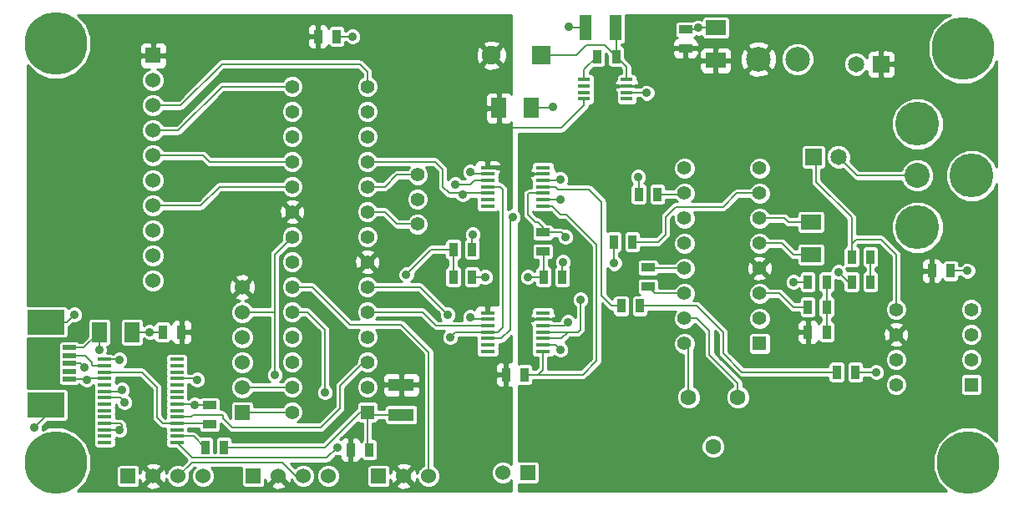
<source format=gtl>
G04 (created by PCBNEW-RS274X (2011-05-25)-stable) date Mon 25 Feb 2013 07:43:56 PM EST*
G01*
G70*
G90*
%MOIN*%
G04 Gerber Fmt 3.4, Leading zero omitted, Abs format*
%FSLAX34Y34*%
G04 APERTURE LIST*
%ADD10C,0.006000*%
%ADD11R,0.080000X0.060000*%
%ADD12R,0.035000X0.055000*%
%ADD13R,0.055000X0.035000*%
%ADD14C,0.055000*%
%ADD15R,0.060000X0.060000*%
%ADD16C,0.060000*%
%ADD17C,0.250000*%
%ADD18R,0.055000X0.055000*%
%ADD19R,0.065000X0.065000*%
%ADD20C,0.065000*%
%ADD21C,0.175000*%
%ADD22C,0.100000*%
%ADD23R,0.057900X0.016500*%
%ADD24C,0.063000*%
%ADD25R,0.050000X0.100000*%
%ADD26R,0.060000X0.080000*%
%ADD27R,0.075000X0.075000*%
%ADD28C,0.075000*%
%ADD29R,0.100000X0.050000*%
%ADD30R,0.149600X0.098400*%
%ADD31R,0.055100X0.019700*%
%ADD32C,0.098400*%
%ADD33R,0.050000X0.015000*%
%ADD34R,0.055000X0.013700*%
%ADD35C,0.035000*%
%ADD36C,0.008000*%
%ADD37C,0.010000*%
G04 APERTURE END LIST*
G54D10*
G54D11*
X71900Y-41800D03*
X71900Y-40500D03*
G54D12*
X53525Y-49600D03*
X54275Y-49600D03*
G54D13*
X61200Y-40925D03*
X61200Y-41675D03*
G54D12*
X58375Y-42700D03*
X57625Y-42700D03*
X57625Y-41600D03*
X58375Y-41600D03*
X59725Y-46600D03*
X60475Y-46600D03*
G54D13*
X65400Y-42325D03*
X65400Y-43075D03*
G54D12*
X71775Y-42900D03*
X72525Y-42900D03*
X72525Y-44900D03*
X71775Y-44900D03*
X72525Y-43900D03*
X71775Y-43900D03*
X65075Y-43850D03*
X64325Y-43850D03*
X74275Y-42900D03*
X73525Y-42900D03*
X64775Y-41300D03*
X64025Y-41300D03*
X61225Y-42700D03*
X61975Y-42700D03*
X46775Y-44900D03*
X46025Y-44900D03*
X52225Y-33100D03*
X52975Y-33100D03*
X47725Y-49500D03*
X48475Y-49500D03*
X65775Y-39400D03*
X65025Y-39400D03*
X76725Y-42450D03*
X77475Y-42450D03*
X72925Y-46500D03*
X73675Y-46500D03*
X73525Y-41900D03*
X74275Y-41900D03*
G54D14*
X56200Y-38616D03*
X56200Y-40584D03*
X56200Y-39600D03*
G54D15*
X44650Y-50650D03*
G54D16*
X45650Y-50650D03*
X46650Y-50650D03*
X47650Y-50650D03*
G54D15*
X49650Y-50650D03*
G54D16*
X50650Y-50650D03*
X51650Y-50650D03*
X52650Y-50650D03*
G54D15*
X54650Y-50650D03*
G54D16*
X55650Y-50650D03*
X56650Y-50650D03*
G54D15*
X60600Y-50500D03*
G54D16*
X59600Y-50500D03*
G54D15*
X49200Y-48100D03*
G54D16*
X49200Y-47100D03*
X49200Y-46100D03*
X49200Y-45100D03*
X49200Y-44100D03*
X49200Y-43100D03*
G54D17*
X78178Y-50111D03*
X41760Y-33378D03*
X77981Y-33575D03*
X41760Y-50111D03*
G54D18*
X78300Y-47000D03*
G54D14*
X78300Y-46000D03*
X78300Y-45000D03*
X78300Y-44000D03*
X75300Y-44000D03*
X75300Y-45000D03*
X75300Y-46000D03*
X75300Y-47000D03*
X54200Y-47100D03*
X54200Y-46100D03*
X54200Y-45100D03*
X54200Y-44100D03*
X54200Y-43100D03*
X54200Y-42100D03*
X54200Y-41100D03*
X54200Y-40100D03*
X54200Y-39100D03*
X54200Y-38100D03*
X54200Y-37100D03*
X54200Y-36100D03*
X54200Y-35100D03*
G54D18*
X54200Y-48100D03*
G54D14*
X51200Y-35100D03*
X51200Y-36100D03*
X51200Y-37100D03*
X51200Y-38100D03*
X51200Y-39100D03*
X51200Y-40100D03*
X51200Y-41100D03*
X51200Y-42100D03*
X51200Y-43100D03*
X51200Y-44100D03*
X51200Y-45100D03*
X51200Y-46100D03*
X51200Y-47100D03*
X51200Y-48100D03*
G54D18*
X69850Y-45350D03*
G54D14*
X69850Y-44350D03*
X69850Y-43350D03*
X69850Y-42350D03*
X69850Y-41350D03*
X69850Y-40350D03*
X69850Y-39350D03*
X69850Y-38350D03*
X66850Y-38350D03*
X66850Y-39350D03*
X66850Y-40350D03*
X66850Y-41350D03*
X66850Y-42350D03*
X66850Y-43350D03*
X66850Y-44350D03*
X66850Y-45350D03*
G54D19*
X72000Y-37900D03*
G54D20*
X73000Y-37900D03*
G54D21*
X78320Y-38650D03*
X76150Y-36585D03*
X76150Y-40715D03*
G54D22*
X76150Y-38650D03*
G54D23*
X61202Y-39100D03*
X61202Y-38844D03*
X61202Y-38588D03*
X61202Y-38332D03*
X58998Y-38332D03*
X61202Y-39868D03*
X61202Y-39612D03*
X61202Y-39356D03*
X58998Y-38588D03*
X58998Y-38844D03*
X58998Y-39100D03*
X58998Y-39356D03*
X58998Y-39612D03*
X58998Y-39868D03*
X61202Y-44900D03*
X61202Y-44644D03*
X61202Y-44388D03*
X61202Y-44132D03*
X58998Y-44132D03*
X61202Y-45668D03*
X61202Y-45412D03*
X61202Y-45156D03*
X58998Y-44388D03*
X58998Y-44644D03*
X58998Y-44900D03*
X58998Y-45156D03*
X58998Y-45412D03*
X58998Y-45668D03*
G54D24*
X68984Y-47500D03*
X67016Y-47500D03*
X68000Y-49469D03*
G54D16*
X45650Y-42850D03*
X45650Y-41850D03*
X45650Y-38850D03*
X45650Y-37850D03*
G54D15*
X45650Y-33850D03*
G54D16*
X45650Y-34850D03*
X45650Y-35850D03*
X45650Y-36850D03*
X45650Y-39850D03*
X45650Y-40850D03*
G54D19*
X74700Y-34200D03*
G54D20*
X73700Y-34200D03*
G54D25*
X62900Y-32750D03*
X64100Y-32750D03*
G54D26*
X43500Y-44900D03*
X44800Y-44900D03*
G54D11*
X68100Y-34050D03*
X68100Y-32750D03*
G54D26*
X59450Y-35950D03*
X60750Y-35950D03*
G54D13*
X47900Y-48575D03*
X47900Y-47825D03*
X66900Y-33575D03*
X66900Y-32825D03*
G54D12*
X64125Y-33900D03*
X63375Y-33900D03*
G54D27*
X61150Y-33850D03*
G54D28*
X59150Y-33850D03*
G54D29*
X55550Y-48200D03*
X55550Y-47000D03*
G54D30*
X41357Y-47804D03*
X41357Y-44496D03*
G54D31*
X42302Y-46780D03*
X42302Y-46465D03*
X42302Y-45520D03*
X42302Y-45835D03*
X42302Y-46150D03*
G54D32*
X69800Y-34000D03*
X71360Y-34000D03*
G54D33*
X62850Y-34816D03*
X62850Y-35072D03*
X62850Y-35328D03*
X62850Y-35584D03*
X64550Y-35584D03*
X64550Y-35328D03*
X64550Y-35072D03*
X64550Y-34816D03*
G54D34*
X46589Y-49313D03*
X46589Y-49057D03*
X46589Y-48801D03*
X46589Y-48545D03*
X46589Y-48289D03*
X46589Y-48033D03*
X46589Y-47777D03*
X46589Y-47523D03*
X46589Y-47267D03*
X46589Y-47011D03*
X46589Y-46755D03*
X46589Y-46499D03*
X46589Y-46243D03*
X46589Y-45987D03*
X43711Y-45987D03*
X43711Y-46243D03*
X43711Y-46499D03*
X43711Y-46755D03*
X43711Y-47011D03*
X43711Y-47267D03*
X43711Y-47523D03*
X43711Y-47777D03*
X43711Y-48033D03*
X43711Y-48289D03*
X43711Y-48545D03*
X43711Y-48801D03*
X43711Y-49057D03*
X43711Y-49313D03*
G54D35*
X74500Y-46500D03*
X50500Y-46600D03*
X57700Y-39000D03*
X60000Y-40300D03*
X58000Y-39400D03*
X53000Y-49500D03*
X58900Y-42700D03*
X60600Y-42700D03*
X52500Y-47300D03*
X42900Y-46300D03*
X44300Y-46000D03*
X43500Y-45600D03*
X44400Y-47200D03*
X62100Y-41100D03*
X57500Y-45100D03*
X57400Y-44200D03*
X64050Y-42150D03*
X62700Y-43600D03*
X40900Y-48700D03*
X42500Y-44200D03*
X47400Y-46800D03*
X44500Y-47700D03*
X44299Y-48801D03*
X58300Y-44300D03*
X58400Y-41000D03*
X58300Y-38500D03*
X53600Y-33100D03*
X47300Y-47800D03*
X43000Y-46800D03*
X45500Y-44900D03*
X78150Y-42450D03*
X62250Y-32700D03*
X61600Y-35900D03*
X65350Y-35350D03*
X67400Y-32750D03*
X62200Y-44500D03*
X73000Y-42500D03*
X71200Y-42900D03*
X62000Y-42100D03*
X61900Y-45600D03*
X61900Y-38800D03*
X61900Y-39600D03*
X65000Y-38700D03*
X55750Y-42600D03*
G54D36*
X62850Y-35584D02*
X62850Y-35850D01*
X59450Y-36500D02*
X59450Y-35950D01*
X59700Y-36750D02*
X59450Y-36500D01*
X61950Y-36750D02*
X59700Y-36750D01*
X62850Y-35850D02*
X61950Y-36750D01*
X73525Y-41900D02*
X73525Y-40325D01*
X72100Y-38000D02*
X72000Y-37900D01*
X72100Y-38900D02*
X72100Y-38000D01*
X73525Y-40325D02*
X72100Y-38900D01*
X75300Y-44000D02*
X75300Y-41800D01*
X73525Y-41375D02*
X73525Y-41900D01*
X73700Y-41200D02*
X73525Y-41375D01*
X74700Y-41200D02*
X73700Y-41200D01*
X75300Y-41800D02*
X74700Y-41200D01*
X74275Y-41900D02*
X74275Y-42900D01*
X76150Y-38650D02*
X73750Y-38650D01*
X73750Y-38650D02*
X73000Y-37900D01*
X73675Y-46500D02*
X74500Y-46500D01*
X49200Y-47100D02*
X51200Y-47100D01*
X49200Y-48100D02*
X51200Y-48100D01*
X49200Y-44100D02*
X50500Y-44100D01*
X50500Y-46600D02*
X50500Y-44100D01*
X50500Y-44100D02*
X50500Y-41800D01*
X50500Y-41800D02*
X51200Y-41100D01*
X51650Y-50650D02*
X51350Y-50650D01*
X47200Y-50100D02*
X46650Y-50650D01*
X50800Y-50100D02*
X47200Y-50100D01*
X51350Y-50650D02*
X50800Y-50100D01*
X58998Y-38844D02*
X58456Y-38844D01*
X58300Y-39000D02*
X57700Y-39000D01*
X58456Y-38844D02*
X58300Y-39000D01*
X58998Y-39356D02*
X58044Y-39356D01*
X59544Y-45156D02*
X59900Y-44800D01*
X59544Y-45156D02*
X58998Y-45156D01*
X59900Y-40300D02*
X60000Y-40300D01*
X59900Y-44800D02*
X59900Y-40300D01*
X58044Y-39356D02*
X58000Y-39400D01*
X58998Y-39356D02*
X57456Y-39356D01*
X57200Y-38400D02*
X56900Y-38100D01*
X57200Y-39100D02*
X57200Y-38400D01*
X57456Y-39356D02*
X57200Y-39100D01*
X56900Y-38100D02*
X54200Y-38100D01*
X53550Y-44600D02*
X55550Y-44600D01*
X56650Y-45700D02*
X56650Y-46650D01*
X55550Y-44600D02*
X56650Y-45700D01*
X51200Y-43100D02*
X52000Y-43100D01*
X53500Y-44600D02*
X53550Y-44600D01*
X52000Y-43100D02*
X53500Y-44600D01*
X56650Y-50650D02*
X56650Y-46650D01*
X45650Y-36850D02*
X46650Y-36850D01*
X48400Y-35100D02*
X51200Y-35100D01*
X46650Y-36850D02*
X48400Y-35100D01*
X45650Y-35850D02*
X46750Y-35850D01*
X54200Y-34500D02*
X54200Y-35100D01*
X53900Y-34200D02*
X54200Y-34500D01*
X48400Y-34200D02*
X53900Y-34200D01*
X46750Y-35850D02*
X48400Y-34200D01*
X51200Y-38100D02*
X47900Y-38100D01*
X47650Y-37850D02*
X45650Y-37850D01*
X47900Y-38100D02*
X47650Y-37850D01*
X54200Y-40100D02*
X54900Y-40100D01*
X55384Y-40584D02*
X56200Y-40584D01*
X54900Y-40100D02*
X55384Y-40584D01*
X54200Y-39100D02*
X54900Y-39100D01*
X55384Y-38616D02*
X56200Y-38616D01*
X54900Y-39100D02*
X55384Y-38616D01*
X46589Y-49313D02*
X46595Y-49313D01*
X52582Y-49918D02*
X53000Y-49500D01*
X47200Y-49918D02*
X52582Y-49918D01*
X46595Y-49313D02*
X47200Y-49918D01*
X51200Y-39100D02*
X48300Y-39100D01*
X47550Y-39850D02*
X45650Y-39850D01*
X48300Y-39100D02*
X47550Y-39850D01*
X61225Y-42700D02*
X61225Y-41700D01*
X61225Y-41700D02*
X61200Y-41675D01*
X61225Y-42700D02*
X60600Y-42700D01*
X58900Y-42700D02*
X58375Y-42700D01*
X51200Y-44100D02*
X51800Y-44100D01*
X52500Y-44800D02*
X52500Y-47300D01*
X51800Y-44100D02*
X52500Y-44800D01*
X43200Y-46100D02*
X42935Y-45835D01*
X42935Y-45835D02*
X42302Y-45835D01*
X43711Y-46243D02*
X43243Y-46243D01*
X43200Y-46200D02*
X43200Y-46100D01*
X43243Y-46243D02*
X43200Y-46200D01*
X42302Y-46150D02*
X42750Y-46150D01*
X42750Y-46150D02*
X42900Y-46300D01*
X44287Y-45987D02*
X43711Y-45987D01*
X44300Y-46000D02*
X44287Y-45987D01*
X54200Y-46100D02*
X54050Y-46100D01*
X47161Y-48289D02*
X46589Y-48289D01*
X47250Y-48200D02*
X47161Y-48289D01*
X48400Y-48200D02*
X47250Y-48200D01*
X48450Y-48250D02*
X48400Y-48200D01*
X48450Y-48350D02*
X48450Y-48250D01*
X48800Y-48700D02*
X48450Y-48350D01*
X52350Y-48700D02*
X48800Y-48700D01*
X53100Y-47950D02*
X52350Y-48700D01*
X53100Y-47050D02*
X53100Y-47950D01*
X54050Y-46100D02*
X53100Y-47050D01*
X47870Y-48545D02*
X47900Y-48575D01*
X46589Y-48545D02*
X47870Y-48545D01*
X46589Y-48545D02*
X46045Y-48545D01*
X45199Y-46499D02*
X43711Y-46499D01*
X45800Y-47100D02*
X45199Y-46499D01*
X45800Y-48300D02*
X45800Y-47100D01*
X46045Y-48545D02*
X45800Y-48300D01*
X43500Y-45600D02*
X43500Y-44900D01*
X42880Y-45520D02*
X43500Y-44900D01*
X42302Y-45520D02*
X42880Y-45520D01*
X43711Y-47267D02*
X44333Y-47267D01*
X44333Y-47267D02*
X44400Y-47200D01*
X47725Y-49500D02*
X47700Y-49500D01*
X47257Y-49057D02*
X46589Y-49057D01*
X47700Y-49500D02*
X47257Y-49057D01*
X62650Y-39200D02*
X63050Y-39200D01*
X63550Y-43450D02*
X63950Y-43850D01*
X63550Y-39700D02*
X63550Y-43450D01*
X63050Y-39200D02*
X63550Y-39700D01*
X64325Y-43850D02*
X63950Y-43850D01*
X61700Y-39100D02*
X61800Y-39200D01*
X61700Y-39100D02*
X61202Y-39100D01*
X62650Y-39200D02*
X61800Y-39200D01*
X61200Y-40925D02*
X61925Y-40925D01*
X61925Y-40925D02*
X62100Y-41100D01*
X61202Y-39356D02*
X60644Y-39356D01*
X61200Y-40700D02*
X61200Y-40925D01*
X61000Y-40500D02*
X61200Y-40700D01*
X60900Y-40500D02*
X61000Y-40500D01*
X60600Y-40200D02*
X60900Y-40500D01*
X60600Y-39400D02*
X60600Y-40200D01*
X60644Y-39356D02*
X60600Y-39400D01*
X58998Y-44644D02*
X56944Y-44644D01*
X56400Y-44100D02*
X54200Y-44100D01*
X56944Y-44644D02*
X56400Y-44100D01*
X58998Y-44900D02*
X59400Y-44900D01*
X59600Y-39200D02*
X59500Y-39100D01*
X59600Y-44700D02*
X59600Y-39200D01*
X59400Y-44900D02*
X59600Y-44700D01*
X54200Y-43100D02*
X56300Y-43100D01*
X57700Y-44900D02*
X58998Y-44900D01*
X57500Y-45100D02*
X57700Y-44900D01*
X56300Y-43100D02*
X57400Y-44200D01*
X58998Y-39100D02*
X59500Y-39100D01*
X65775Y-39400D02*
X66800Y-39400D01*
X66800Y-39400D02*
X66850Y-39350D01*
X62700Y-44800D02*
X62700Y-43600D01*
X64025Y-42125D02*
X64025Y-41300D01*
X64050Y-42150D02*
X64025Y-42125D01*
X61202Y-44900D02*
X62600Y-44900D01*
X62600Y-44900D02*
X62700Y-44800D01*
X61202Y-45156D02*
X61944Y-45156D01*
X61944Y-45156D02*
X62200Y-44900D01*
X61202Y-44900D02*
X62200Y-44900D01*
X71775Y-43900D02*
X71200Y-43900D01*
X70650Y-43350D02*
X69850Y-43350D01*
X71200Y-43900D02*
X70650Y-43350D01*
X72525Y-44900D02*
X72525Y-43900D01*
X72525Y-43900D02*
X72525Y-42900D01*
X68984Y-47500D02*
X68984Y-46934D01*
X67850Y-45800D02*
X67850Y-44850D01*
X68984Y-46934D02*
X67850Y-45800D01*
X67350Y-44350D02*
X66850Y-44350D01*
X67850Y-44850D02*
X67350Y-44350D01*
X67016Y-47500D02*
X67016Y-45516D01*
X67016Y-45516D02*
X66850Y-45350D01*
X71900Y-41800D02*
X71200Y-41800D01*
X70750Y-41350D02*
X69850Y-41350D01*
X71200Y-41800D02*
X70750Y-41350D01*
X71900Y-40500D02*
X71000Y-40500D01*
X70850Y-40350D02*
X69850Y-40350D01*
X71000Y-40500D02*
X70850Y-40350D01*
X64775Y-41300D02*
X65800Y-41300D01*
X68950Y-39350D02*
X69850Y-39350D01*
X68400Y-39900D02*
X68950Y-39350D01*
X66500Y-39900D02*
X68400Y-39900D01*
X66100Y-40300D02*
X66500Y-39900D01*
X66100Y-41000D02*
X66100Y-40300D01*
X65800Y-41300D02*
X66100Y-41000D01*
X66850Y-42350D02*
X65425Y-42350D01*
X65425Y-42350D02*
X65400Y-42325D01*
X66850Y-43350D02*
X65675Y-43350D01*
X65675Y-43350D02*
X65400Y-43075D01*
X41357Y-47804D02*
X41357Y-48243D01*
X41357Y-48243D02*
X40900Y-48700D01*
X41357Y-44496D02*
X42204Y-44496D01*
X42204Y-44496D02*
X42500Y-44200D01*
X46589Y-46755D02*
X47355Y-46755D01*
X47355Y-46755D02*
X47400Y-46800D01*
X43711Y-47523D02*
X44323Y-47523D01*
X44323Y-47523D02*
X44500Y-47700D01*
X43711Y-48801D02*
X44299Y-48801D01*
X43711Y-48545D02*
X44345Y-48545D01*
X44400Y-48700D02*
X44299Y-48801D01*
X44400Y-48600D02*
X44400Y-48700D01*
X44345Y-48545D02*
X44400Y-48600D01*
X58998Y-44388D02*
X58388Y-44388D01*
X58388Y-44388D02*
X58300Y-44300D01*
X58375Y-41600D02*
X58375Y-41025D01*
X58375Y-41025D02*
X58400Y-41000D01*
X58998Y-38588D02*
X58388Y-38588D01*
X58388Y-38588D02*
X58300Y-38500D01*
X52975Y-33100D02*
X53600Y-33100D01*
X47900Y-47825D02*
X47325Y-47825D01*
X47277Y-47777D02*
X47300Y-47800D01*
X47277Y-47777D02*
X46589Y-47777D01*
X47325Y-47825D02*
X47300Y-47800D01*
X42302Y-46780D02*
X42980Y-46780D01*
X43045Y-46755D02*
X43000Y-46800D01*
X43045Y-46755D02*
X43711Y-46755D01*
X42980Y-46780D02*
X43000Y-46800D01*
X44800Y-44900D02*
X45500Y-44900D01*
X45500Y-44900D02*
X46025Y-44900D01*
X77475Y-42450D02*
X78150Y-42450D01*
X62900Y-32750D02*
X62300Y-32750D01*
X62300Y-32750D02*
X62250Y-32700D01*
X60750Y-35950D02*
X61550Y-35950D01*
X61550Y-35950D02*
X61600Y-35900D01*
X64550Y-35328D02*
X65328Y-35328D01*
X65328Y-35328D02*
X65350Y-35350D01*
X66900Y-32825D02*
X67325Y-32825D01*
X67400Y-32750D02*
X68100Y-32750D01*
X67325Y-32825D02*
X67400Y-32750D01*
X61202Y-44644D02*
X62056Y-44644D01*
X62056Y-44644D02*
X62200Y-44500D01*
X73525Y-42900D02*
X73400Y-42900D01*
X73400Y-42900D02*
X73000Y-42500D01*
X71775Y-42900D02*
X71200Y-42900D01*
X61975Y-42700D02*
X61975Y-42125D01*
X61975Y-42125D02*
X62000Y-42100D01*
X61202Y-45412D02*
X61712Y-45412D01*
X61712Y-45412D02*
X61900Y-45600D01*
X61202Y-38844D02*
X61856Y-38844D01*
X61856Y-38844D02*
X61900Y-38800D01*
X61202Y-39612D02*
X61888Y-39612D01*
X61888Y-39612D02*
X61900Y-39600D01*
X65025Y-39400D02*
X65025Y-38725D01*
X65025Y-38725D02*
X65000Y-38700D01*
X56750Y-41600D02*
X57625Y-41600D01*
X55750Y-42600D02*
X56750Y-41600D01*
X57625Y-41600D02*
X57625Y-42700D01*
X55550Y-48200D02*
X54300Y-48200D01*
X54300Y-48200D02*
X54200Y-48100D01*
X54200Y-48100D02*
X54200Y-49525D01*
X54200Y-49525D02*
X54275Y-49600D01*
X48475Y-49500D02*
X52500Y-49500D01*
X53900Y-48100D02*
X54200Y-48100D01*
X52500Y-49500D02*
X53900Y-48100D01*
X65075Y-43850D02*
X67350Y-43850D01*
X69150Y-46500D02*
X68400Y-45750D01*
X68400Y-45750D02*
X68400Y-44900D01*
X69150Y-46500D02*
X72925Y-46500D01*
X67350Y-43850D02*
X68400Y-44900D01*
X61950Y-40200D02*
X62150Y-40200D01*
X63350Y-46050D02*
X62800Y-46600D01*
X63350Y-41400D02*
X63350Y-46050D01*
X62150Y-40200D02*
X63350Y-41400D01*
X60475Y-46600D02*
X62800Y-46600D01*
X61568Y-39868D02*
X61202Y-39868D01*
X61900Y-40200D02*
X61568Y-39868D01*
X61950Y-40200D02*
X61900Y-40200D01*
X60475Y-46600D02*
X61000Y-46600D01*
X61202Y-46398D02*
X61202Y-45668D01*
X61000Y-46600D02*
X61202Y-46398D01*
X62850Y-34816D02*
X62850Y-34425D01*
X62850Y-34425D02*
X63375Y-33900D01*
X64550Y-34816D02*
X64550Y-34325D01*
X64550Y-34325D02*
X64125Y-33900D01*
X64125Y-33900D02*
X64125Y-32775D01*
X64125Y-32775D02*
X64100Y-32750D01*
X61150Y-33850D02*
X62550Y-33850D01*
X63675Y-33450D02*
X64125Y-33900D01*
X62950Y-33450D02*
X63675Y-33450D01*
X62550Y-33850D02*
X62950Y-33450D01*
G54D10*
G36*
X59950Y-51243D02*
X55958Y-51243D01*
X55958Y-51028D01*
X55650Y-50721D01*
X55579Y-50791D01*
X55579Y-50650D01*
X55272Y-50342D01*
X55178Y-50369D01*
X55120Y-50534D01*
X55120Y-50316D01*
X55094Y-50254D01*
X55046Y-50206D01*
X54984Y-50180D01*
X54916Y-50180D01*
X54316Y-50180D01*
X54254Y-50206D01*
X54206Y-50254D01*
X54180Y-50316D01*
X54180Y-50384D01*
X54180Y-50984D01*
X54206Y-51046D01*
X54254Y-51094D01*
X54316Y-51120D01*
X54384Y-51120D01*
X54984Y-51120D01*
X55046Y-51094D01*
X55094Y-51046D01*
X55120Y-50984D01*
X55120Y-50916D01*
X55120Y-50788D01*
X55178Y-50931D01*
X55272Y-50958D01*
X55579Y-50650D01*
X55579Y-50791D01*
X55342Y-51028D01*
X55369Y-51122D01*
X55571Y-51193D01*
X55784Y-51182D01*
X55931Y-51122D01*
X55958Y-51028D01*
X55958Y-51243D01*
X53120Y-51243D01*
X53120Y-50744D01*
X53120Y-50557D01*
X53049Y-50384D01*
X52917Y-50252D01*
X52744Y-50180D01*
X52557Y-50180D01*
X52384Y-50251D01*
X52252Y-50383D01*
X52180Y-50556D01*
X52180Y-50743D01*
X52251Y-50916D01*
X52383Y-51048D01*
X52556Y-51120D01*
X52743Y-51120D01*
X52916Y-51049D01*
X53048Y-50917D01*
X53120Y-50744D01*
X53120Y-51243D01*
X50958Y-51243D01*
X50958Y-51028D01*
X50650Y-50721D01*
X50342Y-51028D01*
X50369Y-51122D01*
X50571Y-51193D01*
X50784Y-51182D01*
X50931Y-51122D01*
X50958Y-51028D01*
X50958Y-51243D01*
X45958Y-51243D01*
X45958Y-51028D01*
X45650Y-50721D01*
X45579Y-50791D01*
X45579Y-50650D01*
X45272Y-50342D01*
X45178Y-50369D01*
X45120Y-50534D01*
X45120Y-50316D01*
X45094Y-50254D01*
X45046Y-50206D01*
X44984Y-50180D01*
X44916Y-50180D01*
X44316Y-50180D01*
X44254Y-50206D01*
X44206Y-50254D01*
X44180Y-50316D01*
X44180Y-50384D01*
X44180Y-50984D01*
X44206Y-51046D01*
X44254Y-51094D01*
X44316Y-51120D01*
X44384Y-51120D01*
X44984Y-51120D01*
X45046Y-51094D01*
X45094Y-51046D01*
X45120Y-50984D01*
X45120Y-50916D01*
X45120Y-50788D01*
X45178Y-50931D01*
X45272Y-50958D01*
X45579Y-50650D01*
X45579Y-50791D01*
X45342Y-51028D01*
X45369Y-51122D01*
X45571Y-51193D01*
X45784Y-51182D01*
X45931Y-51122D01*
X45958Y-51028D01*
X45958Y-51243D01*
X42634Y-51243D01*
X42962Y-50916D01*
X43179Y-50394D01*
X43179Y-49830D01*
X42963Y-49308D01*
X42565Y-48909D01*
X42043Y-48692D01*
X41479Y-48692D01*
X41233Y-48793D01*
X41244Y-48769D01*
X41244Y-48652D01*
X41430Y-48466D01*
X42139Y-48466D01*
X42201Y-48440D01*
X42249Y-48392D01*
X42275Y-48330D01*
X42275Y-48262D01*
X42275Y-47278D01*
X42249Y-47216D01*
X42201Y-47168D01*
X42139Y-47142D01*
X42071Y-47142D01*
X40627Y-47142D01*
X40627Y-45158D01*
X40643Y-45158D01*
X42139Y-45158D01*
X42201Y-45132D01*
X42249Y-45084D01*
X42275Y-45022D01*
X42275Y-44954D01*
X42275Y-44691D01*
X42284Y-44690D01*
X42285Y-44690D01*
X42352Y-44644D01*
X42452Y-44544D01*
X42568Y-44544D01*
X42694Y-44492D01*
X42791Y-44395D01*
X42844Y-44269D01*
X42844Y-44132D01*
X42792Y-44006D01*
X42695Y-43909D01*
X42569Y-43856D01*
X42432Y-43856D01*
X42306Y-43908D01*
X42265Y-43948D01*
X42249Y-43908D01*
X42201Y-43860D01*
X42139Y-43834D01*
X42071Y-43834D01*
X40627Y-43834D01*
X40627Y-34251D01*
X40955Y-34580D01*
X41477Y-34797D01*
X42041Y-34797D01*
X42563Y-34581D01*
X42962Y-34183D01*
X43179Y-33661D01*
X43179Y-33097D01*
X42963Y-32575D01*
X42633Y-32245D01*
X59950Y-32245D01*
X59950Y-35398D01*
X59891Y-35339D01*
X59799Y-35301D01*
X59767Y-35300D01*
X59767Y-33947D01*
X59757Y-33704D01*
X59683Y-33525D01*
X59581Y-33489D01*
X59511Y-33559D01*
X59511Y-33419D01*
X59475Y-33317D01*
X59247Y-33233D01*
X59004Y-33243D01*
X58825Y-33317D01*
X58789Y-33419D01*
X59150Y-33779D01*
X59511Y-33419D01*
X59511Y-33559D01*
X59221Y-33850D01*
X59581Y-34211D01*
X59683Y-34175D01*
X59767Y-33947D01*
X59767Y-35300D01*
X59562Y-35300D01*
X59511Y-35351D01*
X59511Y-34281D01*
X59150Y-33921D01*
X59079Y-33991D01*
X59079Y-33850D01*
X58719Y-33489D01*
X58617Y-33525D01*
X58533Y-33753D01*
X58543Y-33996D01*
X58617Y-34175D01*
X58719Y-34211D01*
X59079Y-33850D01*
X59079Y-33991D01*
X58789Y-34281D01*
X58825Y-34383D01*
X59053Y-34467D01*
X59296Y-34457D01*
X59475Y-34383D01*
X59511Y-34281D01*
X59511Y-35351D01*
X59500Y-35362D01*
X59500Y-35850D01*
X59500Y-35900D01*
X59500Y-36000D01*
X59500Y-36050D01*
X59500Y-36538D01*
X59562Y-36600D01*
X59799Y-36599D01*
X59891Y-36561D01*
X59950Y-36502D01*
X59950Y-39956D01*
X59932Y-39956D01*
X59810Y-40006D01*
X59810Y-39200D01*
X59794Y-39120D01*
X59793Y-39119D01*
X59778Y-39097D01*
X59748Y-39052D01*
X59748Y-39051D01*
X59648Y-38952D01*
X59581Y-38906D01*
X59567Y-38903D01*
X59500Y-38890D01*
X59457Y-38890D01*
X59457Y-38728D01*
X59451Y-38716D01*
X59457Y-38704D01*
X59457Y-38636D01*
X59457Y-38596D01*
X59498Y-38555D01*
X59536Y-38463D01*
X59537Y-38435D01*
X59537Y-38229D01*
X59536Y-38201D01*
X59498Y-38109D01*
X59428Y-38039D01*
X59400Y-38027D01*
X59400Y-36538D01*
X59400Y-36000D01*
X59400Y-35900D01*
X59400Y-35362D01*
X59338Y-35300D01*
X59101Y-35301D01*
X59009Y-35339D01*
X58939Y-35409D01*
X58901Y-35500D01*
X58901Y-35599D01*
X58900Y-35838D01*
X58962Y-35900D01*
X59400Y-35900D01*
X59400Y-36000D01*
X58962Y-36000D01*
X58900Y-36062D01*
X58901Y-36301D01*
X58901Y-36400D01*
X58939Y-36491D01*
X59009Y-36561D01*
X59101Y-36599D01*
X59338Y-36600D01*
X59400Y-36538D01*
X59400Y-38027D01*
X59337Y-38001D01*
X59238Y-38001D01*
X59110Y-38000D01*
X59048Y-38062D01*
X59048Y-38291D01*
X59475Y-38291D01*
X59537Y-38229D01*
X59537Y-38435D01*
X59475Y-38373D01*
X59394Y-38373D01*
X59383Y-38362D01*
X59321Y-38336D01*
X59253Y-38336D01*
X58948Y-38336D01*
X58948Y-38291D01*
X58948Y-38232D01*
X58948Y-38062D01*
X58886Y-38000D01*
X58758Y-38001D01*
X58659Y-38001D01*
X58568Y-38039D01*
X58498Y-38109D01*
X58462Y-38195D01*
X58369Y-38156D01*
X58232Y-38156D01*
X58106Y-38208D01*
X58009Y-38305D01*
X57956Y-38431D01*
X57956Y-38568D01*
X58008Y-38694D01*
X58104Y-38790D01*
X57976Y-38790D01*
X57895Y-38709D01*
X57769Y-38656D01*
X57632Y-38656D01*
X57506Y-38708D01*
X57410Y-38804D01*
X57410Y-38400D01*
X57396Y-38332D01*
X57394Y-38320D01*
X57394Y-38319D01*
X57348Y-38252D01*
X57348Y-38251D01*
X57048Y-37952D01*
X56981Y-37906D01*
X56967Y-37903D01*
X56900Y-37890D01*
X54644Y-37890D01*
X54644Y-37189D01*
X54644Y-37012D01*
X54644Y-36189D01*
X54644Y-36012D01*
X54644Y-35189D01*
X54644Y-35012D01*
X54577Y-34849D01*
X54452Y-34724D01*
X54410Y-34706D01*
X54410Y-34500D01*
X54396Y-34432D01*
X54394Y-34420D01*
X54394Y-34419D01*
X54348Y-34352D01*
X54348Y-34351D01*
X54048Y-34052D01*
X53981Y-34006D01*
X53967Y-34003D01*
X53944Y-33998D01*
X53944Y-33169D01*
X53944Y-33032D01*
X53892Y-32906D01*
X53795Y-32809D01*
X53669Y-32756D01*
X53532Y-32756D01*
X53406Y-32808D01*
X53324Y-32890D01*
X53320Y-32890D01*
X53320Y-32791D01*
X53294Y-32729D01*
X53246Y-32681D01*
X53184Y-32655D01*
X53116Y-32655D01*
X52766Y-32655D01*
X52704Y-32681D01*
X52656Y-32729D01*
X52642Y-32760D01*
X52611Y-32684D01*
X52541Y-32614D01*
X52449Y-32576D01*
X52337Y-32575D01*
X52275Y-32637D01*
X52275Y-33000D01*
X52275Y-33050D01*
X52275Y-33150D01*
X52275Y-33200D01*
X52275Y-33563D01*
X52337Y-33625D01*
X52449Y-33624D01*
X52541Y-33586D01*
X52611Y-33516D01*
X52642Y-33439D01*
X52656Y-33471D01*
X52704Y-33519D01*
X52766Y-33545D01*
X52834Y-33545D01*
X53184Y-33545D01*
X53246Y-33519D01*
X53294Y-33471D01*
X53320Y-33409D01*
X53320Y-33341D01*
X53320Y-33310D01*
X53324Y-33310D01*
X53405Y-33391D01*
X53531Y-33444D01*
X53668Y-33444D01*
X53794Y-33392D01*
X53891Y-33295D01*
X53944Y-33169D01*
X53944Y-33998D01*
X53900Y-33990D01*
X52175Y-33990D01*
X52175Y-33563D01*
X52175Y-33150D01*
X52175Y-33050D01*
X52175Y-32637D01*
X52113Y-32575D01*
X52001Y-32576D01*
X51909Y-32614D01*
X51839Y-32684D01*
X51801Y-32775D01*
X51801Y-32874D01*
X51800Y-32988D01*
X51862Y-33050D01*
X52175Y-33050D01*
X52175Y-33150D01*
X51862Y-33150D01*
X51800Y-33212D01*
X51801Y-33326D01*
X51801Y-33425D01*
X51839Y-33516D01*
X51909Y-33586D01*
X52001Y-33624D01*
X52113Y-33625D01*
X52175Y-33563D01*
X52175Y-33990D01*
X48400Y-33990D01*
X48320Y-34006D01*
X48297Y-34021D01*
X48251Y-34052D01*
X46663Y-35640D01*
X46200Y-35640D01*
X46200Y-33962D01*
X46200Y-33738D01*
X46199Y-33501D01*
X46161Y-33409D01*
X46091Y-33339D01*
X46000Y-33301D01*
X45901Y-33301D01*
X45762Y-33300D01*
X45700Y-33362D01*
X45700Y-33800D01*
X46138Y-33800D01*
X46200Y-33738D01*
X46200Y-33962D01*
X46138Y-33900D01*
X45750Y-33900D01*
X45700Y-33900D01*
X45600Y-33900D01*
X45600Y-33800D01*
X45600Y-33362D01*
X45538Y-33300D01*
X45399Y-33301D01*
X45300Y-33301D01*
X45209Y-33339D01*
X45139Y-33409D01*
X45101Y-33501D01*
X45100Y-33738D01*
X45162Y-33800D01*
X45600Y-33800D01*
X45600Y-33900D01*
X45550Y-33900D01*
X45162Y-33900D01*
X45100Y-33962D01*
X45101Y-34199D01*
X45139Y-34291D01*
X45209Y-34361D01*
X45300Y-34399D01*
X45399Y-34399D01*
X45508Y-34399D01*
X45384Y-34451D01*
X45252Y-34583D01*
X45180Y-34756D01*
X45180Y-34943D01*
X45251Y-35116D01*
X45383Y-35248D01*
X45556Y-35320D01*
X45743Y-35320D01*
X45916Y-35249D01*
X46048Y-35117D01*
X46120Y-34944D01*
X46120Y-34757D01*
X46049Y-34584D01*
X45917Y-34452D01*
X45791Y-34399D01*
X45901Y-34399D01*
X46000Y-34399D01*
X46091Y-34361D01*
X46161Y-34291D01*
X46199Y-34199D01*
X46200Y-33962D01*
X46200Y-35640D01*
X46071Y-35640D01*
X46049Y-35584D01*
X45917Y-35452D01*
X45744Y-35380D01*
X45557Y-35380D01*
X45384Y-35451D01*
X45252Y-35583D01*
X45180Y-35756D01*
X45180Y-35943D01*
X45251Y-36116D01*
X45383Y-36248D01*
X45556Y-36320D01*
X45743Y-36320D01*
X45916Y-36249D01*
X46048Y-36117D01*
X46071Y-36060D01*
X46750Y-36060D01*
X46750Y-36059D01*
X46817Y-36046D01*
X46830Y-36044D01*
X46831Y-36044D01*
X46898Y-35998D01*
X48486Y-34410D01*
X53813Y-34410D01*
X53990Y-34586D01*
X53990Y-34706D01*
X53949Y-34723D01*
X53824Y-34848D01*
X53756Y-35011D01*
X53756Y-35188D01*
X53823Y-35351D01*
X53948Y-35476D01*
X54111Y-35544D01*
X54288Y-35544D01*
X54451Y-35477D01*
X54576Y-35352D01*
X54644Y-35189D01*
X54644Y-36012D01*
X54577Y-35849D01*
X54452Y-35724D01*
X54289Y-35656D01*
X54112Y-35656D01*
X53949Y-35723D01*
X53824Y-35848D01*
X53756Y-36011D01*
X53756Y-36188D01*
X53823Y-36351D01*
X53948Y-36476D01*
X54111Y-36544D01*
X54288Y-36544D01*
X54451Y-36477D01*
X54576Y-36352D01*
X54644Y-36189D01*
X54644Y-37012D01*
X54577Y-36849D01*
X54452Y-36724D01*
X54289Y-36656D01*
X54112Y-36656D01*
X53949Y-36723D01*
X53824Y-36848D01*
X53756Y-37011D01*
X53756Y-37188D01*
X53823Y-37351D01*
X53948Y-37476D01*
X54111Y-37544D01*
X54288Y-37544D01*
X54451Y-37477D01*
X54576Y-37352D01*
X54644Y-37189D01*
X54644Y-37890D01*
X54593Y-37890D01*
X54577Y-37849D01*
X54452Y-37724D01*
X54289Y-37656D01*
X54112Y-37656D01*
X53949Y-37723D01*
X53824Y-37848D01*
X53756Y-38011D01*
X53756Y-38188D01*
X53823Y-38351D01*
X53948Y-38476D01*
X54111Y-38544D01*
X54288Y-38544D01*
X54451Y-38477D01*
X54576Y-38352D01*
X54593Y-38310D01*
X55878Y-38310D01*
X55824Y-38364D01*
X55806Y-38406D01*
X55384Y-38406D01*
X55304Y-38422D01*
X55281Y-38437D01*
X55235Y-38468D01*
X54813Y-38890D01*
X54593Y-38890D01*
X54577Y-38849D01*
X54452Y-38724D01*
X54289Y-38656D01*
X54112Y-38656D01*
X53949Y-38723D01*
X53824Y-38848D01*
X53756Y-39011D01*
X53756Y-39188D01*
X53823Y-39351D01*
X53948Y-39476D01*
X54111Y-39544D01*
X54288Y-39544D01*
X54451Y-39477D01*
X54576Y-39352D01*
X54593Y-39310D01*
X54900Y-39310D01*
X54900Y-39309D01*
X54967Y-39296D01*
X54980Y-39294D01*
X54981Y-39294D01*
X55048Y-39248D01*
X55470Y-38826D01*
X55806Y-38826D01*
X55823Y-38867D01*
X55948Y-38992D01*
X56111Y-39060D01*
X56288Y-39060D01*
X56451Y-38993D01*
X56576Y-38868D01*
X56644Y-38705D01*
X56644Y-38528D01*
X56577Y-38365D01*
X56522Y-38310D01*
X56813Y-38310D01*
X56990Y-38486D01*
X56990Y-39100D01*
X57003Y-39167D01*
X57006Y-39181D01*
X57052Y-39248D01*
X57307Y-39504D01*
X57308Y-39504D01*
X57375Y-39550D01*
X57376Y-39550D01*
X57388Y-39552D01*
X57456Y-39566D01*
X57696Y-39566D01*
X57708Y-39594D01*
X57805Y-39691D01*
X57931Y-39744D01*
X58068Y-39744D01*
X58194Y-39692D01*
X58291Y-39595D01*
X58303Y-39566D01*
X58539Y-39566D01*
X58539Y-39728D01*
X58544Y-39740D01*
X58539Y-39752D01*
X58539Y-39820D01*
X58539Y-39984D01*
X58565Y-40046D01*
X58613Y-40094D01*
X58675Y-40120D01*
X58743Y-40120D01*
X59321Y-40120D01*
X59383Y-40094D01*
X59390Y-40087D01*
X59390Y-43823D01*
X59337Y-43801D01*
X59244Y-43801D01*
X59244Y-42769D01*
X59244Y-42632D01*
X59192Y-42506D01*
X59095Y-42409D01*
X58969Y-42356D01*
X58832Y-42356D01*
X58744Y-42392D01*
X58744Y-41069D01*
X58744Y-40932D01*
X58692Y-40806D01*
X58595Y-40709D01*
X58469Y-40656D01*
X58332Y-40656D01*
X58206Y-40708D01*
X58109Y-40805D01*
X58056Y-40931D01*
X58056Y-41068D01*
X58103Y-41181D01*
X58056Y-41229D01*
X58030Y-41291D01*
X58030Y-41359D01*
X58030Y-41909D01*
X58056Y-41971D01*
X58104Y-42019D01*
X58166Y-42045D01*
X58234Y-42045D01*
X58584Y-42045D01*
X58646Y-42019D01*
X58694Y-41971D01*
X58720Y-41909D01*
X58720Y-41841D01*
X58720Y-41291D01*
X58694Y-41229D01*
X58675Y-41210D01*
X58691Y-41195D01*
X58744Y-41069D01*
X58744Y-42392D01*
X58720Y-42402D01*
X58720Y-42391D01*
X58694Y-42329D01*
X58646Y-42281D01*
X58584Y-42255D01*
X58516Y-42255D01*
X58166Y-42255D01*
X58104Y-42281D01*
X58056Y-42329D01*
X58030Y-42391D01*
X58030Y-42459D01*
X58030Y-43009D01*
X58056Y-43071D01*
X58104Y-43119D01*
X58166Y-43145D01*
X58234Y-43145D01*
X58584Y-43145D01*
X58646Y-43119D01*
X58694Y-43071D01*
X58720Y-43009D01*
X58720Y-42997D01*
X58831Y-43044D01*
X58968Y-43044D01*
X59094Y-42992D01*
X59191Y-42895D01*
X59244Y-42769D01*
X59244Y-43801D01*
X59238Y-43801D01*
X59110Y-43800D01*
X59048Y-43862D01*
X59048Y-44032D01*
X59048Y-44091D01*
X59048Y-44136D01*
X58948Y-44136D01*
X58948Y-44091D01*
X58948Y-44032D01*
X58948Y-43862D01*
X58886Y-43800D01*
X58758Y-43801D01*
X58659Y-43801D01*
X58568Y-43839D01*
X58498Y-43909D01*
X58462Y-43995D01*
X58369Y-43956D01*
X58232Y-43956D01*
X58106Y-44008D01*
X58009Y-44105D01*
X57956Y-44231D01*
X57956Y-44368D01*
X57983Y-44434D01*
X57652Y-44434D01*
X57691Y-44395D01*
X57744Y-44269D01*
X57744Y-44132D01*
X57692Y-44006D01*
X57595Y-43909D01*
X57469Y-43856D01*
X57352Y-43856D01*
X56448Y-42952D01*
X56381Y-42906D01*
X56367Y-42903D01*
X56300Y-42890D01*
X55946Y-42890D01*
X56041Y-42795D01*
X56094Y-42669D01*
X56094Y-42552D01*
X56836Y-41810D01*
X57280Y-41810D01*
X57280Y-41909D01*
X57306Y-41971D01*
X57354Y-42019D01*
X57415Y-42044D01*
X57415Y-42255D01*
X57354Y-42281D01*
X57306Y-42329D01*
X57280Y-42391D01*
X57280Y-42459D01*
X57280Y-43009D01*
X57306Y-43071D01*
X57354Y-43119D01*
X57416Y-43145D01*
X57484Y-43145D01*
X57834Y-43145D01*
X57896Y-43119D01*
X57944Y-43071D01*
X57970Y-43009D01*
X57970Y-42941D01*
X57970Y-42391D01*
X57944Y-42329D01*
X57896Y-42281D01*
X57835Y-42255D01*
X57835Y-42044D01*
X57896Y-42019D01*
X57944Y-41971D01*
X57970Y-41909D01*
X57970Y-41841D01*
X57970Y-41291D01*
X57944Y-41229D01*
X57896Y-41181D01*
X57834Y-41155D01*
X57766Y-41155D01*
X57416Y-41155D01*
X57354Y-41181D01*
X57306Y-41229D01*
X57280Y-41291D01*
X57280Y-41359D01*
X57280Y-41390D01*
X56750Y-41390D01*
X56682Y-41403D01*
X56669Y-41406D01*
X56644Y-41422D01*
X56644Y-40673D01*
X56644Y-40496D01*
X56644Y-39689D01*
X56644Y-39512D01*
X56577Y-39349D01*
X56452Y-39224D01*
X56289Y-39156D01*
X56112Y-39156D01*
X55949Y-39223D01*
X55824Y-39348D01*
X55756Y-39511D01*
X55756Y-39688D01*
X55823Y-39851D01*
X55948Y-39976D01*
X56111Y-40044D01*
X56288Y-40044D01*
X56451Y-39977D01*
X56576Y-39852D01*
X56644Y-39689D01*
X56644Y-40496D01*
X56577Y-40333D01*
X56452Y-40208D01*
X56289Y-40140D01*
X56112Y-40140D01*
X55949Y-40207D01*
X55824Y-40332D01*
X55806Y-40374D01*
X55470Y-40374D01*
X55048Y-39952D01*
X54981Y-39906D01*
X54967Y-39903D01*
X54900Y-39890D01*
X54593Y-39890D01*
X54577Y-39849D01*
X54452Y-39724D01*
X54289Y-39656D01*
X54112Y-39656D01*
X53949Y-39723D01*
X53824Y-39848D01*
X53756Y-40011D01*
X53756Y-40188D01*
X53823Y-40351D01*
X53948Y-40476D01*
X54111Y-40544D01*
X54288Y-40544D01*
X54451Y-40477D01*
X54576Y-40352D01*
X54593Y-40310D01*
X54813Y-40310D01*
X55235Y-40732D01*
X55236Y-40732D01*
X55281Y-40762D01*
X55303Y-40777D01*
X55304Y-40778D01*
X55384Y-40794D01*
X55806Y-40794D01*
X55823Y-40835D01*
X55948Y-40960D01*
X56111Y-41028D01*
X56288Y-41028D01*
X56451Y-40961D01*
X56576Y-40836D01*
X56644Y-40673D01*
X56644Y-41422D01*
X56601Y-41452D01*
X55797Y-42256D01*
X55682Y-42256D01*
X55556Y-42308D01*
X55459Y-42405D01*
X55406Y-42531D01*
X55406Y-42668D01*
X55458Y-42794D01*
X55554Y-42890D01*
X54719Y-42890D01*
X54719Y-42174D01*
X54708Y-41970D01*
X54652Y-41833D01*
X54644Y-41830D01*
X54644Y-41189D01*
X54644Y-41012D01*
X54577Y-40849D01*
X54452Y-40724D01*
X54289Y-40656D01*
X54112Y-40656D01*
X53949Y-40723D01*
X53824Y-40848D01*
X53756Y-41011D01*
X53756Y-41188D01*
X53823Y-41351D01*
X53948Y-41476D01*
X54111Y-41544D01*
X54288Y-41544D01*
X54451Y-41477D01*
X54576Y-41352D01*
X54644Y-41189D01*
X54644Y-41830D01*
X54561Y-41810D01*
X54490Y-41881D01*
X54490Y-41739D01*
X54467Y-41648D01*
X54274Y-41581D01*
X54070Y-41592D01*
X53933Y-41648D01*
X53910Y-41739D01*
X54200Y-42029D01*
X54490Y-41739D01*
X54490Y-41881D01*
X54271Y-42100D01*
X54561Y-42390D01*
X54652Y-42367D01*
X54719Y-42174D01*
X54719Y-42890D01*
X54593Y-42890D01*
X54577Y-42849D01*
X54490Y-42762D01*
X54490Y-42461D01*
X54200Y-42171D01*
X54129Y-42242D01*
X54129Y-42100D01*
X53839Y-41810D01*
X53748Y-41833D01*
X53681Y-42026D01*
X53692Y-42230D01*
X53748Y-42367D01*
X53839Y-42390D01*
X54129Y-42100D01*
X54129Y-42242D01*
X53910Y-42461D01*
X53933Y-42552D01*
X54126Y-42619D01*
X54330Y-42608D01*
X54467Y-42552D01*
X54490Y-42461D01*
X54490Y-42762D01*
X54452Y-42724D01*
X54289Y-42656D01*
X54112Y-42656D01*
X53949Y-42723D01*
X53824Y-42848D01*
X53756Y-43011D01*
X53756Y-43188D01*
X53823Y-43351D01*
X53948Y-43476D01*
X54111Y-43544D01*
X54288Y-43544D01*
X54451Y-43477D01*
X54576Y-43352D01*
X54593Y-43310D01*
X56213Y-43310D01*
X57056Y-44152D01*
X57056Y-44268D01*
X57108Y-44394D01*
X57148Y-44434D01*
X57030Y-44434D01*
X56548Y-43952D01*
X56481Y-43906D01*
X56467Y-43903D01*
X56400Y-43890D01*
X54593Y-43890D01*
X54577Y-43849D01*
X54452Y-43724D01*
X54289Y-43656D01*
X54112Y-43656D01*
X53949Y-43723D01*
X53824Y-43848D01*
X53756Y-44011D01*
X53756Y-44188D01*
X53823Y-44351D01*
X53862Y-44390D01*
X53586Y-44390D01*
X52148Y-42952D01*
X52081Y-42906D01*
X52067Y-42903D01*
X52000Y-42890D01*
X51719Y-42890D01*
X51719Y-40174D01*
X51708Y-39970D01*
X51652Y-39833D01*
X51644Y-39830D01*
X51644Y-39189D01*
X51644Y-39012D01*
X51644Y-38189D01*
X51644Y-38012D01*
X51644Y-37189D01*
X51644Y-37012D01*
X51644Y-36189D01*
X51644Y-36012D01*
X51644Y-35189D01*
X51644Y-35012D01*
X51577Y-34849D01*
X51452Y-34724D01*
X51289Y-34656D01*
X51112Y-34656D01*
X50949Y-34723D01*
X50824Y-34848D01*
X50806Y-34890D01*
X48400Y-34890D01*
X48320Y-34906D01*
X48297Y-34921D01*
X48251Y-34952D01*
X46563Y-36640D01*
X46071Y-36640D01*
X46049Y-36584D01*
X45917Y-36452D01*
X45744Y-36380D01*
X45557Y-36380D01*
X45384Y-36451D01*
X45252Y-36583D01*
X45180Y-36756D01*
X45180Y-36943D01*
X45251Y-37116D01*
X45383Y-37248D01*
X45556Y-37320D01*
X45743Y-37320D01*
X45916Y-37249D01*
X46048Y-37117D01*
X46071Y-37060D01*
X46650Y-37060D01*
X46650Y-37059D01*
X46717Y-37046D01*
X46730Y-37044D01*
X46731Y-37044D01*
X46798Y-36998D01*
X48486Y-35310D01*
X50806Y-35310D01*
X50823Y-35351D01*
X50948Y-35476D01*
X51111Y-35544D01*
X51288Y-35544D01*
X51451Y-35477D01*
X51576Y-35352D01*
X51644Y-35189D01*
X51644Y-36012D01*
X51577Y-35849D01*
X51452Y-35724D01*
X51289Y-35656D01*
X51112Y-35656D01*
X50949Y-35723D01*
X50824Y-35848D01*
X50756Y-36011D01*
X50756Y-36188D01*
X50823Y-36351D01*
X50948Y-36476D01*
X51111Y-36544D01*
X51288Y-36544D01*
X51451Y-36477D01*
X51576Y-36352D01*
X51644Y-36189D01*
X51644Y-37012D01*
X51577Y-36849D01*
X51452Y-36724D01*
X51289Y-36656D01*
X51112Y-36656D01*
X50949Y-36723D01*
X50824Y-36848D01*
X50756Y-37011D01*
X50756Y-37188D01*
X50823Y-37351D01*
X50948Y-37476D01*
X51111Y-37544D01*
X51288Y-37544D01*
X51451Y-37477D01*
X51576Y-37352D01*
X51644Y-37189D01*
X51644Y-38012D01*
X51577Y-37849D01*
X51452Y-37724D01*
X51289Y-37656D01*
X51112Y-37656D01*
X50949Y-37723D01*
X50824Y-37848D01*
X50806Y-37890D01*
X47986Y-37890D01*
X47798Y-37702D01*
X47731Y-37656D01*
X47717Y-37653D01*
X47650Y-37640D01*
X46071Y-37640D01*
X46049Y-37584D01*
X45917Y-37452D01*
X45744Y-37380D01*
X45557Y-37380D01*
X45384Y-37451D01*
X45252Y-37583D01*
X45180Y-37756D01*
X45180Y-37943D01*
X45251Y-38116D01*
X45383Y-38248D01*
X45556Y-38320D01*
X45743Y-38320D01*
X45916Y-38249D01*
X46048Y-38117D01*
X46071Y-38060D01*
X47563Y-38060D01*
X47751Y-38248D01*
X47752Y-38248D01*
X47797Y-38278D01*
X47819Y-38293D01*
X47820Y-38294D01*
X47900Y-38310D01*
X50806Y-38310D01*
X50823Y-38351D01*
X50948Y-38476D01*
X51111Y-38544D01*
X51288Y-38544D01*
X51451Y-38477D01*
X51576Y-38352D01*
X51644Y-38189D01*
X51644Y-39012D01*
X51577Y-38849D01*
X51452Y-38724D01*
X51289Y-38656D01*
X51112Y-38656D01*
X50949Y-38723D01*
X50824Y-38848D01*
X50806Y-38890D01*
X48300Y-38890D01*
X48220Y-38906D01*
X48197Y-38921D01*
X48151Y-38952D01*
X47463Y-39640D01*
X46120Y-39640D01*
X46120Y-38944D01*
X46120Y-38757D01*
X46049Y-38584D01*
X45917Y-38452D01*
X45744Y-38380D01*
X45557Y-38380D01*
X45384Y-38451D01*
X45252Y-38583D01*
X45180Y-38756D01*
X45180Y-38943D01*
X45251Y-39116D01*
X45383Y-39248D01*
X45556Y-39320D01*
X45743Y-39320D01*
X45916Y-39249D01*
X46048Y-39117D01*
X46120Y-38944D01*
X46120Y-39640D01*
X46071Y-39640D01*
X46049Y-39584D01*
X45917Y-39452D01*
X45744Y-39380D01*
X45557Y-39380D01*
X45384Y-39451D01*
X45252Y-39583D01*
X45180Y-39756D01*
X45180Y-39943D01*
X45251Y-40116D01*
X45383Y-40248D01*
X45556Y-40320D01*
X45743Y-40320D01*
X45916Y-40249D01*
X46048Y-40117D01*
X46071Y-40060D01*
X47550Y-40060D01*
X47550Y-40059D01*
X47617Y-40046D01*
X47630Y-40044D01*
X47631Y-40044D01*
X47698Y-39998D01*
X48386Y-39310D01*
X50806Y-39310D01*
X50823Y-39351D01*
X50948Y-39476D01*
X51111Y-39544D01*
X51288Y-39544D01*
X51451Y-39477D01*
X51576Y-39352D01*
X51644Y-39189D01*
X51644Y-39830D01*
X51561Y-39810D01*
X51490Y-39881D01*
X51490Y-39739D01*
X51467Y-39648D01*
X51274Y-39581D01*
X51070Y-39592D01*
X50933Y-39648D01*
X50910Y-39739D01*
X51200Y-40029D01*
X51490Y-39739D01*
X51490Y-39881D01*
X51271Y-40100D01*
X51561Y-40390D01*
X51652Y-40367D01*
X51719Y-40174D01*
X51719Y-42890D01*
X51644Y-42890D01*
X51644Y-42189D01*
X51644Y-42012D01*
X51577Y-41849D01*
X51452Y-41724D01*
X51289Y-41656D01*
X51112Y-41656D01*
X50949Y-41723D01*
X50824Y-41848D01*
X50756Y-42011D01*
X50756Y-42188D01*
X50823Y-42351D01*
X50948Y-42476D01*
X51111Y-42544D01*
X51288Y-42544D01*
X51451Y-42477D01*
X51576Y-42352D01*
X51644Y-42189D01*
X51644Y-42890D01*
X51593Y-42890D01*
X51577Y-42849D01*
X51452Y-42724D01*
X51289Y-42656D01*
X51112Y-42656D01*
X50949Y-42723D01*
X50824Y-42848D01*
X50756Y-43011D01*
X50756Y-43188D01*
X50823Y-43351D01*
X50948Y-43476D01*
X51111Y-43544D01*
X51288Y-43544D01*
X51451Y-43477D01*
X51576Y-43352D01*
X51593Y-43310D01*
X51913Y-43310D01*
X53351Y-44748D01*
X53352Y-44748D01*
X53419Y-44794D01*
X53420Y-44794D01*
X53432Y-44796D01*
X53500Y-44810D01*
X53550Y-44810D01*
X53862Y-44810D01*
X53824Y-44848D01*
X53756Y-45011D01*
X53756Y-45188D01*
X53823Y-45351D01*
X53948Y-45476D01*
X54111Y-45544D01*
X54288Y-45544D01*
X54451Y-45477D01*
X54576Y-45352D01*
X54644Y-45189D01*
X54644Y-45012D01*
X54577Y-44849D01*
X54538Y-44810D01*
X55463Y-44810D01*
X56440Y-45786D01*
X56440Y-46650D01*
X56440Y-50228D01*
X56384Y-50251D01*
X56300Y-50335D01*
X56300Y-47112D01*
X56300Y-46888D01*
X56299Y-46701D01*
X56261Y-46609D01*
X56191Y-46539D01*
X56100Y-46501D01*
X56001Y-46501D01*
X55662Y-46500D01*
X55600Y-46562D01*
X55600Y-46950D01*
X56238Y-46950D01*
X56300Y-46888D01*
X56300Y-47112D01*
X56238Y-47050D01*
X55600Y-47050D01*
X55600Y-47438D01*
X55662Y-47500D01*
X56001Y-47499D01*
X56100Y-47499D01*
X56191Y-47461D01*
X56261Y-47391D01*
X56299Y-47299D01*
X56300Y-47112D01*
X56300Y-50335D01*
X56252Y-50383D01*
X56220Y-50459D01*
X56220Y-48484D01*
X56220Y-48416D01*
X56220Y-47916D01*
X56194Y-47854D01*
X56146Y-47806D01*
X56084Y-47780D01*
X56016Y-47780D01*
X55500Y-47780D01*
X55500Y-47438D01*
X55500Y-47050D01*
X55500Y-46950D01*
X55500Y-46562D01*
X55438Y-46500D01*
X55099Y-46501D01*
X55000Y-46501D01*
X54909Y-46539D01*
X54839Y-46609D01*
X54801Y-46701D01*
X54800Y-46888D01*
X54862Y-46950D01*
X55500Y-46950D01*
X55500Y-47050D01*
X54862Y-47050D01*
X54800Y-47112D01*
X54801Y-47299D01*
X54839Y-47391D01*
X54909Y-47461D01*
X55000Y-47499D01*
X55099Y-47499D01*
X55438Y-47500D01*
X55500Y-47438D01*
X55500Y-47780D01*
X55016Y-47780D01*
X54954Y-47806D01*
X54906Y-47854D01*
X54880Y-47916D01*
X54880Y-47984D01*
X54880Y-47990D01*
X54645Y-47990D01*
X54645Y-47791D01*
X54644Y-47788D01*
X54644Y-47189D01*
X54644Y-47012D01*
X54577Y-46849D01*
X54452Y-46724D01*
X54289Y-46656D01*
X54112Y-46656D01*
X53949Y-46723D01*
X53824Y-46848D01*
X53756Y-47011D01*
X53756Y-47188D01*
X53823Y-47351D01*
X53948Y-47476D01*
X54111Y-47544D01*
X54288Y-47544D01*
X54451Y-47477D01*
X54576Y-47352D01*
X54644Y-47189D01*
X54644Y-47788D01*
X54619Y-47729D01*
X54571Y-47681D01*
X54509Y-47655D01*
X54441Y-47655D01*
X53891Y-47655D01*
X53829Y-47681D01*
X53781Y-47729D01*
X53755Y-47791D01*
X53755Y-47859D01*
X53755Y-47949D01*
X53751Y-47952D01*
X52413Y-49290D01*
X48820Y-49290D01*
X48820Y-49191D01*
X48794Y-49129D01*
X48746Y-49081D01*
X48684Y-49055D01*
X48616Y-49055D01*
X48266Y-49055D01*
X48204Y-49081D01*
X48156Y-49129D01*
X48130Y-49191D01*
X48130Y-49259D01*
X48130Y-49708D01*
X48070Y-49708D01*
X48070Y-49191D01*
X48044Y-49129D01*
X47996Y-49081D01*
X47934Y-49055D01*
X47866Y-49055D01*
X47551Y-49055D01*
X47405Y-48909D01*
X47338Y-48863D01*
X47324Y-48860D01*
X47257Y-48847D01*
X47034Y-48847D01*
X47034Y-48835D01*
X47034Y-48755D01*
X47455Y-48755D01*
X47455Y-48784D01*
X47481Y-48846D01*
X47529Y-48894D01*
X47591Y-48920D01*
X47659Y-48920D01*
X48209Y-48920D01*
X48271Y-48894D01*
X48319Y-48846D01*
X48345Y-48784D01*
X48345Y-48716D01*
X48345Y-48541D01*
X48651Y-48848D01*
X48652Y-48848D01*
X48697Y-48878D01*
X48719Y-48893D01*
X48720Y-48894D01*
X48799Y-48909D01*
X48800Y-48910D01*
X52350Y-48910D01*
X52350Y-48909D01*
X52417Y-48896D01*
X52430Y-48894D01*
X52431Y-48894D01*
X52498Y-48848D01*
X53248Y-48099D01*
X53248Y-48098D01*
X53278Y-48053D01*
X53293Y-48031D01*
X53294Y-48030D01*
X53309Y-47950D01*
X53310Y-47950D01*
X53310Y-47136D01*
X53964Y-46482D01*
X54111Y-46544D01*
X54288Y-46544D01*
X54451Y-46477D01*
X54576Y-46352D01*
X54644Y-46189D01*
X54644Y-46012D01*
X54577Y-45849D01*
X54452Y-45724D01*
X54289Y-45656D01*
X54112Y-45656D01*
X53949Y-45723D01*
X53824Y-45848D01*
X53756Y-46011D01*
X53756Y-46097D01*
X52952Y-46902D01*
X52906Y-46969D01*
X52903Y-46982D01*
X52890Y-47050D01*
X52890Y-47863D01*
X52844Y-47909D01*
X52844Y-47369D01*
X52844Y-47232D01*
X52792Y-47106D01*
X52710Y-47024D01*
X52710Y-44800D01*
X52709Y-44799D01*
X52694Y-44720D01*
X52693Y-44719D01*
X52678Y-44697D01*
X52648Y-44652D01*
X52648Y-44651D01*
X51948Y-43952D01*
X51881Y-43906D01*
X51867Y-43903D01*
X51800Y-43890D01*
X51593Y-43890D01*
X51577Y-43849D01*
X51452Y-43724D01*
X51289Y-43656D01*
X51112Y-43656D01*
X50949Y-43723D01*
X50824Y-43848D01*
X50756Y-44011D01*
X50756Y-44188D01*
X50823Y-44351D01*
X50948Y-44476D01*
X51111Y-44544D01*
X51288Y-44544D01*
X51451Y-44477D01*
X51576Y-44352D01*
X51593Y-44310D01*
X51713Y-44310D01*
X52290Y-44886D01*
X52290Y-47024D01*
X52209Y-47105D01*
X52156Y-47231D01*
X52156Y-47368D01*
X52208Y-47494D01*
X52305Y-47591D01*
X52431Y-47644D01*
X52568Y-47644D01*
X52694Y-47592D01*
X52791Y-47495D01*
X52844Y-47369D01*
X52844Y-47909D01*
X52263Y-48490D01*
X51419Y-48490D01*
X51451Y-48477D01*
X51576Y-48352D01*
X51644Y-48189D01*
X51644Y-48012D01*
X51644Y-47189D01*
X51644Y-47012D01*
X51644Y-46189D01*
X51644Y-46012D01*
X51644Y-45189D01*
X51644Y-45012D01*
X51577Y-44849D01*
X51452Y-44724D01*
X51289Y-44656D01*
X51112Y-44656D01*
X50949Y-44723D01*
X50824Y-44848D01*
X50756Y-45011D01*
X50756Y-45188D01*
X50823Y-45351D01*
X50948Y-45476D01*
X51111Y-45544D01*
X51288Y-45544D01*
X51451Y-45477D01*
X51576Y-45352D01*
X51644Y-45189D01*
X51644Y-46012D01*
X51577Y-45849D01*
X51452Y-45724D01*
X51289Y-45656D01*
X51112Y-45656D01*
X50949Y-45723D01*
X50824Y-45848D01*
X50756Y-46011D01*
X50756Y-46188D01*
X50823Y-46351D01*
X50948Y-46476D01*
X51111Y-46544D01*
X51288Y-46544D01*
X51451Y-46477D01*
X51576Y-46352D01*
X51644Y-46189D01*
X51644Y-47012D01*
X51577Y-46849D01*
X51452Y-46724D01*
X51289Y-46656D01*
X51112Y-46656D01*
X50949Y-46723D01*
X50824Y-46848D01*
X50806Y-46890D01*
X50696Y-46890D01*
X50791Y-46795D01*
X50844Y-46669D01*
X50844Y-46532D01*
X50792Y-46406D01*
X50710Y-46324D01*
X50710Y-44100D01*
X50710Y-41886D01*
X51069Y-41526D01*
X51111Y-41544D01*
X51288Y-41544D01*
X51451Y-41477D01*
X51576Y-41352D01*
X51644Y-41189D01*
X51644Y-41012D01*
X51577Y-40849D01*
X51490Y-40762D01*
X51490Y-40461D01*
X51200Y-40171D01*
X51129Y-40242D01*
X51129Y-40100D01*
X50839Y-39810D01*
X50748Y-39833D01*
X50681Y-40026D01*
X50692Y-40230D01*
X50748Y-40367D01*
X50839Y-40390D01*
X51129Y-40100D01*
X51129Y-40242D01*
X50910Y-40461D01*
X50933Y-40552D01*
X51126Y-40619D01*
X51330Y-40608D01*
X51467Y-40552D01*
X51490Y-40461D01*
X51490Y-40762D01*
X51452Y-40724D01*
X51289Y-40656D01*
X51112Y-40656D01*
X50949Y-40723D01*
X50824Y-40848D01*
X50756Y-41011D01*
X50756Y-41188D01*
X50773Y-41230D01*
X50352Y-41652D01*
X50306Y-41719D01*
X50303Y-41732D01*
X50290Y-41800D01*
X50290Y-43890D01*
X49743Y-43890D01*
X49743Y-43179D01*
X49732Y-42966D01*
X49672Y-42819D01*
X49578Y-42792D01*
X49508Y-42862D01*
X49508Y-42722D01*
X49481Y-42628D01*
X49279Y-42557D01*
X49066Y-42568D01*
X48919Y-42628D01*
X48892Y-42722D01*
X49200Y-43029D01*
X49508Y-42722D01*
X49508Y-42862D01*
X49271Y-43100D01*
X49578Y-43408D01*
X49672Y-43381D01*
X49743Y-43179D01*
X49743Y-43890D01*
X49621Y-43890D01*
X49599Y-43834D01*
X49467Y-43702D01*
X49302Y-43633D01*
X49334Y-43632D01*
X49481Y-43572D01*
X49508Y-43478D01*
X49200Y-43171D01*
X49129Y-43241D01*
X49129Y-43100D01*
X48822Y-42792D01*
X48728Y-42819D01*
X48657Y-43021D01*
X48668Y-43234D01*
X48728Y-43381D01*
X48822Y-43408D01*
X49129Y-43100D01*
X49129Y-43241D01*
X48892Y-43478D01*
X48919Y-43572D01*
X49096Y-43634D01*
X48934Y-43701D01*
X48802Y-43833D01*
X48730Y-44006D01*
X48730Y-44193D01*
X48801Y-44366D01*
X48933Y-44498D01*
X49106Y-44570D01*
X49293Y-44570D01*
X49466Y-44499D01*
X49598Y-44367D01*
X49621Y-44310D01*
X50290Y-44310D01*
X50290Y-46324D01*
X50209Y-46405D01*
X50156Y-46531D01*
X50156Y-46668D01*
X50208Y-46794D01*
X50304Y-46890D01*
X49670Y-46890D01*
X49670Y-46194D01*
X49670Y-46007D01*
X49670Y-45194D01*
X49670Y-45007D01*
X49599Y-44834D01*
X49467Y-44702D01*
X49294Y-44630D01*
X49107Y-44630D01*
X48934Y-44701D01*
X48802Y-44833D01*
X48730Y-45006D01*
X48730Y-45193D01*
X48801Y-45366D01*
X48933Y-45498D01*
X49106Y-45570D01*
X49293Y-45570D01*
X49466Y-45499D01*
X49598Y-45367D01*
X49670Y-45194D01*
X49670Y-46007D01*
X49599Y-45834D01*
X49467Y-45702D01*
X49294Y-45630D01*
X49107Y-45630D01*
X48934Y-45701D01*
X48802Y-45833D01*
X48730Y-46006D01*
X48730Y-46193D01*
X48801Y-46366D01*
X48933Y-46498D01*
X49106Y-46570D01*
X49293Y-46570D01*
X49466Y-46499D01*
X49598Y-46367D01*
X49670Y-46194D01*
X49670Y-46890D01*
X49621Y-46890D01*
X49599Y-46834D01*
X49467Y-46702D01*
X49294Y-46630D01*
X49107Y-46630D01*
X48934Y-46701D01*
X48802Y-46833D01*
X48730Y-47006D01*
X48730Y-47193D01*
X48801Y-47366D01*
X48933Y-47498D01*
X49106Y-47570D01*
X49293Y-47570D01*
X49466Y-47499D01*
X49598Y-47367D01*
X49621Y-47310D01*
X50806Y-47310D01*
X50823Y-47351D01*
X50948Y-47476D01*
X51111Y-47544D01*
X51288Y-47544D01*
X51451Y-47477D01*
X51576Y-47352D01*
X51644Y-47189D01*
X51644Y-48012D01*
X51577Y-47849D01*
X51452Y-47724D01*
X51289Y-47656D01*
X51112Y-47656D01*
X50949Y-47723D01*
X50824Y-47848D01*
X50806Y-47890D01*
X49670Y-47890D01*
X49670Y-47766D01*
X49644Y-47704D01*
X49596Y-47656D01*
X49534Y-47630D01*
X49466Y-47630D01*
X48866Y-47630D01*
X48804Y-47656D01*
X48756Y-47704D01*
X48730Y-47766D01*
X48730Y-47834D01*
X48730Y-48333D01*
X48660Y-48263D01*
X48660Y-48250D01*
X48659Y-48249D01*
X48644Y-48170D01*
X48643Y-48169D01*
X48628Y-48147D01*
X48598Y-48102D01*
X48598Y-48101D01*
X48548Y-48052D01*
X48481Y-48006D01*
X48467Y-48003D01*
X48400Y-47990D01*
X48345Y-47990D01*
X48345Y-47966D01*
X48345Y-47616D01*
X48319Y-47554D01*
X48271Y-47506D01*
X48209Y-47480D01*
X48141Y-47480D01*
X47591Y-47480D01*
X47529Y-47506D01*
X47510Y-47524D01*
X47495Y-47509D01*
X47369Y-47456D01*
X47232Y-47456D01*
X47106Y-47508D01*
X47047Y-47567D01*
X47034Y-47567D01*
X47034Y-47557D01*
X47034Y-47421D01*
X47023Y-47395D01*
X47034Y-47369D01*
X47034Y-47301D01*
X47034Y-47165D01*
X47023Y-47139D01*
X47034Y-47113D01*
X47034Y-47045D01*
X47034Y-46965D01*
X47096Y-46965D01*
X47108Y-46994D01*
X47205Y-47091D01*
X47331Y-47144D01*
X47468Y-47144D01*
X47594Y-47092D01*
X47691Y-46995D01*
X47744Y-46869D01*
X47744Y-46732D01*
X47692Y-46606D01*
X47595Y-46509D01*
X47469Y-46456D01*
X47332Y-46456D01*
X47206Y-46508D01*
X47200Y-46514D01*
X47200Y-45012D01*
X47200Y-44788D01*
X47199Y-44674D01*
X47199Y-44575D01*
X47161Y-44484D01*
X47091Y-44414D01*
X46999Y-44376D01*
X46887Y-44375D01*
X46825Y-44437D01*
X46825Y-44850D01*
X47138Y-44850D01*
X47200Y-44788D01*
X47200Y-45012D01*
X47138Y-44950D01*
X46825Y-44950D01*
X46825Y-45363D01*
X46887Y-45425D01*
X46999Y-45424D01*
X47091Y-45386D01*
X47161Y-45316D01*
X47199Y-45225D01*
X47199Y-45126D01*
X47200Y-45012D01*
X47200Y-46514D01*
X47169Y-46545D01*
X47034Y-46545D01*
X47034Y-46533D01*
X47034Y-46397D01*
X47023Y-46371D01*
X47034Y-46345D01*
X47034Y-46277D01*
X47034Y-46141D01*
X47023Y-46115D01*
X47034Y-46089D01*
X47034Y-46021D01*
X47034Y-45885D01*
X47008Y-45823D01*
X46960Y-45775D01*
X46898Y-45749D01*
X46830Y-45749D01*
X46725Y-45749D01*
X46725Y-45363D01*
X46725Y-45000D01*
X46725Y-44950D01*
X46725Y-44850D01*
X46725Y-44800D01*
X46725Y-44437D01*
X46663Y-44375D01*
X46551Y-44376D01*
X46459Y-44414D01*
X46389Y-44484D01*
X46357Y-44560D01*
X46344Y-44529D01*
X46296Y-44481D01*
X46234Y-44455D01*
X46166Y-44455D01*
X46120Y-44455D01*
X46120Y-42944D01*
X46120Y-42757D01*
X46120Y-41944D01*
X46120Y-41757D01*
X46120Y-40944D01*
X46120Y-40757D01*
X46049Y-40584D01*
X45917Y-40452D01*
X45744Y-40380D01*
X45557Y-40380D01*
X45384Y-40451D01*
X45252Y-40583D01*
X45180Y-40756D01*
X45180Y-40943D01*
X45251Y-41116D01*
X45383Y-41248D01*
X45556Y-41320D01*
X45743Y-41320D01*
X45916Y-41249D01*
X46048Y-41117D01*
X46120Y-40944D01*
X46120Y-41757D01*
X46049Y-41584D01*
X45917Y-41452D01*
X45744Y-41380D01*
X45557Y-41380D01*
X45384Y-41451D01*
X45252Y-41583D01*
X45180Y-41756D01*
X45180Y-41943D01*
X45251Y-42116D01*
X45383Y-42248D01*
X45556Y-42320D01*
X45743Y-42320D01*
X45916Y-42249D01*
X46048Y-42117D01*
X46120Y-41944D01*
X46120Y-42757D01*
X46049Y-42584D01*
X45917Y-42452D01*
X45744Y-42380D01*
X45557Y-42380D01*
X45384Y-42451D01*
X45252Y-42583D01*
X45180Y-42756D01*
X45180Y-42943D01*
X45251Y-43116D01*
X45383Y-43248D01*
X45556Y-43320D01*
X45743Y-43320D01*
X45916Y-43249D01*
X46048Y-43117D01*
X46120Y-42944D01*
X46120Y-44455D01*
X45816Y-44455D01*
X45754Y-44481D01*
X45706Y-44529D01*
X45680Y-44591D01*
X45680Y-44602D01*
X45569Y-44556D01*
X45432Y-44556D01*
X45306Y-44608D01*
X45270Y-44644D01*
X45270Y-44466D01*
X45244Y-44404D01*
X45196Y-44356D01*
X45134Y-44330D01*
X45066Y-44330D01*
X44466Y-44330D01*
X44404Y-44356D01*
X44356Y-44404D01*
X44330Y-44466D01*
X44330Y-44534D01*
X44330Y-45334D01*
X44356Y-45396D01*
X44404Y-45444D01*
X44466Y-45470D01*
X44534Y-45470D01*
X45134Y-45470D01*
X45196Y-45444D01*
X45244Y-45396D01*
X45270Y-45334D01*
X45270Y-45266D01*
X45270Y-45156D01*
X45305Y-45191D01*
X45431Y-45244D01*
X45568Y-45244D01*
X45680Y-45197D01*
X45680Y-45209D01*
X45706Y-45271D01*
X45754Y-45319D01*
X45816Y-45345D01*
X45884Y-45345D01*
X46234Y-45345D01*
X46296Y-45319D01*
X46344Y-45271D01*
X46357Y-45239D01*
X46389Y-45316D01*
X46459Y-45386D01*
X46551Y-45424D01*
X46663Y-45425D01*
X46725Y-45363D01*
X46725Y-45749D01*
X46280Y-45749D01*
X46218Y-45775D01*
X46170Y-45823D01*
X46144Y-45885D01*
X46144Y-45953D01*
X46144Y-46089D01*
X46154Y-46115D01*
X46144Y-46141D01*
X46144Y-46209D01*
X46144Y-46345D01*
X46154Y-46371D01*
X46144Y-46397D01*
X46144Y-46465D01*
X46144Y-46601D01*
X46154Y-46627D01*
X46144Y-46653D01*
X46144Y-46721D01*
X46144Y-46857D01*
X46154Y-46883D01*
X46144Y-46909D01*
X46144Y-46977D01*
X46144Y-47113D01*
X46154Y-47139D01*
X46144Y-47165D01*
X46144Y-47233D01*
X46144Y-47369D01*
X46154Y-47395D01*
X46144Y-47421D01*
X46144Y-47489D01*
X46144Y-47625D01*
X46154Y-47650D01*
X46144Y-47675D01*
X46144Y-47743D01*
X46144Y-47879D01*
X46154Y-47905D01*
X46144Y-47931D01*
X46144Y-47999D01*
X46144Y-48135D01*
X46154Y-48161D01*
X46144Y-48187D01*
X46144Y-48255D01*
X46144Y-48335D01*
X46131Y-48335D01*
X46010Y-48213D01*
X46010Y-47100D01*
X46009Y-47099D01*
X45994Y-47020D01*
X45993Y-47019D01*
X45978Y-46997D01*
X45948Y-46952D01*
X45948Y-46951D01*
X45347Y-46351D01*
X45280Y-46305D01*
X45266Y-46302D01*
X45199Y-46289D01*
X44497Y-46289D01*
X44591Y-46195D01*
X44644Y-46069D01*
X44644Y-45932D01*
X44592Y-45806D01*
X44495Y-45709D01*
X44369Y-45656D01*
X44232Y-45656D01*
X44106Y-45708D01*
X44051Y-45762D01*
X44020Y-45749D01*
X43952Y-45749D01*
X43810Y-45749D01*
X43844Y-45669D01*
X43844Y-45532D01*
X43818Y-45470D01*
X43834Y-45470D01*
X43896Y-45444D01*
X43944Y-45396D01*
X43970Y-45334D01*
X43970Y-45266D01*
X43970Y-44466D01*
X43944Y-44404D01*
X43896Y-44356D01*
X43834Y-44330D01*
X43766Y-44330D01*
X43166Y-44330D01*
X43104Y-44356D01*
X43056Y-44404D01*
X43030Y-44466D01*
X43030Y-44534D01*
X43030Y-45073D01*
X42793Y-45310D01*
X42705Y-45310D01*
X42673Y-45278D01*
X42611Y-45252D01*
X42543Y-45252D01*
X41993Y-45252D01*
X41931Y-45278D01*
X41883Y-45326D01*
X41857Y-45388D01*
X41857Y-45456D01*
X41857Y-45652D01*
X41867Y-45677D01*
X41857Y-45703D01*
X41857Y-45771D01*
X41857Y-45967D01*
X41867Y-45992D01*
X41857Y-46018D01*
X41857Y-46086D01*
X41857Y-46282D01*
X41867Y-46307D01*
X41857Y-46333D01*
X41857Y-46401D01*
X41857Y-46597D01*
X41867Y-46622D01*
X41857Y-46648D01*
X41857Y-46716D01*
X41857Y-46912D01*
X41883Y-46974D01*
X41931Y-47022D01*
X41993Y-47048D01*
X42061Y-47048D01*
X42611Y-47048D01*
X42673Y-47022D01*
X42705Y-46990D01*
X42706Y-46990D01*
X42708Y-46994D01*
X42805Y-47091D01*
X42931Y-47144D01*
X43068Y-47144D01*
X43194Y-47092D01*
X43266Y-47020D01*
X43266Y-47113D01*
X43276Y-47139D01*
X43266Y-47165D01*
X43266Y-47233D01*
X43266Y-47369D01*
X43276Y-47395D01*
X43266Y-47421D01*
X43266Y-47489D01*
X43266Y-47625D01*
X43276Y-47650D01*
X43266Y-47675D01*
X43266Y-47743D01*
X43266Y-47879D01*
X43276Y-47905D01*
X43266Y-47931D01*
X43266Y-47999D01*
X43266Y-48135D01*
X43276Y-48161D01*
X43266Y-48187D01*
X43266Y-48255D01*
X43266Y-48391D01*
X43276Y-48417D01*
X43266Y-48443D01*
X43266Y-48511D01*
X43266Y-48647D01*
X43276Y-48673D01*
X43266Y-48699D01*
X43266Y-48767D01*
X43266Y-48903D01*
X43276Y-48929D01*
X43266Y-48955D01*
X43266Y-49023D01*
X43266Y-49159D01*
X43276Y-49185D01*
X43266Y-49211D01*
X43266Y-49279D01*
X43266Y-49415D01*
X43292Y-49477D01*
X43340Y-49525D01*
X43402Y-49551D01*
X43470Y-49551D01*
X44020Y-49551D01*
X44082Y-49525D01*
X44130Y-49477D01*
X44156Y-49415D01*
X44156Y-49347D01*
X44156Y-49211D01*
X44145Y-49185D01*
X44156Y-49159D01*
X44156Y-49113D01*
X44230Y-49145D01*
X44367Y-49145D01*
X44493Y-49093D01*
X44590Y-48996D01*
X44643Y-48870D01*
X44643Y-48733D01*
X44610Y-48653D01*
X44610Y-48600D01*
X44609Y-48599D01*
X44594Y-48520D01*
X44593Y-48519D01*
X44578Y-48497D01*
X44548Y-48452D01*
X44548Y-48451D01*
X44493Y-48397D01*
X44426Y-48351D01*
X44412Y-48348D01*
X44345Y-48335D01*
X44156Y-48335D01*
X44156Y-48323D01*
X44156Y-48187D01*
X44145Y-48161D01*
X44156Y-48135D01*
X44156Y-48067D01*
X44156Y-47931D01*
X44145Y-47905D01*
X44156Y-47879D01*
X44156Y-47811D01*
X44156Y-47768D01*
X44208Y-47894D01*
X44305Y-47991D01*
X44431Y-48044D01*
X44568Y-48044D01*
X44694Y-47992D01*
X44791Y-47895D01*
X44844Y-47769D01*
X44844Y-47632D01*
X44792Y-47506D01*
X44695Y-47409D01*
X44682Y-47403D01*
X44691Y-47395D01*
X44744Y-47269D01*
X44744Y-47132D01*
X44692Y-47006D01*
X44595Y-46909D01*
X44469Y-46856D01*
X44332Y-46856D01*
X44206Y-46908D01*
X44156Y-46958D01*
X44156Y-46909D01*
X44145Y-46883D01*
X44156Y-46857D01*
X44156Y-46789D01*
X44156Y-46709D01*
X45112Y-46709D01*
X45590Y-47186D01*
X45590Y-48300D01*
X45603Y-48367D01*
X45606Y-48381D01*
X45652Y-48448D01*
X45896Y-48693D01*
X45897Y-48693D01*
X45942Y-48723D01*
X45964Y-48738D01*
X45965Y-48739D01*
X46045Y-48755D01*
X46144Y-48755D01*
X46144Y-48767D01*
X46144Y-48903D01*
X46154Y-48929D01*
X46144Y-48955D01*
X46144Y-49023D01*
X46144Y-49159D01*
X46154Y-49185D01*
X46144Y-49211D01*
X46144Y-49279D01*
X46144Y-49415D01*
X46170Y-49477D01*
X46218Y-49525D01*
X46280Y-49551D01*
X46348Y-49551D01*
X46536Y-49551D01*
X46994Y-50009D01*
X46800Y-50203D01*
X46744Y-50180D01*
X46557Y-50180D01*
X46384Y-50251D01*
X46252Y-50383D01*
X46183Y-50547D01*
X46182Y-50516D01*
X46122Y-50369D01*
X46028Y-50342D01*
X45958Y-50412D01*
X45958Y-50272D01*
X45931Y-50178D01*
X45729Y-50107D01*
X45516Y-50118D01*
X45369Y-50178D01*
X45342Y-50272D01*
X45650Y-50579D01*
X45958Y-50272D01*
X45958Y-50412D01*
X45721Y-50650D01*
X46028Y-50958D01*
X46122Y-50931D01*
X46184Y-50753D01*
X46251Y-50916D01*
X46383Y-51048D01*
X46556Y-51120D01*
X46743Y-51120D01*
X46916Y-51049D01*
X47048Y-50917D01*
X47120Y-50744D01*
X47120Y-50557D01*
X47096Y-50499D01*
X47286Y-50310D01*
X47325Y-50310D01*
X47252Y-50383D01*
X47180Y-50556D01*
X47180Y-50743D01*
X47251Y-50916D01*
X47383Y-51048D01*
X47556Y-51120D01*
X47743Y-51120D01*
X47916Y-51049D01*
X48048Y-50917D01*
X48120Y-50744D01*
X48120Y-50557D01*
X48049Y-50384D01*
X47975Y-50310D01*
X49182Y-50310D01*
X49180Y-50316D01*
X49180Y-50384D01*
X49180Y-50984D01*
X49206Y-51046D01*
X49254Y-51094D01*
X49316Y-51120D01*
X49384Y-51120D01*
X49984Y-51120D01*
X50046Y-51094D01*
X50094Y-51046D01*
X50120Y-50984D01*
X50120Y-50916D01*
X50120Y-50788D01*
X50178Y-50931D01*
X50272Y-50958D01*
X50544Y-50685D01*
X50579Y-50650D01*
X50650Y-50579D01*
X50721Y-50650D01*
X50756Y-50685D01*
X51028Y-50958D01*
X51122Y-50931D01*
X51177Y-50774D01*
X51201Y-50798D01*
X51202Y-50798D01*
X51203Y-50799D01*
X51251Y-50916D01*
X51383Y-51048D01*
X51556Y-51120D01*
X51743Y-51120D01*
X51916Y-51049D01*
X52048Y-50917D01*
X52120Y-50744D01*
X52120Y-50557D01*
X52049Y-50384D01*
X51917Y-50252D01*
X51744Y-50180D01*
X51557Y-50180D01*
X51384Y-50251D01*
X51315Y-50319D01*
X51124Y-50128D01*
X52582Y-50128D01*
X52582Y-50127D01*
X52649Y-50114D01*
X52662Y-50112D01*
X52663Y-50112D01*
X52730Y-50066D01*
X52952Y-49844D01*
X53068Y-49844D01*
X53101Y-49830D01*
X53101Y-49925D01*
X53139Y-50016D01*
X53209Y-50086D01*
X53301Y-50124D01*
X53413Y-50125D01*
X53475Y-50063D01*
X53475Y-49700D01*
X53475Y-49650D01*
X53475Y-49550D01*
X53475Y-49500D01*
X53475Y-49137D01*
X53413Y-49075D01*
X53301Y-49076D01*
X53209Y-49114D01*
X53139Y-49184D01*
X53138Y-49185D01*
X53119Y-49177D01*
X53803Y-48493D01*
X53829Y-48519D01*
X53891Y-48545D01*
X53959Y-48545D01*
X53990Y-48545D01*
X53990Y-49195D01*
X53956Y-49229D01*
X53942Y-49260D01*
X53911Y-49184D01*
X53841Y-49114D01*
X53749Y-49076D01*
X53637Y-49075D01*
X53575Y-49137D01*
X53575Y-49500D01*
X53575Y-49550D01*
X53575Y-49650D01*
X53575Y-49700D01*
X53575Y-50063D01*
X53637Y-50125D01*
X53749Y-50124D01*
X53841Y-50086D01*
X53911Y-50016D01*
X53942Y-49939D01*
X53956Y-49971D01*
X54004Y-50019D01*
X54066Y-50045D01*
X54134Y-50045D01*
X54484Y-50045D01*
X54546Y-50019D01*
X54594Y-49971D01*
X54620Y-49909D01*
X54620Y-49841D01*
X54620Y-49291D01*
X54594Y-49229D01*
X54546Y-49181D01*
X54484Y-49155D01*
X54416Y-49155D01*
X54410Y-49155D01*
X54410Y-48545D01*
X54509Y-48545D01*
X54571Y-48519D01*
X54619Y-48471D01*
X54644Y-48410D01*
X54880Y-48410D01*
X54880Y-48484D01*
X54906Y-48546D01*
X54954Y-48594D01*
X55016Y-48620D01*
X55084Y-48620D01*
X56084Y-48620D01*
X56146Y-48594D01*
X56194Y-48546D01*
X56220Y-48484D01*
X56220Y-50459D01*
X56183Y-50547D01*
X56182Y-50516D01*
X56122Y-50369D01*
X56028Y-50342D01*
X55958Y-50412D01*
X55958Y-50272D01*
X55931Y-50178D01*
X55729Y-50107D01*
X55516Y-50118D01*
X55369Y-50178D01*
X55342Y-50272D01*
X55650Y-50579D01*
X55958Y-50272D01*
X55958Y-50412D01*
X55721Y-50650D01*
X56028Y-50958D01*
X56122Y-50931D01*
X56184Y-50753D01*
X56251Y-50916D01*
X56383Y-51048D01*
X56556Y-51120D01*
X56743Y-51120D01*
X56916Y-51049D01*
X57048Y-50917D01*
X57120Y-50744D01*
X57120Y-50557D01*
X57049Y-50384D01*
X56917Y-50252D01*
X56860Y-50228D01*
X56860Y-46650D01*
X56860Y-45700D01*
X56844Y-45620D01*
X56843Y-45619D01*
X56828Y-45597D01*
X56798Y-45552D01*
X56798Y-45551D01*
X55698Y-44452D01*
X55631Y-44406D01*
X55617Y-44403D01*
X55550Y-44390D01*
X54538Y-44390D01*
X54576Y-44352D01*
X54593Y-44310D01*
X56313Y-44310D01*
X56795Y-44792D01*
X56796Y-44792D01*
X56863Y-44838D01*
X56864Y-44838D01*
X56876Y-44840D01*
X56944Y-44854D01*
X57260Y-44854D01*
X57209Y-44905D01*
X57156Y-45031D01*
X57156Y-45168D01*
X57208Y-45294D01*
X57305Y-45391D01*
X57431Y-45444D01*
X57568Y-45444D01*
X57694Y-45392D01*
X57791Y-45295D01*
X57844Y-45169D01*
X57844Y-45110D01*
X58539Y-45110D01*
X58539Y-45272D01*
X58544Y-45284D01*
X58539Y-45296D01*
X58539Y-45364D01*
X58539Y-45528D01*
X58544Y-45540D01*
X58539Y-45552D01*
X58539Y-45620D01*
X58539Y-45784D01*
X58565Y-45846D01*
X58613Y-45894D01*
X58675Y-45920D01*
X58743Y-45920D01*
X59321Y-45920D01*
X59383Y-45894D01*
X59431Y-45846D01*
X59457Y-45784D01*
X59457Y-45716D01*
X59457Y-45552D01*
X59451Y-45540D01*
X59457Y-45528D01*
X59457Y-45460D01*
X59457Y-45366D01*
X59544Y-45366D01*
X59544Y-45365D01*
X59611Y-45352D01*
X59624Y-45350D01*
X59625Y-45350D01*
X59692Y-45304D01*
X59950Y-45046D01*
X59950Y-46076D01*
X59949Y-46076D01*
X59837Y-46075D01*
X59775Y-46137D01*
X59775Y-46500D01*
X59775Y-46550D01*
X59775Y-46650D01*
X59775Y-46700D01*
X59775Y-47063D01*
X59837Y-47125D01*
X59949Y-47124D01*
X59950Y-47123D01*
X59950Y-50185D01*
X59867Y-50102D01*
X59694Y-50030D01*
X59675Y-50030D01*
X59675Y-47063D01*
X59675Y-46650D01*
X59675Y-46550D01*
X59675Y-46137D01*
X59613Y-46075D01*
X59501Y-46076D01*
X59409Y-46114D01*
X59339Y-46184D01*
X59301Y-46275D01*
X59301Y-46374D01*
X59300Y-46488D01*
X59362Y-46550D01*
X59675Y-46550D01*
X59675Y-46650D01*
X59362Y-46650D01*
X59300Y-46712D01*
X59301Y-46826D01*
X59301Y-46925D01*
X59339Y-47016D01*
X59409Y-47086D01*
X59501Y-47124D01*
X59613Y-47125D01*
X59675Y-47063D01*
X59675Y-50030D01*
X59507Y-50030D01*
X59334Y-50101D01*
X59202Y-50233D01*
X59130Y-50406D01*
X59130Y-50593D01*
X59201Y-50766D01*
X59333Y-50898D01*
X59506Y-50970D01*
X59693Y-50970D01*
X59866Y-50899D01*
X59950Y-50815D01*
X59950Y-51243D01*
X59950Y-51243D01*
G37*
G54D37*
X59950Y-51243D02*
X55958Y-51243D01*
X55958Y-51028D01*
X55650Y-50721D01*
X55579Y-50791D01*
X55579Y-50650D01*
X55272Y-50342D01*
X55178Y-50369D01*
X55120Y-50534D01*
X55120Y-50316D01*
X55094Y-50254D01*
X55046Y-50206D01*
X54984Y-50180D01*
X54916Y-50180D01*
X54316Y-50180D01*
X54254Y-50206D01*
X54206Y-50254D01*
X54180Y-50316D01*
X54180Y-50384D01*
X54180Y-50984D01*
X54206Y-51046D01*
X54254Y-51094D01*
X54316Y-51120D01*
X54384Y-51120D01*
X54984Y-51120D01*
X55046Y-51094D01*
X55094Y-51046D01*
X55120Y-50984D01*
X55120Y-50916D01*
X55120Y-50788D01*
X55178Y-50931D01*
X55272Y-50958D01*
X55579Y-50650D01*
X55579Y-50791D01*
X55342Y-51028D01*
X55369Y-51122D01*
X55571Y-51193D01*
X55784Y-51182D01*
X55931Y-51122D01*
X55958Y-51028D01*
X55958Y-51243D01*
X53120Y-51243D01*
X53120Y-50744D01*
X53120Y-50557D01*
X53049Y-50384D01*
X52917Y-50252D01*
X52744Y-50180D01*
X52557Y-50180D01*
X52384Y-50251D01*
X52252Y-50383D01*
X52180Y-50556D01*
X52180Y-50743D01*
X52251Y-50916D01*
X52383Y-51048D01*
X52556Y-51120D01*
X52743Y-51120D01*
X52916Y-51049D01*
X53048Y-50917D01*
X53120Y-50744D01*
X53120Y-51243D01*
X50958Y-51243D01*
X50958Y-51028D01*
X50650Y-50721D01*
X50342Y-51028D01*
X50369Y-51122D01*
X50571Y-51193D01*
X50784Y-51182D01*
X50931Y-51122D01*
X50958Y-51028D01*
X50958Y-51243D01*
X45958Y-51243D01*
X45958Y-51028D01*
X45650Y-50721D01*
X45579Y-50791D01*
X45579Y-50650D01*
X45272Y-50342D01*
X45178Y-50369D01*
X45120Y-50534D01*
X45120Y-50316D01*
X45094Y-50254D01*
X45046Y-50206D01*
X44984Y-50180D01*
X44916Y-50180D01*
X44316Y-50180D01*
X44254Y-50206D01*
X44206Y-50254D01*
X44180Y-50316D01*
X44180Y-50384D01*
X44180Y-50984D01*
X44206Y-51046D01*
X44254Y-51094D01*
X44316Y-51120D01*
X44384Y-51120D01*
X44984Y-51120D01*
X45046Y-51094D01*
X45094Y-51046D01*
X45120Y-50984D01*
X45120Y-50916D01*
X45120Y-50788D01*
X45178Y-50931D01*
X45272Y-50958D01*
X45579Y-50650D01*
X45579Y-50791D01*
X45342Y-51028D01*
X45369Y-51122D01*
X45571Y-51193D01*
X45784Y-51182D01*
X45931Y-51122D01*
X45958Y-51028D01*
X45958Y-51243D01*
X42634Y-51243D01*
X42962Y-50916D01*
X43179Y-50394D01*
X43179Y-49830D01*
X42963Y-49308D01*
X42565Y-48909D01*
X42043Y-48692D01*
X41479Y-48692D01*
X41233Y-48793D01*
X41244Y-48769D01*
X41244Y-48652D01*
X41430Y-48466D01*
X42139Y-48466D01*
X42201Y-48440D01*
X42249Y-48392D01*
X42275Y-48330D01*
X42275Y-48262D01*
X42275Y-47278D01*
X42249Y-47216D01*
X42201Y-47168D01*
X42139Y-47142D01*
X42071Y-47142D01*
X40627Y-47142D01*
X40627Y-45158D01*
X40643Y-45158D01*
X42139Y-45158D01*
X42201Y-45132D01*
X42249Y-45084D01*
X42275Y-45022D01*
X42275Y-44954D01*
X42275Y-44691D01*
X42284Y-44690D01*
X42285Y-44690D01*
X42352Y-44644D01*
X42452Y-44544D01*
X42568Y-44544D01*
X42694Y-44492D01*
X42791Y-44395D01*
X42844Y-44269D01*
X42844Y-44132D01*
X42792Y-44006D01*
X42695Y-43909D01*
X42569Y-43856D01*
X42432Y-43856D01*
X42306Y-43908D01*
X42265Y-43948D01*
X42249Y-43908D01*
X42201Y-43860D01*
X42139Y-43834D01*
X42071Y-43834D01*
X40627Y-43834D01*
X40627Y-34251D01*
X40955Y-34580D01*
X41477Y-34797D01*
X42041Y-34797D01*
X42563Y-34581D01*
X42962Y-34183D01*
X43179Y-33661D01*
X43179Y-33097D01*
X42963Y-32575D01*
X42633Y-32245D01*
X59950Y-32245D01*
X59950Y-35398D01*
X59891Y-35339D01*
X59799Y-35301D01*
X59767Y-35300D01*
X59767Y-33947D01*
X59757Y-33704D01*
X59683Y-33525D01*
X59581Y-33489D01*
X59511Y-33559D01*
X59511Y-33419D01*
X59475Y-33317D01*
X59247Y-33233D01*
X59004Y-33243D01*
X58825Y-33317D01*
X58789Y-33419D01*
X59150Y-33779D01*
X59511Y-33419D01*
X59511Y-33559D01*
X59221Y-33850D01*
X59581Y-34211D01*
X59683Y-34175D01*
X59767Y-33947D01*
X59767Y-35300D01*
X59562Y-35300D01*
X59511Y-35351D01*
X59511Y-34281D01*
X59150Y-33921D01*
X59079Y-33991D01*
X59079Y-33850D01*
X58719Y-33489D01*
X58617Y-33525D01*
X58533Y-33753D01*
X58543Y-33996D01*
X58617Y-34175D01*
X58719Y-34211D01*
X59079Y-33850D01*
X59079Y-33991D01*
X58789Y-34281D01*
X58825Y-34383D01*
X59053Y-34467D01*
X59296Y-34457D01*
X59475Y-34383D01*
X59511Y-34281D01*
X59511Y-35351D01*
X59500Y-35362D01*
X59500Y-35850D01*
X59500Y-35900D01*
X59500Y-36000D01*
X59500Y-36050D01*
X59500Y-36538D01*
X59562Y-36600D01*
X59799Y-36599D01*
X59891Y-36561D01*
X59950Y-36502D01*
X59950Y-39956D01*
X59932Y-39956D01*
X59810Y-40006D01*
X59810Y-39200D01*
X59794Y-39120D01*
X59793Y-39119D01*
X59778Y-39097D01*
X59748Y-39052D01*
X59748Y-39051D01*
X59648Y-38952D01*
X59581Y-38906D01*
X59567Y-38903D01*
X59500Y-38890D01*
X59457Y-38890D01*
X59457Y-38728D01*
X59451Y-38716D01*
X59457Y-38704D01*
X59457Y-38636D01*
X59457Y-38596D01*
X59498Y-38555D01*
X59536Y-38463D01*
X59537Y-38435D01*
X59537Y-38229D01*
X59536Y-38201D01*
X59498Y-38109D01*
X59428Y-38039D01*
X59400Y-38027D01*
X59400Y-36538D01*
X59400Y-36000D01*
X59400Y-35900D01*
X59400Y-35362D01*
X59338Y-35300D01*
X59101Y-35301D01*
X59009Y-35339D01*
X58939Y-35409D01*
X58901Y-35500D01*
X58901Y-35599D01*
X58900Y-35838D01*
X58962Y-35900D01*
X59400Y-35900D01*
X59400Y-36000D01*
X58962Y-36000D01*
X58900Y-36062D01*
X58901Y-36301D01*
X58901Y-36400D01*
X58939Y-36491D01*
X59009Y-36561D01*
X59101Y-36599D01*
X59338Y-36600D01*
X59400Y-36538D01*
X59400Y-38027D01*
X59337Y-38001D01*
X59238Y-38001D01*
X59110Y-38000D01*
X59048Y-38062D01*
X59048Y-38291D01*
X59475Y-38291D01*
X59537Y-38229D01*
X59537Y-38435D01*
X59475Y-38373D01*
X59394Y-38373D01*
X59383Y-38362D01*
X59321Y-38336D01*
X59253Y-38336D01*
X58948Y-38336D01*
X58948Y-38291D01*
X58948Y-38232D01*
X58948Y-38062D01*
X58886Y-38000D01*
X58758Y-38001D01*
X58659Y-38001D01*
X58568Y-38039D01*
X58498Y-38109D01*
X58462Y-38195D01*
X58369Y-38156D01*
X58232Y-38156D01*
X58106Y-38208D01*
X58009Y-38305D01*
X57956Y-38431D01*
X57956Y-38568D01*
X58008Y-38694D01*
X58104Y-38790D01*
X57976Y-38790D01*
X57895Y-38709D01*
X57769Y-38656D01*
X57632Y-38656D01*
X57506Y-38708D01*
X57410Y-38804D01*
X57410Y-38400D01*
X57396Y-38332D01*
X57394Y-38320D01*
X57394Y-38319D01*
X57348Y-38252D01*
X57348Y-38251D01*
X57048Y-37952D01*
X56981Y-37906D01*
X56967Y-37903D01*
X56900Y-37890D01*
X54644Y-37890D01*
X54644Y-37189D01*
X54644Y-37012D01*
X54644Y-36189D01*
X54644Y-36012D01*
X54644Y-35189D01*
X54644Y-35012D01*
X54577Y-34849D01*
X54452Y-34724D01*
X54410Y-34706D01*
X54410Y-34500D01*
X54396Y-34432D01*
X54394Y-34420D01*
X54394Y-34419D01*
X54348Y-34352D01*
X54348Y-34351D01*
X54048Y-34052D01*
X53981Y-34006D01*
X53967Y-34003D01*
X53944Y-33998D01*
X53944Y-33169D01*
X53944Y-33032D01*
X53892Y-32906D01*
X53795Y-32809D01*
X53669Y-32756D01*
X53532Y-32756D01*
X53406Y-32808D01*
X53324Y-32890D01*
X53320Y-32890D01*
X53320Y-32791D01*
X53294Y-32729D01*
X53246Y-32681D01*
X53184Y-32655D01*
X53116Y-32655D01*
X52766Y-32655D01*
X52704Y-32681D01*
X52656Y-32729D01*
X52642Y-32760D01*
X52611Y-32684D01*
X52541Y-32614D01*
X52449Y-32576D01*
X52337Y-32575D01*
X52275Y-32637D01*
X52275Y-33000D01*
X52275Y-33050D01*
X52275Y-33150D01*
X52275Y-33200D01*
X52275Y-33563D01*
X52337Y-33625D01*
X52449Y-33624D01*
X52541Y-33586D01*
X52611Y-33516D01*
X52642Y-33439D01*
X52656Y-33471D01*
X52704Y-33519D01*
X52766Y-33545D01*
X52834Y-33545D01*
X53184Y-33545D01*
X53246Y-33519D01*
X53294Y-33471D01*
X53320Y-33409D01*
X53320Y-33341D01*
X53320Y-33310D01*
X53324Y-33310D01*
X53405Y-33391D01*
X53531Y-33444D01*
X53668Y-33444D01*
X53794Y-33392D01*
X53891Y-33295D01*
X53944Y-33169D01*
X53944Y-33998D01*
X53900Y-33990D01*
X52175Y-33990D01*
X52175Y-33563D01*
X52175Y-33150D01*
X52175Y-33050D01*
X52175Y-32637D01*
X52113Y-32575D01*
X52001Y-32576D01*
X51909Y-32614D01*
X51839Y-32684D01*
X51801Y-32775D01*
X51801Y-32874D01*
X51800Y-32988D01*
X51862Y-33050D01*
X52175Y-33050D01*
X52175Y-33150D01*
X51862Y-33150D01*
X51800Y-33212D01*
X51801Y-33326D01*
X51801Y-33425D01*
X51839Y-33516D01*
X51909Y-33586D01*
X52001Y-33624D01*
X52113Y-33625D01*
X52175Y-33563D01*
X52175Y-33990D01*
X48400Y-33990D01*
X48320Y-34006D01*
X48297Y-34021D01*
X48251Y-34052D01*
X46663Y-35640D01*
X46200Y-35640D01*
X46200Y-33962D01*
X46200Y-33738D01*
X46199Y-33501D01*
X46161Y-33409D01*
X46091Y-33339D01*
X46000Y-33301D01*
X45901Y-33301D01*
X45762Y-33300D01*
X45700Y-33362D01*
X45700Y-33800D01*
X46138Y-33800D01*
X46200Y-33738D01*
X46200Y-33962D01*
X46138Y-33900D01*
X45750Y-33900D01*
X45700Y-33900D01*
X45600Y-33900D01*
X45600Y-33800D01*
X45600Y-33362D01*
X45538Y-33300D01*
X45399Y-33301D01*
X45300Y-33301D01*
X45209Y-33339D01*
X45139Y-33409D01*
X45101Y-33501D01*
X45100Y-33738D01*
X45162Y-33800D01*
X45600Y-33800D01*
X45600Y-33900D01*
X45550Y-33900D01*
X45162Y-33900D01*
X45100Y-33962D01*
X45101Y-34199D01*
X45139Y-34291D01*
X45209Y-34361D01*
X45300Y-34399D01*
X45399Y-34399D01*
X45508Y-34399D01*
X45384Y-34451D01*
X45252Y-34583D01*
X45180Y-34756D01*
X45180Y-34943D01*
X45251Y-35116D01*
X45383Y-35248D01*
X45556Y-35320D01*
X45743Y-35320D01*
X45916Y-35249D01*
X46048Y-35117D01*
X46120Y-34944D01*
X46120Y-34757D01*
X46049Y-34584D01*
X45917Y-34452D01*
X45791Y-34399D01*
X45901Y-34399D01*
X46000Y-34399D01*
X46091Y-34361D01*
X46161Y-34291D01*
X46199Y-34199D01*
X46200Y-33962D01*
X46200Y-35640D01*
X46071Y-35640D01*
X46049Y-35584D01*
X45917Y-35452D01*
X45744Y-35380D01*
X45557Y-35380D01*
X45384Y-35451D01*
X45252Y-35583D01*
X45180Y-35756D01*
X45180Y-35943D01*
X45251Y-36116D01*
X45383Y-36248D01*
X45556Y-36320D01*
X45743Y-36320D01*
X45916Y-36249D01*
X46048Y-36117D01*
X46071Y-36060D01*
X46750Y-36060D01*
X46750Y-36059D01*
X46817Y-36046D01*
X46830Y-36044D01*
X46831Y-36044D01*
X46898Y-35998D01*
X48486Y-34410D01*
X53813Y-34410D01*
X53990Y-34586D01*
X53990Y-34706D01*
X53949Y-34723D01*
X53824Y-34848D01*
X53756Y-35011D01*
X53756Y-35188D01*
X53823Y-35351D01*
X53948Y-35476D01*
X54111Y-35544D01*
X54288Y-35544D01*
X54451Y-35477D01*
X54576Y-35352D01*
X54644Y-35189D01*
X54644Y-36012D01*
X54577Y-35849D01*
X54452Y-35724D01*
X54289Y-35656D01*
X54112Y-35656D01*
X53949Y-35723D01*
X53824Y-35848D01*
X53756Y-36011D01*
X53756Y-36188D01*
X53823Y-36351D01*
X53948Y-36476D01*
X54111Y-36544D01*
X54288Y-36544D01*
X54451Y-36477D01*
X54576Y-36352D01*
X54644Y-36189D01*
X54644Y-37012D01*
X54577Y-36849D01*
X54452Y-36724D01*
X54289Y-36656D01*
X54112Y-36656D01*
X53949Y-36723D01*
X53824Y-36848D01*
X53756Y-37011D01*
X53756Y-37188D01*
X53823Y-37351D01*
X53948Y-37476D01*
X54111Y-37544D01*
X54288Y-37544D01*
X54451Y-37477D01*
X54576Y-37352D01*
X54644Y-37189D01*
X54644Y-37890D01*
X54593Y-37890D01*
X54577Y-37849D01*
X54452Y-37724D01*
X54289Y-37656D01*
X54112Y-37656D01*
X53949Y-37723D01*
X53824Y-37848D01*
X53756Y-38011D01*
X53756Y-38188D01*
X53823Y-38351D01*
X53948Y-38476D01*
X54111Y-38544D01*
X54288Y-38544D01*
X54451Y-38477D01*
X54576Y-38352D01*
X54593Y-38310D01*
X55878Y-38310D01*
X55824Y-38364D01*
X55806Y-38406D01*
X55384Y-38406D01*
X55304Y-38422D01*
X55281Y-38437D01*
X55235Y-38468D01*
X54813Y-38890D01*
X54593Y-38890D01*
X54577Y-38849D01*
X54452Y-38724D01*
X54289Y-38656D01*
X54112Y-38656D01*
X53949Y-38723D01*
X53824Y-38848D01*
X53756Y-39011D01*
X53756Y-39188D01*
X53823Y-39351D01*
X53948Y-39476D01*
X54111Y-39544D01*
X54288Y-39544D01*
X54451Y-39477D01*
X54576Y-39352D01*
X54593Y-39310D01*
X54900Y-39310D01*
X54900Y-39309D01*
X54967Y-39296D01*
X54980Y-39294D01*
X54981Y-39294D01*
X55048Y-39248D01*
X55470Y-38826D01*
X55806Y-38826D01*
X55823Y-38867D01*
X55948Y-38992D01*
X56111Y-39060D01*
X56288Y-39060D01*
X56451Y-38993D01*
X56576Y-38868D01*
X56644Y-38705D01*
X56644Y-38528D01*
X56577Y-38365D01*
X56522Y-38310D01*
X56813Y-38310D01*
X56990Y-38486D01*
X56990Y-39100D01*
X57003Y-39167D01*
X57006Y-39181D01*
X57052Y-39248D01*
X57307Y-39504D01*
X57308Y-39504D01*
X57375Y-39550D01*
X57376Y-39550D01*
X57388Y-39552D01*
X57456Y-39566D01*
X57696Y-39566D01*
X57708Y-39594D01*
X57805Y-39691D01*
X57931Y-39744D01*
X58068Y-39744D01*
X58194Y-39692D01*
X58291Y-39595D01*
X58303Y-39566D01*
X58539Y-39566D01*
X58539Y-39728D01*
X58544Y-39740D01*
X58539Y-39752D01*
X58539Y-39820D01*
X58539Y-39984D01*
X58565Y-40046D01*
X58613Y-40094D01*
X58675Y-40120D01*
X58743Y-40120D01*
X59321Y-40120D01*
X59383Y-40094D01*
X59390Y-40087D01*
X59390Y-43823D01*
X59337Y-43801D01*
X59244Y-43801D01*
X59244Y-42769D01*
X59244Y-42632D01*
X59192Y-42506D01*
X59095Y-42409D01*
X58969Y-42356D01*
X58832Y-42356D01*
X58744Y-42392D01*
X58744Y-41069D01*
X58744Y-40932D01*
X58692Y-40806D01*
X58595Y-40709D01*
X58469Y-40656D01*
X58332Y-40656D01*
X58206Y-40708D01*
X58109Y-40805D01*
X58056Y-40931D01*
X58056Y-41068D01*
X58103Y-41181D01*
X58056Y-41229D01*
X58030Y-41291D01*
X58030Y-41359D01*
X58030Y-41909D01*
X58056Y-41971D01*
X58104Y-42019D01*
X58166Y-42045D01*
X58234Y-42045D01*
X58584Y-42045D01*
X58646Y-42019D01*
X58694Y-41971D01*
X58720Y-41909D01*
X58720Y-41841D01*
X58720Y-41291D01*
X58694Y-41229D01*
X58675Y-41210D01*
X58691Y-41195D01*
X58744Y-41069D01*
X58744Y-42392D01*
X58720Y-42402D01*
X58720Y-42391D01*
X58694Y-42329D01*
X58646Y-42281D01*
X58584Y-42255D01*
X58516Y-42255D01*
X58166Y-42255D01*
X58104Y-42281D01*
X58056Y-42329D01*
X58030Y-42391D01*
X58030Y-42459D01*
X58030Y-43009D01*
X58056Y-43071D01*
X58104Y-43119D01*
X58166Y-43145D01*
X58234Y-43145D01*
X58584Y-43145D01*
X58646Y-43119D01*
X58694Y-43071D01*
X58720Y-43009D01*
X58720Y-42997D01*
X58831Y-43044D01*
X58968Y-43044D01*
X59094Y-42992D01*
X59191Y-42895D01*
X59244Y-42769D01*
X59244Y-43801D01*
X59238Y-43801D01*
X59110Y-43800D01*
X59048Y-43862D01*
X59048Y-44032D01*
X59048Y-44091D01*
X59048Y-44136D01*
X58948Y-44136D01*
X58948Y-44091D01*
X58948Y-44032D01*
X58948Y-43862D01*
X58886Y-43800D01*
X58758Y-43801D01*
X58659Y-43801D01*
X58568Y-43839D01*
X58498Y-43909D01*
X58462Y-43995D01*
X58369Y-43956D01*
X58232Y-43956D01*
X58106Y-44008D01*
X58009Y-44105D01*
X57956Y-44231D01*
X57956Y-44368D01*
X57983Y-44434D01*
X57652Y-44434D01*
X57691Y-44395D01*
X57744Y-44269D01*
X57744Y-44132D01*
X57692Y-44006D01*
X57595Y-43909D01*
X57469Y-43856D01*
X57352Y-43856D01*
X56448Y-42952D01*
X56381Y-42906D01*
X56367Y-42903D01*
X56300Y-42890D01*
X55946Y-42890D01*
X56041Y-42795D01*
X56094Y-42669D01*
X56094Y-42552D01*
X56836Y-41810D01*
X57280Y-41810D01*
X57280Y-41909D01*
X57306Y-41971D01*
X57354Y-42019D01*
X57415Y-42044D01*
X57415Y-42255D01*
X57354Y-42281D01*
X57306Y-42329D01*
X57280Y-42391D01*
X57280Y-42459D01*
X57280Y-43009D01*
X57306Y-43071D01*
X57354Y-43119D01*
X57416Y-43145D01*
X57484Y-43145D01*
X57834Y-43145D01*
X57896Y-43119D01*
X57944Y-43071D01*
X57970Y-43009D01*
X57970Y-42941D01*
X57970Y-42391D01*
X57944Y-42329D01*
X57896Y-42281D01*
X57835Y-42255D01*
X57835Y-42044D01*
X57896Y-42019D01*
X57944Y-41971D01*
X57970Y-41909D01*
X57970Y-41841D01*
X57970Y-41291D01*
X57944Y-41229D01*
X57896Y-41181D01*
X57834Y-41155D01*
X57766Y-41155D01*
X57416Y-41155D01*
X57354Y-41181D01*
X57306Y-41229D01*
X57280Y-41291D01*
X57280Y-41359D01*
X57280Y-41390D01*
X56750Y-41390D01*
X56682Y-41403D01*
X56669Y-41406D01*
X56644Y-41422D01*
X56644Y-40673D01*
X56644Y-40496D01*
X56644Y-39689D01*
X56644Y-39512D01*
X56577Y-39349D01*
X56452Y-39224D01*
X56289Y-39156D01*
X56112Y-39156D01*
X55949Y-39223D01*
X55824Y-39348D01*
X55756Y-39511D01*
X55756Y-39688D01*
X55823Y-39851D01*
X55948Y-39976D01*
X56111Y-40044D01*
X56288Y-40044D01*
X56451Y-39977D01*
X56576Y-39852D01*
X56644Y-39689D01*
X56644Y-40496D01*
X56577Y-40333D01*
X56452Y-40208D01*
X56289Y-40140D01*
X56112Y-40140D01*
X55949Y-40207D01*
X55824Y-40332D01*
X55806Y-40374D01*
X55470Y-40374D01*
X55048Y-39952D01*
X54981Y-39906D01*
X54967Y-39903D01*
X54900Y-39890D01*
X54593Y-39890D01*
X54577Y-39849D01*
X54452Y-39724D01*
X54289Y-39656D01*
X54112Y-39656D01*
X53949Y-39723D01*
X53824Y-39848D01*
X53756Y-40011D01*
X53756Y-40188D01*
X53823Y-40351D01*
X53948Y-40476D01*
X54111Y-40544D01*
X54288Y-40544D01*
X54451Y-40477D01*
X54576Y-40352D01*
X54593Y-40310D01*
X54813Y-40310D01*
X55235Y-40732D01*
X55236Y-40732D01*
X55281Y-40762D01*
X55303Y-40777D01*
X55304Y-40778D01*
X55384Y-40794D01*
X55806Y-40794D01*
X55823Y-40835D01*
X55948Y-40960D01*
X56111Y-41028D01*
X56288Y-41028D01*
X56451Y-40961D01*
X56576Y-40836D01*
X56644Y-40673D01*
X56644Y-41422D01*
X56601Y-41452D01*
X55797Y-42256D01*
X55682Y-42256D01*
X55556Y-42308D01*
X55459Y-42405D01*
X55406Y-42531D01*
X55406Y-42668D01*
X55458Y-42794D01*
X55554Y-42890D01*
X54719Y-42890D01*
X54719Y-42174D01*
X54708Y-41970D01*
X54652Y-41833D01*
X54644Y-41830D01*
X54644Y-41189D01*
X54644Y-41012D01*
X54577Y-40849D01*
X54452Y-40724D01*
X54289Y-40656D01*
X54112Y-40656D01*
X53949Y-40723D01*
X53824Y-40848D01*
X53756Y-41011D01*
X53756Y-41188D01*
X53823Y-41351D01*
X53948Y-41476D01*
X54111Y-41544D01*
X54288Y-41544D01*
X54451Y-41477D01*
X54576Y-41352D01*
X54644Y-41189D01*
X54644Y-41830D01*
X54561Y-41810D01*
X54490Y-41881D01*
X54490Y-41739D01*
X54467Y-41648D01*
X54274Y-41581D01*
X54070Y-41592D01*
X53933Y-41648D01*
X53910Y-41739D01*
X54200Y-42029D01*
X54490Y-41739D01*
X54490Y-41881D01*
X54271Y-42100D01*
X54561Y-42390D01*
X54652Y-42367D01*
X54719Y-42174D01*
X54719Y-42890D01*
X54593Y-42890D01*
X54577Y-42849D01*
X54490Y-42762D01*
X54490Y-42461D01*
X54200Y-42171D01*
X54129Y-42242D01*
X54129Y-42100D01*
X53839Y-41810D01*
X53748Y-41833D01*
X53681Y-42026D01*
X53692Y-42230D01*
X53748Y-42367D01*
X53839Y-42390D01*
X54129Y-42100D01*
X54129Y-42242D01*
X53910Y-42461D01*
X53933Y-42552D01*
X54126Y-42619D01*
X54330Y-42608D01*
X54467Y-42552D01*
X54490Y-42461D01*
X54490Y-42762D01*
X54452Y-42724D01*
X54289Y-42656D01*
X54112Y-42656D01*
X53949Y-42723D01*
X53824Y-42848D01*
X53756Y-43011D01*
X53756Y-43188D01*
X53823Y-43351D01*
X53948Y-43476D01*
X54111Y-43544D01*
X54288Y-43544D01*
X54451Y-43477D01*
X54576Y-43352D01*
X54593Y-43310D01*
X56213Y-43310D01*
X57056Y-44152D01*
X57056Y-44268D01*
X57108Y-44394D01*
X57148Y-44434D01*
X57030Y-44434D01*
X56548Y-43952D01*
X56481Y-43906D01*
X56467Y-43903D01*
X56400Y-43890D01*
X54593Y-43890D01*
X54577Y-43849D01*
X54452Y-43724D01*
X54289Y-43656D01*
X54112Y-43656D01*
X53949Y-43723D01*
X53824Y-43848D01*
X53756Y-44011D01*
X53756Y-44188D01*
X53823Y-44351D01*
X53862Y-44390D01*
X53586Y-44390D01*
X52148Y-42952D01*
X52081Y-42906D01*
X52067Y-42903D01*
X52000Y-42890D01*
X51719Y-42890D01*
X51719Y-40174D01*
X51708Y-39970D01*
X51652Y-39833D01*
X51644Y-39830D01*
X51644Y-39189D01*
X51644Y-39012D01*
X51644Y-38189D01*
X51644Y-38012D01*
X51644Y-37189D01*
X51644Y-37012D01*
X51644Y-36189D01*
X51644Y-36012D01*
X51644Y-35189D01*
X51644Y-35012D01*
X51577Y-34849D01*
X51452Y-34724D01*
X51289Y-34656D01*
X51112Y-34656D01*
X50949Y-34723D01*
X50824Y-34848D01*
X50806Y-34890D01*
X48400Y-34890D01*
X48320Y-34906D01*
X48297Y-34921D01*
X48251Y-34952D01*
X46563Y-36640D01*
X46071Y-36640D01*
X46049Y-36584D01*
X45917Y-36452D01*
X45744Y-36380D01*
X45557Y-36380D01*
X45384Y-36451D01*
X45252Y-36583D01*
X45180Y-36756D01*
X45180Y-36943D01*
X45251Y-37116D01*
X45383Y-37248D01*
X45556Y-37320D01*
X45743Y-37320D01*
X45916Y-37249D01*
X46048Y-37117D01*
X46071Y-37060D01*
X46650Y-37060D01*
X46650Y-37059D01*
X46717Y-37046D01*
X46730Y-37044D01*
X46731Y-37044D01*
X46798Y-36998D01*
X48486Y-35310D01*
X50806Y-35310D01*
X50823Y-35351D01*
X50948Y-35476D01*
X51111Y-35544D01*
X51288Y-35544D01*
X51451Y-35477D01*
X51576Y-35352D01*
X51644Y-35189D01*
X51644Y-36012D01*
X51577Y-35849D01*
X51452Y-35724D01*
X51289Y-35656D01*
X51112Y-35656D01*
X50949Y-35723D01*
X50824Y-35848D01*
X50756Y-36011D01*
X50756Y-36188D01*
X50823Y-36351D01*
X50948Y-36476D01*
X51111Y-36544D01*
X51288Y-36544D01*
X51451Y-36477D01*
X51576Y-36352D01*
X51644Y-36189D01*
X51644Y-37012D01*
X51577Y-36849D01*
X51452Y-36724D01*
X51289Y-36656D01*
X51112Y-36656D01*
X50949Y-36723D01*
X50824Y-36848D01*
X50756Y-37011D01*
X50756Y-37188D01*
X50823Y-37351D01*
X50948Y-37476D01*
X51111Y-37544D01*
X51288Y-37544D01*
X51451Y-37477D01*
X51576Y-37352D01*
X51644Y-37189D01*
X51644Y-38012D01*
X51577Y-37849D01*
X51452Y-37724D01*
X51289Y-37656D01*
X51112Y-37656D01*
X50949Y-37723D01*
X50824Y-37848D01*
X50806Y-37890D01*
X47986Y-37890D01*
X47798Y-37702D01*
X47731Y-37656D01*
X47717Y-37653D01*
X47650Y-37640D01*
X46071Y-37640D01*
X46049Y-37584D01*
X45917Y-37452D01*
X45744Y-37380D01*
X45557Y-37380D01*
X45384Y-37451D01*
X45252Y-37583D01*
X45180Y-37756D01*
X45180Y-37943D01*
X45251Y-38116D01*
X45383Y-38248D01*
X45556Y-38320D01*
X45743Y-38320D01*
X45916Y-38249D01*
X46048Y-38117D01*
X46071Y-38060D01*
X47563Y-38060D01*
X47751Y-38248D01*
X47752Y-38248D01*
X47797Y-38278D01*
X47819Y-38293D01*
X47820Y-38294D01*
X47900Y-38310D01*
X50806Y-38310D01*
X50823Y-38351D01*
X50948Y-38476D01*
X51111Y-38544D01*
X51288Y-38544D01*
X51451Y-38477D01*
X51576Y-38352D01*
X51644Y-38189D01*
X51644Y-39012D01*
X51577Y-38849D01*
X51452Y-38724D01*
X51289Y-38656D01*
X51112Y-38656D01*
X50949Y-38723D01*
X50824Y-38848D01*
X50806Y-38890D01*
X48300Y-38890D01*
X48220Y-38906D01*
X48197Y-38921D01*
X48151Y-38952D01*
X47463Y-39640D01*
X46120Y-39640D01*
X46120Y-38944D01*
X46120Y-38757D01*
X46049Y-38584D01*
X45917Y-38452D01*
X45744Y-38380D01*
X45557Y-38380D01*
X45384Y-38451D01*
X45252Y-38583D01*
X45180Y-38756D01*
X45180Y-38943D01*
X45251Y-39116D01*
X45383Y-39248D01*
X45556Y-39320D01*
X45743Y-39320D01*
X45916Y-39249D01*
X46048Y-39117D01*
X46120Y-38944D01*
X46120Y-39640D01*
X46071Y-39640D01*
X46049Y-39584D01*
X45917Y-39452D01*
X45744Y-39380D01*
X45557Y-39380D01*
X45384Y-39451D01*
X45252Y-39583D01*
X45180Y-39756D01*
X45180Y-39943D01*
X45251Y-40116D01*
X45383Y-40248D01*
X45556Y-40320D01*
X45743Y-40320D01*
X45916Y-40249D01*
X46048Y-40117D01*
X46071Y-40060D01*
X47550Y-40060D01*
X47550Y-40059D01*
X47617Y-40046D01*
X47630Y-40044D01*
X47631Y-40044D01*
X47698Y-39998D01*
X48386Y-39310D01*
X50806Y-39310D01*
X50823Y-39351D01*
X50948Y-39476D01*
X51111Y-39544D01*
X51288Y-39544D01*
X51451Y-39477D01*
X51576Y-39352D01*
X51644Y-39189D01*
X51644Y-39830D01*
X51561Y-39810D01*
X51490Y-39881D01*
X51490Y-39739D01*
X51467Y-39648D01*
X51274Y-39581D01*
X51070Y-39592D01*
X50933Y-39648D01*
X50910Y-39739D01*
X51200Y-40029D01*
X51490Y-39739D01*
X51490Y-39881D01*
X51271Y-40100D01*
X51561Y-40390D01*
X51652Y-40367D01*
X51719Y-40174D01*
X51719Y-42890D01*
X51644Y-42890D01*
X51644Y-42189D01*
X51644Y-42012D01*
X51577Y-41849D01*
X51452Y-41724D01*
X51289Y-41656D01*
X51112Y-41656D01*
X50949Y-41723D01*
X50824Y-41848D01*
X50756Y-42011D01*
X50756Y-42188D01*
X50823Y-42351D01*
X50948Y-42476D01*
X51111Y-42544D01*
X51288Y-42544D01*
X51451Y-42477D01*
X51576Y-42352D01*
X51644Y-42189D01*
X51644Y-42890D01*
X51593Y-42890D01*
X51577Y-42849D01*
X51452Y-42724D01*
X51289Y-42656D01*
X51112Y-42656D01*
X50949Y-42723D01*
X50824Y-42848D01*
X50756Y-43011D01*
X50756Y-43188D01*
X50823Y-43351D01*
X50948Y-43476D01*
X51111Y-43544D01*
X51288Y-43544D01*
X51451Y-43477D01*
X51576Y-43352D01*
X51593Y-43310D01*
X51913Y-43310D01*
X53351Y-44748D01*
X53352Y-44748D01*
X53419Y-44794D01*
X53420Y-44794D01*
X53432Y-44796D01*
X53500Y-44810D01*
X53550Y-44810D01*
X53862Y-44810D01*
X53824Y-44848D01*
X53756Y-45011D01*
X53756Y-45188D01*
X53823Y-45351D01*
X53948Y-45476D01*
X54111Y-45544D01*
X54288Y-45544D01*
X54451Y-45477D01*
X54576Y-45352D01*
X54644Y-45189D01*
X54644Y-45012D01*
X54577Y-44849D01*
X54538Y-44810D01*
X55463Y-44810D01*
X56440Y-45786D01*
X56440Y-46650D01*
X56440Y-50228D01*
X56384Y-50251D01*
X56300Y-50335D01*
X56300Y-47112D01*
X56300Y-46888D01*
X56299Y-46701D01*
X56261Y-46609D01*
X56191Y-46539D01*
X56100Y-46501D01*
X56001Y-46501D01*
X55662Y-46500D01*
X55600Y-46562D01*
X55600Y-46950D01*
X56238Y-46950D01*
X56300Y-46888D01*
X56300Y-47112D01*
X56238Y-47050D01*
X55600Y-47050D01*
X55600Y-47438D01*
X55662Y-47500D01*
X56001Y-47499D01*
X56100Y-47499D01*
X56191Y-47461D01*
X56261Y-47391D01*
X56299Y-47299D01*
X56300Y-47112D01*
X56300Y-50335D01*
X56252Y-50383D01*
X56220Y-50459D01*
X56220Y-48484D01*
X56220Y-48416D01*
X56220Y-47916D01*
X56194Y-47854D01*
X56146Y-47806D01*
X56084Y-47780D01*
X56016Y-47780D01*
X55500Y-47780D01*
X55500Y-47438D01*
X55500Y-47050D01*
X55500Y-46950D01*
X55500Y-46562D01*
X55438Y-46500D01*
X55099Y-46501D01*
X55000Y-46501D01*
X54909Y-46539D01*
X54839Y-46609D01*
X54801Y-46701D01*
X54800Y-46888D01*
X54862Y-46950D01*
X55500Y-46950D01*
X55500Y-47050D01*
X54862Y-47050D01*
X54800Y-47112D01*
X54801Y-47299D01*
X54839Y-47391D01*
X54909Y-47461D01*
X55000Y-47499D01*
X55099Y-47499D01*
X55438Y-47500D01*
X55500Y-47438D01*
X55500Y-47780D01*
X55016Y-47780D01*
X54954Y-47806D01*
X54906Y-47854D01*
X54880Y-47916D01*
X54880Y-47984D01*
X54880Y-47990D01*
X54645Y-47990D01*
X54645Y-47791D01*
X54644Y-47788D01*
X54644Y-47189D01*
X54644Y-47012D01*
X54577Y-46849D01*
X54452Y-46724D01*
X54289Y-46656D01*
X54112Y-46656D01*
X53949Y-46723D01*
X53824Y-46848D01*
X53756Y-47011D01*
X53756Y-47188D01*
X53823Y-47351D01*
X53948Y-47476D01*
X54111Y-47544D01*
X54288Y-47544D01*
X54451Y-47477D01*
X54576Y-47352D01*
X54644Y-47189D01*
X54644Y-47788D01*
X54619Y-47729D01*
X54571Y-47681D01*
X54509Y-47655D01*
X54441Y-47655D01*
X53891Y-47655D01*
X53829Y-47681D01*
X53781Y-47729D01*
X53755Y-47791D01*
X53755Y-47859D01*
X53755Y-47949D01*
X53751Y-47952D01*
X52413Y-49290D01*
X48820Y-49290D01*
X48820Y-49191D01*
X48794Y-49129D01*
X48746Y-49081D01*
X48684Y-49055D01*
X48616Y-49055D01*
X48266Y-49055D01*
X48204Y-49081D01*
X48156Y-49129D01*
X48130Y-49191D01*
X48130Y-49259D01*
X48130Y-49708D01*
X48070Y-49708D01*
X48070Y-49191D01*
X48044Y-49129D01*
X47996Y-49081D01*
X47934Y-49055D01*
X47866Y-49055D01*
X47551Y-49055D01*
X47405Y-48909D01*
X47338Y-48863D01*
X47324Y-48860D01*
X47257Y-48847D01*
X47034Y-48847D01*
X47034Y-48835D01*
X47034Y-48755D01*
X47455Y-48755D01*
X47455Y-48784D01*
X47481Y-48846D01*
X47529Y-48894D01*
X47591Y-48920D01*
X47659Y-48920D01*
X48209Y-48920D01*
X48271Y-48894D01*
X48319Y-48846D01*
X48345Y-48784D01*
X48345Y-48716D01*
X48345Y-48541D01*
X48651Y-48848D01*
X48652Y-48848D01*
X48697Y-48878D01*
X48719Y-48893D01*
X48720Y-48894D01*
X48799Y-48909D01*
X48800Y-48910D01*
X52350Y-48910D01*
X52350Y-48909D01*
X52417Y-48896D01*
X52430Y-48894D01*
X52431Y-48894D01*
X52498Y-48848D01*
X53248Y-48099D01*
X53248Y-48098D01*
X53278Y-48053D01*
X53293Y-48031D01*
X53294Y-48030D01*
X53309Y-47950D01*
X53310Y-47950D01*
X53310Y-47136D01*
X53964Y-46482D01*
X54111Y-46544D01*
X54288Y-46544D01*
X54451Y-46477D01*
X54576Y-46352D01*
X54644Y-46189D01*
X54644Y-46012D01*
X54577Y-45849D01*
X54452Y-45724D01*
X54289Y-45656D01*
X54112Y-45656D01*
X53949Y-45723D01*
X53824Y-45848D01*
X53756Y-46011D01*
X53756Y-46097D01*
X52952Y-46902D01*
X52906Y-46969D01*
X52903Y-46982D01*
X52890Y-47050D01*
X52890Y-47863D01*
X52844Y-47909D01*
X52844Y-47369D01*
X52844Y-47232D01*
X52792Y-47106D01*
X52710Y-47024D01*
X52710Y-44800D01*
X52709Y-44799D01*
X52694Y-44720D01*
X52693Y-44719D01*
X52678Y-44697D01*
X52648Y-44652D01*
X52648Y-44651D01*
X51948Y-43952D01*
X51881Y-43906D01*
X51867Y-43903D01*
X51800Y-43890D01*
X51593Y-43890D01*
X51577Y-43849D01*
X51452Y-43724D01*
X51289Y-43656D01*
X51112Y-43656D01*
X50949Y-43723D01*
X50824Y-43848D01*
X50756Y-44011D01*
X50756Y-44188D01*
X50823Y-44351D01*
X50948Y-44476D01*
X51111Y-44544D01*
X51288Y-44544D01*
X51451Y-44477D01*
X51576Y-44352D01*
X51593Y-44310D01*
X51713Y-44310D01*
X52290Y-44886D01*
X52290Y-47024D01*
X52209Y-47105D01*
X52156Y-47231D01*
X52156Y-47368D01*
X52208Y-47494D01*
X52305Y-47591D01*
X52431Y-47644D01*
X52568Y-47644D01*
X52694Y-47592D01*
X52791Y-47495D01*
X52844Y-47369D01*
X52844Y-47909D01*
X52263Y-48490D01*
X51419Y-48490D01*
X51451Y-48477D01*
X51576Y-48352D01*
X51644Y-48189D01*
X51644Y-48012D01*
X51644Y-47189D01*
X51644Y-47012D01*
X51644Y-46189D01*
X51644Y-46012D01*
X51644Y-45189D01*
X51644Y-45012D01*
X51577Y-44849D01*
X51452Y-44724D01*
X51289Y-44656D01*
X51112Y-44656D01*
X50949Y-44723D01*
X50824Y-44848D01*
X50756Y-45011D01*
X50756Y-45188D01*
X50823Y-45351D01*
X50948Y-45476D01*
X51111Y-45544D01*
X51288Y-45544D01*
X51451Y-45477D01*
X51576Y-45352D01*
X51644Y-45189D01*
X51644Y-46012D01*
X51577Y-45849D01*
X51452Y-45724D01*
X51289Y-45656D01*
X51112Y-45656D01*
X50949Y-45723D01*
X50824Y-45848D01*
X50756Y-46011D01*
X50756Y-46188D01*
X50823Y-46351D01*
X50948Y-46476D01*
X51111Y-46544D01*
X51288Y-46544D01*
X51451Y-46477D01*
X51576Y-46352D01*
X51644Y-46189D01*
X51644Y-47012D01*
X51577Y-46849D01*
X51452Y-46724D01*
X51289Y-46656D01*
X51112Y-46656D01*
X50949Y-46723D01*
X50824Y-46848D01*
X50806Y-46890D01*
X50696Y-46890D01*
X50791Y-46795D01*
X50844Y-46669D01*
X50844Y-46532D01*
X50792Y-46406D01*
X50710Y-46324D01*
X50710Y-44100D01*
X50710Y-41886D01*
X51069Y-41526D01*
X51111Y-41544D01*
X51288Y-41544D01*
X51451Y-41477D01*
X51576Y-41352D01*
X51644Y-41189D01*
X51644Y-41012D01*
X51577Y-40849D01*
X51490Y-40762D01*
X51490Y-40461D01*
X51200Y-40171D01*
X51129Y-40242D01*
X51129Y-40100D01*
X50839Y-39810D01*
X50748Y-39833D01*
X50681Y-40026D01*
X50692Y-40230D01*
X50748Y-40367D01*
X50839Y-40390D01*
X51129Y-40100D01*
X51129Y-40242D01*
X50910Y-40461D01*
X50933Y-40552D01*
X51126Y-40619D01*
X51330Y-40608D01*
X51467Y-40552D01*
X51490Y-40461D01*
X51490Y-40762D01*
X51452Y-40724D01*
X51289Y-40656D01*
X51112Y-40656D01*
X50949Y-40723D01*
X50824Y-40848D01*
X50756Y-41011D01*
X50756Y-41188D01*
X50773Y-41230D01*
X50352Y-41652D01*
X50306Y-41719D01*
X50303Y-41732D01*
X50290Y-41800D01*
X50290Y-43890D01*
X49743Y-43890D01*
X49743Y-43179D01*
X49732Y-42966D01*
X49672Y-42819D01*
X49578Y-42792D01*
X49508Y-42862D01*
X49508Y-42722D01*
X49481Y-42628D01*
X49279Y-42557D01*
X49066Y-42568D01*
X48919Y-42628D01*
X48892Y-42722D01*
X49200Y-43029D01*
X49508Y-42722D01*
X49508Y-42862D01*
X49271Y-43100D01*
X49578Y-43408D01*
X49672Y-43381D01*
X49743Y-43179D01*
X49743Y-43890D01*
X49621Y-43890D01*
X49599Y-43834D01*
X49467Y-43702D01*
X49302Y-43633D01*
X49334Y-43632D01*
X49481Y-43572D01*
X49508Y-43478D01*
X49200Y-43171D01*
X49129Y-43241D01*
X49129Y-43100D01*
X48822Y-42792D01*
X48728Y-42819D01*
X48657Y-43021D01*
X48668Y-43234D01*
X48728Y-43381D01*
X48822Y-43408D01*
X49129Y-43100D01*
X49129Y-43241D01*
X48892Y-43478D01*
X48919Y-43572D01*
X49096Y-43634D01*
X48934Y-43701D01*
X48802Y-43833D01*
X48730Y-44006D01*
X48730Y-44193D01*
X48801Y-44366D01*
X48933Y-44498D01*
X49106Y-44570D01*
X49293Y-44570D01*
X49466Y-44499D01*
X49598Y-44367D01*
X49621Y-44310D01*
X50290Y-44310D01*
X50290Y-46324D01*
X50209Y-46405D01*
X50156Y-46531D01*
X50156Y-46668D01*
X50208Y-46794D01*
X50304Y-46890D01*
X49670Y-46890D01*
X49670Y-46194D01*
X49670Y-46007D01*
X49670Y-45194D01*
X49670Y-45007D01*
X49599Y-44834D01*
X49467Y-44702D01*
X49294Y-44630D01*
X49107Y-44630D01*
X48934Y-44701D01*
X48802Y-44833D01*
X48730Y-45006D01*
X48730Y-45193D01*
X48801Y-45366D01*
X48933Y-45498D01*
X49106Y-45570D01*
X49293Y-45570D01*
X49466Y-45499D01*
X49598Y-45367D01*
X49670Y-45194D01*
X49670Y-46007D01*
X49599Y-45834D01*
X49467Y-45702D01*
X49294Y-45630D01*
X49107Y-45630D01*
X48934Y-45701D01*
X48802Y-45833D01*
X48730Y-46006D01*
X48730Y-46193D01*
X48801Y-46366D01*
X48933Y-46498D01*
X49106Y-46570D01*
X49293Y-46570D01*
X49466Y-46499D01*
X49598Y-46367D01*
X49670Y-46194D01*
X49670Y-46890D01*
X49621Y-46890D01*
X49599Y-46834D01*
X49467Y-46702D01*
X49294Y-46630D01*
X49107Y-46630D01*
X48934Y-46701D01*
X48802Y-46833D01*
X48730Y-47006D01*
X48730Y-47193D01*
X48801Y-47366D01*
X48933Y-47498D01*
X49106Y-47570D01*
X49293Y-47570D01*
X49466Y-47499D01*
X49598Y-47367D01*
X49621Y-47310D01*
X50806Y-47310D01*
X50823Y-47351D01*
X50948Y-47476D01*
X51111Y-47544D01*
X51288Y-47544D01*
X51451Y-47477D01*
X51576Y-47352D01*
X51644Y-47189D01*
X51644Y-48012D01*
X51577Y-47849D01*
X51452Y-47724D01*
X51289Y-47656D01*
X51112Y-47656D01*
X50949Y-47723D01*
X50824Y-47848D01*
X50806Y-47890D01*
X49670Y-47890D01*
X49670Y-47766D01*
X49644Y-47704D01*
X49596Y-47656D01*
X49534Y-47630D01*
X49466Y-47630D01*
X48866Y-47630D01*
X48804Y-47656D01*
X48756Y-47704D01*
X48730Y-47766D01*
X48730Y-47834D01*
X48730Y-48333D01*
X48660Y-48263D01*
X48660Y-48250D01*
X48659Y-48249D01*
X48644Y-48170D01*
X48643Y-48169D01*
X48628Y-48147D01*
X48598Y-48102D01*
X48598Y-48101D01*
X48548Y-48052D01*
X48481Y-48006D01*
X48467Y-48003D01*
X48400Y-47990D01*
X48345Y-47990D01*
X48345Y-47966D01*
X48345Y-47616D01*
X48319Y-47554D01*
X48271Y-47506D01*
X48209Y-47480D01*
X48141Y-47480D01*
X47591Y-47480D01*
X47529Y-47506D01*
X47510Y-47524D01*
X47495Y-47509D01*
X47369Y-47456D01*
X47232Y-47456D01*
X47106Y-47508D01*
X47047Y-47567D01*
X47034Y-47567D01*
X47034Y-47557D01*
X47034Y-47421D01*
X47023Y-47395D01*
X47034Y-47369D01*
X47034Y-47301D01*
X47034Y-47165D01*
X47023Y-47139D01*
X47034Y-47113D01*
X47034Y-47045D01*
X47034Y-46965D01*
X47096Y-46965D01*
X47108Y-46994D01*
X47205Y-47091D01*
X47331Y-47144D01*
X47468Y-47144D01*
X47594Y-47092D01*
X47691Y-46995D01*
X47744Y-46869D01*
X47744Y-46732D01*
X47692Y-46606D01*
X47595Y-46509D01*
X47469Y-46456D01*
X47332Y-46456D01*
X47206Y-46508D01*
X47200Y-46514D01*
X47200Y-45012D01*
X47200Y-44788D01*
X47199Y-44674D01*
X47199Y-44575D01*
X47161Y-44484D01*
X47091Y-44414D01*
X46999Y-44376D01*
X46887Y-44375D01*
X46825Y-44437D01*
X46825Y-44850D01*
X47138Y-44850D01*
X47200Y-44788D01*
X47200Y-45012D01*
X47138Y-44950D01*
X46825Y-44950D01*
X46825Y-45363D01*
X46887Y-45425D01*
X46999Y-45424D01*
X47091Y-45386D01*
X47161Y-45316D01*
X47199Y-45225D01*
X47199Y-45126D01*
X47200Y-45012D01*
X47200Y-46514D01*
X47169Y-46545D01*
X47034Y-46545D01*
X47034Y-46533D01*
X47034Y-46397D01*
X47023Y-46371D01*
X47034Y-46345D01*
X47034Y-46277D01*
X47034Y-46141D01*
X47023Y-46115D01*
X47034Y-46089D01*
X47034Y-46021D01*
X47034Y-45885D01*
X47008Y-45823D01*
X46960Y-45775D01*
X46898Y-45749D01*
X46830Y-45749D01*
X46725Y-45749D01*
X46725Y-45363D01*
X46725Y-45000D01*
X46725Y-44950D01*
X46725Y-44850D01*
X46725Y-44800D01*
X46725Y-44437D01*
X46663Y-44375D01*
X46551Y-44376D01*
X46459Y-44414D01*
X46389Y-44484D01*
X46357Y-44560D01*
X46344Y-44529D01*
X46296Y-44481D01*
X46234Y-44455D01*
X46166Y-44455D01*
X46120Y-44455D01*
X46120Y-42944D01*
X46120Y-42757D01*
X46120Y-41944D01*
X46120Y-41757D01*
X46120Y-40944D01*
X46120Y-40757D01*
X46049Y-40584D01*
X45917Y-40452D01*
X45744Y-40380D01*
X45557Y-40380D01*
X45384Y-40451D01*
X45252Y-40583D01*
X45180Y-40756D01*
X45180Y-40943D01*
X45251Y-41116D01*
X45383Y-41248D01*
X45556Y-41320D01*
X45743Y-41320D01*
X45916Y-41249D01*
X46048Y-41117D01*
X46120Y-40944D01*
X46120Y-41757D01*
X46049Y-41584D01*
X45917Y-41452D01*
X45744Y-41380D01*
X45557Y-41380D01*
X45384Y-41451D01*
X45252Y-41583D01*
X45180Y-41756D01*
X45180Y-41943D01*
X45251Y-42116D01*
X45383Y-42248D01*
X45556Y-42320D01*
X45743Y-42320D01*
X45916Y-42249D01*
X46048Y-42117D01*
X46120Y-41944D01*
X46120Y-42757D01*
X46049Y-42584D01*
X45917Y-42452D01*
X45744Y-42380D01*
X45557Y-42380D01*
X45384Y-42451D01*
X45252Y-42583D01*
X45180Y-42756D01*
X45180Y-42943D01*
X45251Y-43116D01*
X45383Y-43248D01*
X45556Y-43320D01*
X45743Y-43320D01*
X45916Y-43249D01*
X46048Y-43117D01*
X46120Y-42944D01*
X46120Y-44455D01*
X45816Y-44455D01*
X45754Y-44481D01*
X45706Y-44529D01*
X45680Y-44591D01*
X45680Y-44602D01*
X45569Y-44556D01*
X45432Y-44556D01*
X45306Y-44608D01*
X45270Y-44644D01*
X45270Y-44466D01*
X45244Y-44404D01*
X45196Y-44356D01*
X45134Y-44330D01*
X45066Y-44330D01*
X44466Y-44330D01*
X44404Y-44356D01*
X44356Y-44404D01*
X44330Y-44466D01*
X44330Y-44534D01*
X44330Y-45334D01*
X44356Y-45396D01*
X44404Y-45444D01*
X44466Y-45470D01*
X44534Y-45470D01*
X45134Y-45470D01*
X45196Y-45444D01*
X45244Y-45396D01*
X45270Y-45334D01*
X45270Y-45266D01*
X45270Y-45156D01*
X45305Y-45191D01*
X45431Y-45244D01*
X45568Y-45244D01*
X45680Y-45197D01*
X45680Y-45209D01*
X45706Y-45271D01*
X45754Y-45319D01*
X45816Y-45345D01*
X45884Y-45345D01*
X46234Y-45345D01*
X46296Y-45319D01*
X46344Y-45271D01*
X46357Y-45239D01*
X46389Y-45316D01*
X46459Y-45386D01*
X46551Y-45424D01*
X46663Y-45425D01*
X46725Y-45363D01*
X46725Y-45749D01*
X46280Y-45749D01*
X46218Y-45775D01*
X46170Y-45823D01*
X46144Y-45885D01*
X46144Y-45953D01*
X46144Y-46089D01*
X46154Y-46115D01*
X46144Y-46141D01*
X46144Y-46209D01*
X46144Y-46345D01*
X46154Y-46371D01*
X46144Y-46397D01*
X46144Y-46465D01*
X46144Y-46601D01*
X46154Y-46627D01*
X46144Y-46653D01*
X46144Y-46721D01*
X46144Y-46857D01*
X46154Y-46883D01*
X46144Y-46909D01*
X46144Y-46977D01*
X46144Y-47113D01*
X46154Y-47139D01*
X46144Y-47165D01*
X46144Y-47233D01*
X46144Y-47369D01*
X46154Y-47395D01*
X46144Y-47421D01*
X46144Y-47489D01*
X46144Y-47625D01*
X46154Y-47650D01*
X46144Y-47675D01*
X46144Y-47743D01*
X46144Y-47879D01*
X46154Y-47905D01*
X46144Y-47931D01*
X46144Y-47999D01*
X46144Y-48135D01*
X46154Y-48161D01*
X46144Y-48187D01*
X46144Y-48255D01*
X46144Y-48335D01*
X46131Y-48335D01*
X46010Y-48213D01*
X46010Y-47100D01*
X46009Y-47099D01*
X45994Y-47020D01*
X45993Y-47019D01*
X45978Y-46997D01*
X45948Y-46952D01*
X45948Y-46951D01*
X45347Y-46351D01*
X45280Y-46305D01*
X45266Y-46302D01*
X45199Y-46289D01*
X44497Y-46289D01*
X44591Y-46195D01*
X44644Y-46069D01*
X44644Y-45932D01*
X44592Y-45806D01*
X44495Y-45709D01*
X44369Y-45656D01*
X44232Y-45656D01*
X44106Y-45708D01*
X44051Y-45762D01*
X44020Y-45749D01*
X43952Y-45749D01*
X43810Y-45749D01*
X43844Y-45669D01*
X43844Y-45532D01*
X43818Y-45470D01*
X43834Y-45470D01*
X43896Y-45444D01*
X43944Y-45396D01*
X43970Y-45334D01*
X43970Y-45266D01*
X43970Y-44466D01*
X43944Y-44404D01*
X43896Y-44356D01*
X43834Y-44330D01*
X43766Y-44330D01*
X43166Y-44330D01*
X43104Y-44356D01*
X43056Y-44404D01*
X43030Y-44466D01*
X43030Y-44534D01*
X43030Y-45073D01*
X42793Y-45310D01*
X42705Y-45310D01*
X42673Y-45278D01*
X42611Y-45252D01*
X42543Y-45252D01*
X41993Y-45252D01*
X41931Y-45278D01*
X41883Y-45326D01*
X41857Y-45388D01*
X41857Y-45456D01*
X41857Y-45652D01*
X41867Y-45677D01*
X41857Y-45703D01*
X41857Y-45771D01*
X41857Y-45967D01*
X41867Y-45992D01*
X41857Y-46018D01*
X41857Y-46086D01*
X41857Y-46282D01*
X41867Y-46307D01*
X41857Y-46333D01*
X41857Y-46401D01*
X41857Y-46597D01*
X41867Y-46622D01*
X41857Y-46648D01*
X41857Y-46716D01*
X41857Y-46912D01*
X41883Y-46974D01*
X41931Y-47022D01*
X41993Y-47048D01*
X42061Y-47048D01*
X42611Y-47048D01*
X42673Y-47022D01*
X42705Y-46990D01*
X42706Y-46990D01*
X42708Y-46994D01*
X42805Y-47091D01*
X42931Y-47144D01*
X43068Y-47144D01*
X43194Y-47092D01*
X43266Y-47020D01*
X43266Y-47113D01*
X43276Y-47139D01*
X43266Y-47165D01*
X43266Y-47233D01*
X43266Y-47369D01*
X43276Y-47395D01*
X43266Y-47421D01*
X43266Y-47489D01*
X43266Y-47625D01*
X43276Y-47650D01*
X43266Y-47675D01*
X43266Y-47743D01*
X43266Y-47879D01*
X43276Y-47905D01*
X43266Y-47931D01*
X43266Y-47999D01*
X43266Y-48135D01*
X43276Y-48161D01*
X43266Y-48187D01*
X43266Y-48255D01*
X43266Y-48391D01*
X43276Y-48417D01*
X43266Y-48443D01*
X43266Y-48511D01*
X43266Y-48647D01*
X43276Y-48673D01*
X43266Y-48699D01*
X43266Y-48767D01*
X43266Y-48903D01*
X43276Y-48929D01*
X43266Y-48955D01*
X43266Y-49023D01*
X43266Y-49159D01*
X43276Y-49185D01*
X43266Y-49211D01*
X43266Y-49279D01*
X43266Y-49415D01*
X43292Y-49477D01*
X43340Y-49525D01*
X43402Y-49551D01*
X43470Y-49551D01*
X44020Y-49551D01*
X44082Y-49525D01*
X44130Y-49477D01*
X44156Y-49415D01*
X44156Y-49347D01*
X44156Y-49211D01*
X44145Y-49185D01*
X44156Y-49159D01*
X44156Y-49113D01*
X44230Y-49145D01*
X44367Y-49145D01*
X44493Y-49093D01*
X44590Y-48996D01*
X44643Y-48870D01*
X44643Y-48733D01*
X44610Y-48653D01*
X44610Y-48600D01*
X44609Y-48599D01*
X44594Y-48520D01*
X44593Y-48519D01*
X44578Y-48497D01*
X44548Y-48452D01*
X44548Y-48451D01*
X44493Y-48397D01*
X44426Y-48351D01*
X44412Y-48348D01*
X44345Y-48335D01*
X44156Y-48335D01*
X44156Y-48323D01*
X44156Y-48187D01*
X44145Y-48161D01*
X44156Y-48135D01*
X44156Y-48067D01*
X44156Y-47931D01*
X44145Y-47905D01*
X44156Y-47879D01*
X44156Y-47811D01*
X44156Y-47768D01*
X44208Y-47894D01*
X44305Y-47991D01*
X44431Y-48044D01*
X44568Y-48044D01*
X44694Y-47992D01*
X44791Y-47895D01*
X44844Y-47769D01*
X44844Y-47632D01*
X44792Y-47506D01*
X44695Y-47409D01*
X44682Y-47403D01*
X44691Y-47395D01*
X44744Y-47269D01*
X44744Y-47132D01*
X44692Y-47006D01*
X44595Y-46909D01*
X44469Y-46856D01*
X44332Y-46856D01*
X44206Y-46908D01*
X44156Y-46958D01*
X44156Y-46909D01*
X44145Y-46883D01*
X44156Y-46857D01*
X44156Y-46789D01*
X44156Y-46709D01*
X45112Y-46709D01*
X45590Y-47186D01*
X45590Y-48300D01*
X45603Y-48367D01*
X45606Y-48381D01*
X45652Y-48448D01*
X45896Y-48693D01*
X45897Y-48693D01*
X45942Y-48723D01*
X45964Y-48738D01*
X45965Y-48739D01*
X46045Y-48755D01*
X46144Y-48755D01*
X46144Y-48767D01*
X46144Y-48903D01*
X46154Y-48929D01*
X46144Y-48955D01*
X46144Y-49023D01*
X46144Y-49159D01*
X46154Y-49185D01*
X46144Y-49211D01*
X46144Y-49279D01*
X46144Y-49415D01*
X46170Y-49477D01*
X46218Y-49525D01*
X46280Y-49551D01*
X46348Y-49551D01*
X46536Y-49551D01*
X46994Y-50009D01*
X46800Y-50203D01*
X46744Y-50180D01*
X46557Y-50180D01*
X46384Y-50251D01*
X46252Y-50383D01*
X46183Y-50547D01*
X46182Y-50516D01*
X46122Y-50369D01*
X46028Y-50342D01*
X45958Y-50412D01*
X45958Y-50272D01*
X45931Y-50178D01*
X45729Y-50107D01*
X45516Y-50118D01*
X45369Y-50178D01*
X45342Y-50272D01*
X45650Y-50579D01*
X45958Y-50272D01*
X45958Y-50412D01*
X45721Y-50650D01*
X46028Y-50958D01*
X46122Y-50931D01*
X46184Y-50753D01*
X46251Y-50916D01*
X46383Y-51048D01*
X46556Y-51120D01*
X46743Y-51120D01*
X46916Y-51049D01*
X47048Y-50917D01*
X47120Y-50744D01*
X47120Y-50557D01*
X47096Y-50499D01*
X47286Y-50310D01*
X47325Y-50310D01*
X47252Y-50383D01*
X47180Y-50556D01*
X47180Y-50743D01*
X47251Y-50916D01*
X47383Y-51048D01*
X47556Y-51120D01*
X47743Y-51120D01*
X47916Y-51049D01*
X48048Y-50917D01*
X48120Y-50744D01*
X48120Y-50557D01*
X48049Y-50384D01*
X47975Y-50310D01*
X49182Y-50310D01*
X49180Y-50316D01*
X49180Y-50384D01*
X49180Y-50984D01*
X49206Y-51046D01*
X49254Y-51094D01*
X49316Y-51120D01*
X49384Y-51120D01*
X49984Y-51120D01*
X50046Y-51094D01*
X50094Y-51046D01*
X50120Y-50984D01*
X50120Y-50916D01*
X50120Y-50788D01*
X50178Y-50931D01*
X50272Y-50958D01*
X50544Y-50685D01*
X50579Y-50650D01*
X50650Y-50579D01*
X50721Y-50650D01*
X50756Y-50685D01*
X51028Y-50958D01*
X51122Y-50931D01*
X51177Y-50774D01*
X51201Y-50798D01*
X51202Y-50798D01*
X51203Y-50799D01*
X51251Y-50916D01*
X51383Y-51048D01*
X51556Y-51120D01*
X51743Y-51120D01*
X51916Y-51049D01*
X52048Y-50917D01*
X52120Y-50744D01*
X52120Y-50557D01*
X52049Y-50384D01*
X51917Y-50252D01*
X51744Y-50180D01*
X51557Y-50180D01*
X51384Y-50251D01*
X51315Y-50319D01*
X51124Y-50128D01*
X52582Y-50128D01*
X52582Y-50127D01*
X52649Y-50114D01*
X52662Y-50112D01*
X52663Y-50112D01*
X52730Y-50066D01*
X52952Y-49844D01*
X53068Y-49844D01*
X53101Y-49830D01*
X53101Y-49925D01*
X53139Y-50016D01*
X53209Y-50086D01*
X53301Y-50124D01*
X53413Y-50125D01*
X53475Y-50063D01*
X53475Y-49700D01*
X53475Y-49650D01*
X53475Y-49550D01*
X53475Y-49500D01*
X53475Y-49137D01*
X53413Y-49075D01*
X53301Y-49076D01*
X53209Y-49114D01*
X53139Y-49184D01*
X53138Y-49185D01*
X53119Y-49177D01*
X53803Y-48493D01*
X53829Y-48519D01*
X53891Y-48545D01*
X53959Y-48545D01*
X53990Y-48545D01*
X53990Y-49195D01*
X53956Y-49229D01*
X53942Y-49260D01*
X53911Y-49184D01*
X53841Y-49114D01*
X53749Y-49076D01*
X53637Y-49075D01*
X53575Y-49137D01*
X53575Y-49500D01*
X53575Y-49550D01*
X53575Y-49650D01*
X53575Y-49700D01*
X53575Y-50063D01*
X53637Y-50125D01*
X53749Y-50124D01*
X53841Y-50086D01*
X53911Y-50016D01*
X53942Y-49939D01*
X53956Y-49971D01*
X54004Y-50019D01*
X54066Y-50045D01*
X54134Y-50045D01*
X54484Y-50045D01*
X54546Y-50019D01*
X54594Y-49971D01*
X54620Y-49909D01*
X54620Y-49841D01*
X54620Y-49291D01*
X54594Y-49229D01*
X54546Y-49181D01*
X54484Y-49155D01*
X54416Y-49155D01*
X54410Y-49155D01*
X54410Y-48545D01*
X54509Y-48545D01*
X54571Y-48519D01*
X54619Y-48471D01*
X54644Y-48410D01*
X54880Y-48410D01*
X54880Y-48484D01*
X54906Y-48546D01*
X54954Y-48594D01*
X55016Y-48620D01*
X55084Y-48620D01*
X56084Y-48620D01*
X56146Y-48594D01*
X56194Y-48546D01*
X56220Y-48484D01*
X56220Y-50459D01*
X56183Y-50547D01*
X56182Y-50516D01*
X56122Y-50369D01*
X56028Y-50342D01*
X55958Y-50412D01*
X55958Y-50272D01*
X55931Y-50178D01*
X55729Y-50107D01*
X55516Y-50118D01*
X55369Y-50178D01*
X55342Y-50272D01*
X55650Y-50579D01*
X55958Y-50272D01*
X55958Y-50412D01*
X55721Y-50650D01*
X56028Y-50958D01*
X56122Y-50931D01*
X56184Y-50753D01*
X56251Y-50916D01*
X56383Y-51048D01*
X56556Y-51120D01*
X56743Y-51120D01*
X56916Y-51049D01*
X57048Y-50917D01*
X57120Y-50744D01*
X57120Y-50557D01*
X57049Y-50384D01*
X56917Y-50252D01*
X56860Y-50228D01*
X56860Y-46650D01*
X56860Y-45700D01*
X56844Y-45620D01*
X56843Y-45619D01*
X56828Y-45597D01*
X56798Y-45552D01*
X56798Y-45551D01*
X55698Y-44452D01*
X55631Y-44406D01*
X55617Y-44403D01*
X55550Y-44390D01*
X54538Y-44390D01*
X54576Y-44352D01*
X54593Y-44310D01*
X56313Y-44310D01*
X56795Y-44792D01*
X56796Y-44792D01*
X56863Y-44838D01*
X56864Y-44838D01*
X56876Y-44840D01*
X56944Y-44854D01*
X57260Y-44854D01*
X57209Y-44905D01*
X57156Y-45031D01*
X57156Y-45168D01*
X57208Y-45294D01*
X57305Y-45391D01*
X57431Y-45444D01*
X57568Y-45444D01*
X57694Y-45392D01*
X57791Y-45295D01*
X57844Y-45169D01*
X57844Y-45110D01*
X58539Y-45110D01*
X58539Y-45272D01*
X58544Y-45284D01*
X58539Y-45296D01*
X58539Y-45364D01*
X58539Y-45528D01*
X58544Y-45540D01*
X58539Y-45552D01*
X58539Y-45620D01*
X58539Y-45784D01*
X58565Y-45846D01*
X58613Y-45894D01*
X58675Y-45920D01*
X58743Y-45920D01*
X59321Y-45920D01*
X59383Y-45894D01*
X59431Y-45846D01*
X59457Y-45784D01*
X59457Y-45716D01*
X59457Y-45552D01*
X59451Y-45540D01*
X59457Y-45528D01*
X59457Y-45460D01*
X59457Y-45366D01*
X59544Y-45366D01*
X59544Y-45365D01*
X59611Y-45352D01*
X59624Y-45350D01*
X59625Y-45350D01*
X59692Y-45304D01*
X59950Y-45046D01*
X59950Y-46076D01*
X59949Y-46076D01*
X59837Y-46075D01*
X59775Y-46137D01*
X59775Y-46500D01*
X59775Y-46550D01*
X59775Y-46650D01*
X59775Y-46700D01*
X59775Y-47063D01*
X59837Y-47125D01*
X59949Y-47124D01*
X59950Y-47123D01*
X59950Y-50185D01*
X59867Y-50102D01*
X59694Y-50030D01*
X59675Y-50030D01*
X59675Y-47063D01*
X59675Y-46650D01*
X59675Y-46550D01*
X59675Y-46137D01*
X59613Y-46075D01*
X59501Y-46076D01*
X59409Y-46114D01*
X59339Y-46184D01*
X59301Y-46275D01*
X59301Y-46374D01*
X59300Y-46488D01*
X59362Y-46550D01*
X59675Y-46550D01*
X59675Y-46650D01*
X59362Y-46650D01*
X59300Y-46712D01*
X59301Y-46826D01*
X59301Y-46925D01*
X59339Y-47016D01*
X59409Y-47086D01*
X59501Y-47124D01*
X59613Y-47125D01*
X59675Y-47063D01*
X59675Y-50030D01*
X59507Y-50030D01*
X59334Y-50101D01*
X59202Y-50233D01*
X59130Y-50406D01*
X59130Y-50593D01*
X59201Y-50766D01*
X59333Y-50898D01*
X59506Y-50970D01*
X59693Y-50970D01*
X59866Y-50899D01*
X59950Y-50815D01*
X59950Y-51243D01*
G54D10*
G36*
X79310Y-49236D02*
X78983Y-48909D01*
X78745Y-48810D01*
X78745Y-47309D01*
X78745Y-47241D01*
X78745Y-46691D01*
X78744Y-46688D01*
X78744Y-46089D01*
X78744Y-45912D01*
X78744Y-45089D01*
X78744Y-44912D01*
X78744Y-44089D01*
X78744Y-43912D01*
X78677Y-43749D01*
X78552Y-43624D01*
X78494Y-43599D01*
X78494Y-42519D01*
X78494Y-42382D01*
X78442Y-42256D01*
X78345Y-42159D01*
X78219Y-42106D01*
X78082Y-42106D01*
X77956Y-42158D01*
X77874Y-42240D01*
X77820Y-42240D01*
X77820Y-42141D01*
X77794Y-42079D01*
X77746Y-42031D01*
X77684Y-42005D01*
X77616Y-42005D01*
X77266Y-42005D01*
X77204Y-42031D01*
X77195Y-42040D01*
X77195Y-40924D01*
X77195Y-40508D01*
X77195Y-36794D01*
X77195Y-36378D01*
X77036Y-35994D01*
X76743Y-35700D01*
X76359Y-35540D01*
X75943Y-35540D01*
X75559Y-35699D01*
X75275Y-35982D01*
X75275Y-34312D01*
X75275Y-34088D01*
X75274Y-33924D01*
X75274Y-33825D01*
X75236Y-33734D01*
X75166Y-33664D01*
X75074Y-33626D01*
X74812Y-33625D01*
X74750Y-33687D01*
X74750Y-34150D01*
X75213Y-34150D01*
X75275Y-34088D01*
X75275Y-34312D01*
X75213Y-34250D01*
X74750Y-34250D01*
X74750Y-34713D01*
X74812Y-34775D01*
X75074Y-34774D01*
X75166Y-34736D01*
X75236Y-34666D01*
X75274Y-34575D01*
X75274Y-34476D01*
X75275Y-34312D01*
X75275Y-35982D01*
X75265Y-35992D01*
X75105Y-36376D01*
X75105Y-36792D01*
X75264Y-37176D01*
X75557Y-37470D01*
X75941Y-37630D01*
X76357Y-37630D01*
X76741Y-37471D01*
X77035Y-37178D01*
X77195Y-36794D01*
X77195Y-40508D01*
X77036Y-40124D01*
X76820Y-39907D01*
X76820Y-38784D01*
X76820Y-38517D01*
X76718Y-38271D01*
X76530Y-38082D01*
X76284Y-37980D01*
X76017Y-37980D01*
X75771Y-38082D01*
X75582Y-38270D01*
X75511Y-38440D01*
X74650Y-38440D01*
X74650Y-34713D01*
X74650Y-34300D01*
X74650Y-34250D01*
X74650Y-34150D01*
X74650Y-34100D01*
X74650Y-33687D01*
X74588Y-33625D01*
X74326Y-33626D01*
X74234Y-33664D01*
X74164Y-33734D01*
X74126Y-33825D01*
X74126Y-33924D01*
X74125Y-33936D01*
X74119Y-33920D01*
X73980Y-33781D01*
X73799Y-33706D01*
X73602Y-33706D01*
X73420Y-33781D01*
X73281Y-33920D01*
X73206Y-34101D01*
X73206Y-34298D01*
X73281Y-34480D01*
X73420Y-34619D01*
X73601Y-34694D01*
X73798Y-34694D01*
X73980Y-34619D01*
X74119Y-34480D01*
X74125Y-34463D01*
X74126Y-34476D01*
X74126Y-34575D01*
X74164Y-34666D01*
X74234Y-34736D01*
X74326Y-34774D01*
X74588Y-34775D01*
X74650Y-34713D01*
X74650Y-38440D01*
X73836Y-38440D01*
X73465Y-38068D01*
X73494Y-37999D01*
X73494Y-37802D01*
X73419Y-37620D01*
X73280Y-37481D01*
X73099Y-37406D01*
X72902Y-37406D01*
X72720Y-37481D01*
X72581Y-37620D01*
X72506Y-37801D01*
X72506Y-37998D01*
X72581Y-38180D01*
X72720Y-38319D01*
X72901Y-38394D01*
X73098Y-38394D01*
X73168Y-38364D01*
X73601Y-38798D01*
X73602Y-38798D01*
X73647Y-38828D01*
X73669Y-38843D01*
X73670Y-38844D01*
X73750Y-38860D01*
X75511Y-38860D01*
X75582Y-39029D01*
X75770Y-39218D01*
X76016Y-39320D01*
X76283Y-39320D01*
X76529Y-39218D01*
X76718Y-39030D01*
X76820Y-38784D01*
X76820Y-39907D01*
X76743Y-39830D01*
X76359Y-39670D01*
X75943Y-39670D01*
X75559Y-39829D01*
X75265Y-40122D01*
X75105Y-40506D01*
X75105Y-40922D01*
X75264Y-41306D01*
X75557Y-41600D01*
X75941Y-41760D01*
X76357Y-41760D01*
X76741Y-41601D01*
X77035Y-41308D01*
X77195Y-40924D01*
X77195Y-42040D01*
X77156Y-42079D01*
X77142Y-42110D01*
X77111Y-42034D01*
X77041Y-41964D01*
X76949Y-41926D01*
X76837Y-41925D01*
X76775Y-41987D01*
X76775Y-42350D01*
X76775Y-42400D01*
X76775Y-42500D01*
X76775Y-42550D01*
X76775Y-42913D01*
X76837Y-42975D01*
X76949Y-42974D01*
X77041Y-42936D01*
X77111Y-42866D01*
X77142Y-42789D01*
X77156Y-42821D01*
X77204Y-42869D01*
X77266Y-42895D01*
X77334Y-42895D01*
X77684Y-42895D01*
X77746Y-42869D01*
X77794Y-42821D01*
X77820Y-42759D01*
X77820Y-42691D01*
X77820Y-42660D01*
X77874Y-42660D01*
X77955Y-42741D01*
X78081Y-42794D01*
X78218Y-42794D01*
X78344Y-42742D01*
X78441Y-42645D01*
X78494Y-42519D01*
X78494Y-43599D01*
X78389Y-43556D01*
X78212Y-43556D01*
X78049Y-43623D01*
X77924Y-43748D01*
X77856Y-43911D01*
X77856Y-44088D01*
X77923Y-44251D01*
X78048Y-44376D01*
X78211Y-44444D01*
X78388Y-44444D01*
X78551Y-44377D01*
X78676Y-44252D01*
X78744Y-44089D01*
X78744Y-44912D01*
X78677Y-44749D01*
X78552Y-44624D01*
X78389Y-44556D01*
X78212Y-44556D01*
X78049Y-44623D01*
X77924Y-44748D01*
X77856Y-44911D01*
X77856Y-45088D01*
X77923Y-45251D01*
X78048Y-45376D01*
X78211Y-45444D01*
X78388Y-45444D01*
X78551Y-45377D01*
X78676Y-45252D01*
X78744Y-45089D01*
X78744Y-45912D01*
X78677Y-45749D01*
X78552Y-45624D01*
X78389Y-45556D01*
X78212Y-45556D01*
X78049Y-45623D01*
X77924Y-45748D01*
X77856Y-45911D01*
X77856Y-46088D01*
X77923Y-46251D01*
X78048Y-46376D01*
X78211Y-46444D01*
X78388Y-46444D01*
X78551Y-46377D01*
X78676Y-46252D01*
X78744Y-46089D01*
X78744Y-46688D01*
X78719Y-46629D01*
X78671Y-46581D01*
X78609Y-46555D01*
X78541Y-46555D01*
X77991Y-46555D01*
X77929Y-46581D01*
X77881Y-46629D01*
X77855Y-46691D01*
X77855Y-46759D01*
X77855Y-47309D01*
X77881Y-47371D01*
X77929Y-47419D01*
X77991Y-47445D01*
X78059Y-47445D01*
X78609Y-47445D01*
X78671Y-47419D01*
X78719Y-47371D01*
X78745Y-47309D01*
X78745Y-48810D01*
X78461Y-48692D01*
X77897Y-48692D01*
X77375Y-48908D01*
X76976Y-49306D01*
X76759Y-49828D01*
X76759Y-50392D01*
X76975Y-50914D01*
X77303Y-51243D01*
X76675Y-51243D01*
X76675Y-42913D01*
X76675Y-42500D01*
X76675Y-42400D01*
X76675Y-41987D01*
X76613Y-41925D01*
X76501Y-41926D01*
X76409Y-41964D01*
X76339Y-42034D01*
X76301Y-42125D01*
X76301Y-42224D01*
X76300Y-42338D01*
X76362Y-42400D01*
X76675Y-42400D01*
X76675Y-42500D01*
X76362Y-42500D01*
X76300Y-42562D01*
X76301Y-42676D01*
X76301Y-42775D01*
X76339Y-42866D01*
X76409Y-42936D01*
X76501Y-42974D01*
X76613Y-42975D01*
X76675Y-42913D01*
X76675Y-51243D01*
X75819Y-51243D01*
X75819Y-45074D01*
X75808Y-44870D01*
X75752Y-44733D01*
X75744Y-44730D01*
X75744Y-44089D01*
X75744Y-43912D01*
X75677Y-43749D01*
X75552Y-43624D01*
X75510Y-43606D01*
X75510Y-41800D01*
X75494Y-41720D01*
X75493Y-41719D01*
X75478Y-41697D01*
X75448Y-41652D01*
X75448Y-41651D01*
X74848Y-41052D01*
X74781Y-41006D01*
X74767Y-41003D01*
X74700Y-40990D01*
X73735Y-40990D01*
X73735Y-40325D01*
X73721Y-40257D01*
X73719Y-40245D01*
X73719Y-40244D01*
X73673Y-40177D01*
X73673Y-40176D01*
X72310Y-38813D01*
X72310Y-38395D01*
X72359Y-38395D01*
X72421Y-38369D01*
X72469Y-38321D01*
X72495Y-38259D01*
X72495Y-38191D01*
X72495Y-37541D01*
X72469Y-37479D01*
X72421Y-37431D01*
X72359Y-37405D01*
X72291Y-37405D01*
X72021Y-37405D01*
X72021Y-34132D01*
X72021Y-33869D01*
X71921Y-33626D01*
X71735Y-33440D01*
X71492Y-33339D01*
X71229Y-33339D01*
X70986Y-33439D01*
X70800Y-33625D01*
X70699Y-33868D01*
X70699Y-34131D01*
X70799Y-34374D01*
X70985Y-34560D01*
X71228Y-34661D01*
X71491Y-34661D01*
X71734Y-34561D01*
X71920Y-34375D01*
X72021Y-34132D01*
X72021Y-37405D01*
X71641Y-37405D01*
X71579Y-37431D01*
X71531Y-37479D01*
X71505Y-37541D01*
X71505Y-37609D01*
X71505Y-38259D01*
X71531Y-38321D01*
X71579Y-38369D01*
X71641Y-38395D01*
X71709Y-38395D01*
X71890Y-38395D01*
X71890Y-38900D01*
X71903Y-38967D01*
X71906Y-38981D01*
X71952Y-39048D01*
X73315Y-40411D01*
X73315Y-41375D01*
X73315Y-41455D01*
X73254Y-41481D01*
X73206Y-41529D01*
X73180Y-41591D01*
X73180Y-41659D01*
X73180Y-42202D01*
X73069Y-42156D01*
X72932Y-42156D01*
X72806Y-42208D01*
X72709Y-42305D01*
X72656Y-42431D01*
X72656Y-42455D01*
X72470Y-42455D01*
X72470Y-42134D01*
X72470Y-42066D01*
X72470Y-41466D01*
X72470Y-40834D01*
X72470Y-40766D01*
X72470Y-40166D01*
X72444Y-40104D01*
X72396Y-40056D01*
X72334Y-40030D01*
X72266Y-40030D01*
X71466Y-40030D01*
X71404Y-40056D01*
X71356Y-40104D01*
X71330Y-40166D01*
X71330Y-40234D01*
X71330Y-40290D01*
X71086Y-40290D01*
X70998Y-40202D01*
X70931Y-40156D01*
X70917Y-40153D01*
X70850Y-40140D01*
X70531Y-40140D01*
X70531Y-34124D01*
X70523Y-33835D01*
X70428Y-33605D01*
X70315Y-33556D01*
X70244Y-33627D01*
X70244Y-33485D01*
X70195Y-33372D01*
X69924Y-33269D01*
X69635Y-33277D01*
X69405Y-33372D01*
X69356Y-33485D01*
X69800Y-33929D01*
X70244Y-33485D01*
X70244Y-33627D01*
X69871Y-34000D01*
X70315Y-34444D01*
X70428Y-34395D01*
X70531Y-34124D01*
X70531Y-40140D01*
X70294Y-40140D01*
X70294Y-39439D01*
X70294Y-39262D01*
X70294Y-38439D01*
X70294Y-38262D01*
X70244Y-38140D01*
X70244Y-34515D01*
X69800Y-34071D01*
X69729Y-34142D01*
X69729Y-34000D01*
X69285Y-33556D01*
X69172Y-33605D01*
X69069Y-33876D01*
X69077Y-34165D01*
X69172Y-34395D01*
X69285Y-34444D01*
X69729Y-34000D01*
X69729Y-34142D01*
X69356Y-34515D01*
X69405Y-34628D01*
X69676Y-34731D01*
X69965Y-34723D01*
X70195Y-34628D01*
X70244Y-34515D01*
X70244Y-38140D01*
X70227Y-38099D01*
X70102Y-37974D01*
X69939Y-37906D01*
X69762Y-37906D01*
X69599Y-37973D01*
X69474Y-38098D01*
X69406Y-38261D01*
X69406Y-38438D01*
X69473Y-38601D01*
X69598Y-38726D01*
X69761Y-38794D01*
X69938Y-38794D01*
X70101Y-38727D01*
X70226Y-38602D01*
X70294Y-38439D01*
X70294Y-39262D01*
X70227Y-39099D01*
X70102Y-38974D01*
X69939Y-38906D01*
X69762Y-38906D01*
X69599Y-38973D01*
X69474Y-39098D01*
X69456Y-39140D01*
X68950Y-39140D01*
X68870Y-39156D01*
X68847Y-39171D01*
X68801Y-39202D01*
X68750Y-39253D01*
X68750Y-34162D01*
X68750Y-33938D01*
X68749Y-33701D01*
X68711Y-33609D01*
X68670Y-33568D01*
X68670Y-33084D01*
X68670Y-33016D01*
X68670Y-32416D01*
X68644Y-32354D01*
X68596Y-32306D01*
X68534Y-32280D01*
X68466Y-32280D01*
X67666Y-32280D01*
X67604Y-32306D01*
X67556Y-32354D01*
X67530Y-32416D01*
X67530Y-32431D01*
X67469Y-32406D01*
X67332Y-32406D01*
X67206Y-32458D01*
X67184Y-32480D01*
X67141Y-32480D01*
X66591Y-32480D01*
X66529Y-32506D01*
X66481Y-32554D01*
X66455Y-32616D01*
X66455Y-32684D01*
X66455Y-33034D01*
X66481Y-33096D01*
X66529Y-33144D01*
X66560Y-33157D01*
X66484Y-33189D01*
X66414Y-33259D01*
X66376Y-33351D01*
X66375Y-33463D01*
X66437Y-33525D01*
X66800Y-33525D01*
X66850Y-33525D01*
X66950Y-33525D01*
X67000Y-33525D01*
X67363Y-33525D01*
X67425Y-33463D01*
X67424Y-33351D01*
X67386Y-33259D01*
X67316Y-33189D01*
X67239Y-33157D01*
X67271Y-33144D01*
X67319Y-33096D01*
X67321Y-33090D01*
X67331Y-33094D01*
X67468Y-33094D01*
X67530Y-33068D01*
X67530Y-33084D01*
X67556Y-33146D01*
X67604Y-33194D01*
X67666Y-33220D01*
X67734Y-33220D01*
X68534Y-33220D01*
X68596Y-33194D01*
X68644Y-33146D01*
X68670Y-33084D01*
X68670Y-33568D01*
X68641Y-33539D01*
X68550Y-33501D01*
X68451Y-33501D01*
X68212Y-33500D01*
X68150Y-33562D01*
X68150Y-34000D01*
X68688Y-34000D01*
X68750Y-33938D01*
X68750Y-34162D01*
X68688Y-34100D01*
X68150Y-34100D01*
X68150Y-34538D01*
X68212Y-34600D01*
X68451Y-34599D01*
X68550Y-34599D01*
X68641Y-34561D01*
X68711Y-34491D01*
X68749Y-34399D01*
X68750Y-34162D01*
X68750Y-39253D01*
X68313Y-39690D01*
X68050Y-39690D01*
X68050Y-34538D01*
X68050Y-34100D01*
X68050Y-34000D01*
X68050Y-33562D01*
X67988Y-33500D01*
X67749Y-33501D01*
X67650Y-33501D01*
X67559Y-33539D01*
X67489Y-33609D01*
X67451Y-33701D01*
X67450Y-33938D01*
X67512Y-34000D01*
X68050Y-34000D01*
X68050Y-34100D01*
X67512Y-34100D01*
X67450Y-34162D01*
X67451Y-34399D01*
X67489Y-34491D01*
X67559Y-34561D01*
X67650Y-34599D01*
X67749Y-34599D01*
X67988Y-34600D01*
X68050Y-34538D01*
X68050Y-39690D01*
X67425Y-39690D01*
X67425Y-33687D01*
X67363Y-33625D01*
X66950Y-33625D01*
X66950Y-33938D01*
X67012Y-34000D01*
X67126Y-33999D01*
X67225Y-33999D01*
X67316Y-33961D01*
X67386Y-33891D01*
X67424Y-33799D01*
X67425Y-33687D01*
X67425Y-39690D01*
X67138Y-39690D01*
X67226Y-39602D01*
X67294Y-39439D01*
X67294Y-39262D01*
X67294Y-38439D01*
X67294Y-38262D01*
X67227Y-38099D01*
X67102Y-37974D01*
X66939Y-37906D01*
X66850Y-37906D01*
X66850Y-33938D01*
X66850Y-33625D01*
X66437Y-33625D01*
X66375Y-33687D01*
X66376Y-33799D01*
X66414Y-33891D01*
X66484Y-33961D01*
X66575Y-33999D01*
X66674Y-33999D01*
X66788Y-34000D01*
X66850Y-33938D01*
X66850Y-37906D01*
X66762Y-37906D01*
X66599Y-37973D01*
X66474Y-38098D01*
X66406Y-38261D01*
X66406Y-38438D01*
X66473Y-38601D01*
X66598Y-38726D01*
X66761Y-38794D01*
X66938Y-38794D01*
X67101Y-38727D01*
X67226Y-38602D01*
X67294Y-38439D01*
X67294Y-39262D01*
X67227Y-39099D01*
X67102Y-38974D01*
X66939Y-38906D01*
X66762Y-38906D01*
X66599Y-38973D01*
X66474Y-39098D01*
X66435Y-39190D01*
X66120Y-39190D01*
X66120Y-39091D01*
X66094Y-39029D01*
X66046Y-38981D01*
X65984Y-38955D01*
X65916Y-38955D01*
X65694Y-38955D01*
X65694Y-35419D01*
X65694Y-35282D01*
X65642Y-35156D01*
X65545Y-35059D01*
X65419Y-35006D01*
X65282Y-35006D01*
X65156Y-35058D01*
X65096Y-35118D01*
X64997Y-35118D01*
X64988Y-35109D01*
X64896Y-35109D01*
X64834Y-35083D01*
X64766Y-35083D01*
X64266Y-35083D01*
X64204Y-35109D01*
X64112Y-35109D01*
X64050Y-35171D01*
X64051Y-35196D01*
X64089Y-35288D01*
X64130Y-35329D01*
X64130Y-35437D01*
X64137Y-35456D01*
X64130Y-35475D01*
X64130Y-35543D01*
X64130Y-35693D01*
X64156Y-35755D01*
X64204Y-35803D01*
X64266Y-35829D01*
X64334Y-35829D01*
X64834Y-35829D01*
X64896Y-35803D01*
X64944Y-35755D01*
X64970Y-35693D01*
X64970Y-35625D01*
X64970Y-35538D01*
X65055Y-35538D01*
X65058Y-35544D01*
X65155Y-35641D01*
X65281Y-35694D01*
X65418Y-35694D01*
X65544Y-35642D01*
X65641Y-35545D01*
X65694Y-35419D01*
X65694Y-38955D01*
X65566Y-38955D01*
X65504Y-38981D01*
X65456Y-39029D01*
X65430Y-39091D01*
X65430Y-39159D01*
X65430Y-39709D01*
X65456Y-39771D01*
X65504Y-39819D01*
X65566Y-39845D01*
X65634Y-39845D01*
X65984Y-39845D01*
X66046Y-39819D01*
X66094Y-39771D01*
X66120Y-39709D01*
X66120Y-39641D01*
X66120Y-39610D01*
X66482Y-39610D01*
X66562Y-39690D01*
X66500Y-39690D01*
X66420Y-39706D01*
X66397Y-39721D01*
X66351Y-39752D01*
X65952Y-40152D01*
X65906Y-40219D01*
X65903Y-40232D01*
X65890Y-40300D01*
X65890Y-40913D01*
X65713Y-41090D01*
X65370Y-41090D01*
X65370Y-39709D01*
X65370Y-39641D01*
X65370Y-39091D01*
X65344Y-39029D01*
X65296Y-38981D01*
X65235Y-38955D01*
X65235Y-38951D01*
X65291Y-38895D01*
X65344Y-38769D01*
X65344Y-38632D01*
X65292Y-38506D01*
X65195Y-38409D01*
X65069Y-38356D01*
X64932Y-38356D01*
X64806Y-38408D01*
X64709Y-38505D01*
X64656Y-38631D01*
X64656Y-38768D01*
X64708Y-38894D01*
X64782Y-38968D01*
X64754Y-38981D01*
X64706Y-39029D01*
X64680Y-39091D01*
X64680Y-39159D01*
X64680Y-39709D01*
X64706Y-39771D01*
X64754Y-39819D01*
X64816Y-39845D01*
X64884Y-39845D01*
X65234Y-39845D01*
X65296Y-39819D01*
X65344Y-39771D01*
X65370Y-39709D01*
X65370Y-41090D01*
X65120Y-41090D01*
X65120Y-40991D01*
X65094Y-40929D01*
X65046Y-40881D01*
X64984Y-40855D01*
X64916Y-40855D01*
X64566Y-40855D01*
X64504Y-40881D01*
X64456Y-40929D01*
X64430Y-40991D01*
X64430Y-41059D01*
X64430Y-41609D01*
X64456Y-41671D01*
X64504Y-41719D01*
X64566Y-41745D01*
X64634Y-41745D01*
X64984Y-41745D01*
X65046Y-41719D01*
X65094Y-41671D01*
X65120Y-41609D01*
X65120Y-41541D01*
X65120Y-41510D01*
X65800Y-41510D01*
X65800Y-41509D01*
X65867Y-41496D01*
X65880Y-41494D01*
X65881Y-41494D01*
X65948Y-41448D01*
X66248Y-41149D01*
X66248Y-41148D01*
X66294Y-41081D01*
X66294Y-41080D01*
X66296Y-41067D01*
X66309Y-41000D01*
X66310Y-41000D01*
X66310Y-40386D01*
X66406Y-40290D01*
X66406Y-40438D01*
X66473Y-40601D01*
X66598Y-40726D01*
X66761Y-40794D01*
X66938Y-40794D01*
X67101Y-40727D01*
X67226Y-40602D01*
X67294Y-40439D01*
X67294Y-40262D01*
X67231Y-40110D01*
X68400Y-40110D01*
X68400Y-40109D01*
X68467Y-40096D01*
X68480Y-40094D01*
X68481Y-40094D01*
X68548Y-40048D01*
X69036Y-39560D01*
X69456Y-39560D01*
X69473Y-39601D01*
X69598Y-39726D01*
X69761Y-39794D01*
X69938Y-39794D01*
X70101Y-39727D01*
X70226Y-39602D01*
X70294Y-39439D01*
X70294Y-40140D01*
X70243Y-40140D01*
X70227Y-40099D01*
X70102Y-39974D01*
X69939Y-39906D01*
X69762Y-39906D01*
X69599Y-39973D01*
X69474Y-40098D01*
X69406Y-40261D01*
X69406Y-40438D01*
X69473Y-40601D01*
X69598Y-40726D01*
X69761Y-40794D01*
X69938Y-40794D01*
X70101Y-40727D01*
X70226Y-40602D01*
X70243Y-40560D01*
X70763Y-40560D01*
X70851Y-40648D01*
X70852Y-40648D01*
X70919Y-40694D01*
X70920Y-40694D01*
X70932Y-40696D01*
X71000Y-40710D01*
X71330Y-40710D01*
X71330Y-40834D01*
X71356Y-40896D01*
X71404Y-40944D01*
X71466Y-40970D01*
X71534Y-40970D01*
X72334Y-40970D01*
X72396Y-40944D01*
X72444Y-40896D01*
X72470Y-40834D01*
X72470Y-41466D01*
X72444Y-41404D01*
X72396Y-41356D01*
X72334Y-41330D01*
X72266Y-41330D01*
X71466Y-41330D01*
X71404Y-41356D01*
X71356Y-41404D01*
X71330Y-41466D01*
X71330Y-41534D01*
X71330Y-41590D01*
X71286Y-41590D01*
X70898Y-41202D01*
X70831Y-41156D01*
X70817Y-41153D01*
X70750Y-41140D01*
X70243Y-41140D01*
X70227Y-41099D01*
X70102Y-40974D01*
X69939Y-40906D01*
X69762Y-40906D01*
X69599Y-40973D01*
X69474Y-41098D01*
X69406Y-41261D01*
X69406Y-41438D01*
X69473Y-41601D01*
X69598Y-41726D01*
X69761Y-41794D01*
X69938Y-41794D01*
X70101Y-41727D01*
X70226Y-41602D01*
X70243Y-41560D01*
X70663Y-41560D01*
X71051Y-41948D01*
X71052Y-41948D01*
X71097Y-41978D01*
X71119Y-41993D01*
X71120Y-41994D01*
X71200Y-42010D01*
X71330Y-42010D01*
X71330Y-42134D01*
X71356Y-42196D01*
X71404Y-42244D01*
X71466Y-42270D01*
X71534Y-42270D01*
X72334Y-42270D01*
X72396Y-42244D01*
X72444Y-42196D01*
X72470Y-42134D01*
X72470Y-42455D01*
X72316Y-42455D01*
X72254Y-42481D01*
X72206Y-42529D01*
X72180Y-42591D01*
X72180Y-42659D01*
X72180Y-43209D01*
X72206Y-43271D01*
X72254Y-43319D01*
X72315Y-43344D01*
X72315Y-43455D01*
X72254Y-43481D01*
X72206Y-43529D01*
X72180Y-43591D01*
X72180Y-43659D01*
X72180Y-44209D01*
X72206Y-44271D01*
X72254Y-44319D01*
X72315Y-44344D01*
X72315Y-44455D01*
X72254Y-44481D01*
X72206Y-44529D01*
X72192Y-44560D01*
X72161Y-44484D01*
X72120Y-44443D01*
X72120Y-44209D01*
X72120Y-44141D01*
X72120Y-43591D01*
X72120Y-43209D01*
X72120Y-43141D01*
X72120Y-42591D01*
X72094Y-42529D01*
X72046Y-42481D01*
X71984Y-42455D01*
X71916Y-42455D01*
X71566Y-42455D01*
X71504Y-42481D01*
X71456Y-42529D01*
X71430Y-42591D01*
X71430Y-42644D01*
X71395Y-42609D01*
X71269Y-42556D01*
X71132Y-42556D01*
X71006Y-42608D01*
X70909Y-42705D01*
X70856Y-42831D01*
X70856Y-42968D01*
X70908Y-43094D01*
X71005Y-43191D01*
X71131Y-43244D01*
X71268Y-43244D01*
X71394Y-43192D01*
X71430Y-43156D01*
X71430Y-43209D01*
X71456Y-43271D01*
X71504Y-43319D01*
X71566Y-43345D01*
X71634Y-43345D01*
X71984Y-43345D01*
X72046Y-43319D01*
X72094Y-43271D01*
X72120Y-43209D01*
X72120Y-43591D01*
X72094Y-43529D01*
X72046Y-43481D01*
X71984Y-43455D01*
X71916Y-43455D01*
X71566Y-43455D01*
X71504Y-43481D01*
X71456Y-43529D01*
X71430Y-43591D01*
X71430Y-43659D01*
X71430Y-43690D01*
X71286Y-43690D01*
X70798Y-43202D01*
X70731Y-43156D01*
X70717Y-43153D01*
X70650Y-43140D01*
X70369Y-43140D01*
X70369Y-42424D01*
X70358Y-42220D01*
X70302Y-42083D01*
X70211Y-42060D01*
X70140Y-42131D01*
X70140Y-41989D01*
X70117Y-41898D01*
X69924Y-41831D01*
X69720Y-41842D01*
X69583Y-41898D01*
X69560Y-41989D01*
X69850Y-42279D01*
X70140Y-41989D01*
X70140Y-42131D01*
X69921Y-42350D01*
X70211Y-42640D01*
X70302Y-42617D01*
X70369Y-42424D01*
X70369Y-43140D01*
X70243Y-43140D01*
X70227Y-43099D01*
X70140Y-43012D01*
X70140Y-42711D01*
X69850Y-42421D01*
X69779Y-42492D01*
X69779Y-42350D01*
X69489Y-42060D01*
X69398Y-42083D01*
X69331Y-42276D01*
X69342Y-42480D01*
X69398Y-42617D01*
X69489Y-42640D01*
X69779Y-42350D01*
X69779Y-42492D01*
X69560Y-42711D01*
X69583Y-42802D01*
X69776Y-42869D01*
X69980Y-42858D01*
X70117Y-42802D01*
X70140Y-42711D01*
X70140Y-43012D01*
X70102Y-42974D01*
X69939Y-42906D01*
X69762Y-42906D01*
X69599Y-42973D01*
X69474Y-43098D01*
X69406Y-43261D01*
X69406Y-43438D01*
X69473Y-43601D01*
X69598Y-43726D01*
X69761Y-43794D01*
X69938Y-43794D01*
X70101Y-43727D01*
X70226Y-43602D01*
X70243Y-43560D01*
X70563Y-43560D01*
X71051Y-44048D01*
X71052Y-44048D01*
X71097Y-44078D01*
X71119Y-44093D01*
X71120Y-44094D01*
X71199Y-44109D01*
X71200Y-44110D01*
X71430Y-44110D01*
X71430Y-44209D01*
X71456Y-44271D01*
X71504Y-44319D01*
X71566Y-44345D01*
X71634Y-44345D01*
X71984Y-44345D01*
X72046Y-44319D01*
X72094Y-44271D01*
X72120Y-44209D01*
X72120Y-44443D01*
X72091Y-44414D01*
X71999Y-44376D01*
X71887Y-44375D01*
X71825Y-44437D01*
X71825Y-44800D01*
X71825Y-44850D01*
X71825Y-44950D01*
X71825Y-45000D01*
X71825Y-45363D01*
X71887Y-45425D01*
X71999Y-45424D01*
X72091Y-45386D01*
X72161Y-45316D01*
X72192Y-45239D01*
X72206Y-45271D01*
X72254Y-45319D01*
X72316Y-45345D01*
X72384Y-45345D01*
X72734Y-45345D01*
X72796Y-45319D01*
X72844Y-45271D01*
X72870Y-45209D01*
X72870Y-45141D01*
X72870Y-44591D01*
X72844Y-44529D01*
X72796Y-44481D01*
X72735Y-44455D01*
X72735Y-44344D01*
X72796Y-44319D01*
X72844Y-44271D01*
X72870Y-44209D01*
X72870Y-44141D01*
X72870Y-43591D01*
X72844Y-43529D01*
X72796Y-43481D01*
X72735Y-43455D01*
X72735Y-43344D01*
X72796Y-43319D01*
X72844Y-43271D01*
X72870Y-43209D01*
X72870Y-43141D01*
X72870Y-42818D01*
X72931Y-42844D01*
X73047Y-42844D01*
X73180Y-42976D01*
X73180Y-43209D01*
X73206Y-43271D01*
X73254Y-43319D01*
X73316Y-43345D01*
X73384Y-43345D01*
X73734Y-43345D01*
X73796Y-43319D01*
X73844Y-43271D01*
X73870Y-43209D01*
X73870Y-43141D01*
X73870Y-42591D01*
X73844Y-42529D01*
X73796Y-42481D01*
X73734Y-42455D01*
X73666Y-42455D01*
X73344Y-42455D01*
X73344Y-42432D01*
X73306Y-42340D01*
X73316Y-42345D01*
X73384Y-42345D01*
X73734Y-42345D01*
X73796Y-42319D01*
X73844Y-42271D01*
X73870Y-42209D01*
X73870Y-42141D01*
X73870Y-41591D01*
X73844Y-41529D01*
X73796Y-41481D01*
X73739Y-41457D01*
X73786Y-41410D01*
X74613Y-41410D01*
X75090Y-41886D01*
X75090Y-43606D01*
X75049Y-43623D01*
X74924Y-43748D01*
X74856Y-43911D01*
X74856Y-44088D01*
X74923Y-44251D01*
X75048Y-44376D01*
X75211Y-44444D01*
X75388Y-44444D01*
X75551Y-44377D01*
X75676Y-44252D01*
X75744Y-44089D01*
X75744Y-44730D01*
X75661Y-44710D01*
X75590Y-44781D01*
X75590Y-44639D01*
X75567Y-44548D01*
X75374Y-44481D01*
X75170Y-44492D01*
X75033Y-44548D01*
X75010Y-44639D01*
X75300Y-44929D01*
X75590Y-44639D01*
X75590Y-44781D01*
X75371Y-45000D01*
X75661Y-45290D01*
X75752Y-45267D01*
X75819Y-45074D01*
X75819Y-51243D01*
X75744Y-51243D01*
X75744Y-47089D01*
X75744Y-46912D01*
X75744Y-46089D01*
X75744Y-45912D01*
X75677Y-45749D01*
X75590Y-45662D01*
X75590Y-45361D01*
X75300Y-45071D01*
X75229Y-45142D01*
X75229Y-45000D01*
X74939Y-44710D01*
X74848Y-44733D01*
X74781Y-44926D01*
X74792Y-45130D01*
X74848Y-45267D01*
X74939Y-45290D01*
X75229Y-45000D01*
X75229Y-45142D01*
X75010Y-45361D01*
X75033Y-45452D01*
X75226Y-45519D01*
X75430Y-45508D01*
X75567Y-45452D01*
X75590Y-45361D01*
X75590Y-45662D01*
X75552Y-45624D01*
X75389Y-45556D01*
X75212Y-45556D01*
X75049Y-45623D01*
X74924Y-45748D01*
X74856Y-45911D01*
X74856Y-46088D01*
X74923Y-46251D01*
X75048Y-46376D01*
X75211Y-46444D01*
X75388Y-46444D01*
X75551Y-46377D01*
X75676Y-46252D01*
X75744Y-46089D01*
X75744Y-46912D01*
X75677Y-46749D01*
X75552Y-46624D01*
X75389Y-46556D01*
X75212Y-46556D01*
X75049Y-46623D01*
X74924Y-46748D01*
X74856Y-46911D01*
X74856Y-47088D01*
X74923Y-47251D01*
X75048Y-47376D01*
X75211Y-47444D01*
X75388Y-47444D01*
X75551Y-47377D01*
X75676Y-47252D01*
X75744Y-47089D01*
X75744Y-51243D01*
X74844Y-51243D01*
X74844Y-46569D01*
X74844Y-46432D01*
X74792Y-46306D01*
X74695Y-46209D01*
X74620Y-46177D01*
X74620Y-43209D01*
X74620Y-43141D01*
X74620Y-42591D01*
X74594Y-42529D01*
X74546Y-42481D01*
X74485Y-42455D01*
X74485Y-42344D01*
X74546Y-42319D01*
X74594Y-42271D01*
X74620Y-42209D01*
X74620Y-42141D01*
X74620Y-41591D01*
X74594Y-41529D01*
X74546Y-41481D01*
X74484Y-41455D01*
X74416Y-41455D01*
X74066Y-41455D01*
X74004Y-41481D01*
X73956Y-41529D01*
X73930Y-41591D01*
X73930Y-41659D01*
X73930Y-42209D01*
X73956Y-42271D01*
X74004Y-42319D01*
X74065Y-42344D01*
X74065Y-42455D01*
X74004Y-42481D01*
X73956Y-42529D01*
X73930Y-42591D01*
X73930Y-42659D01*
X73930Y-43209D01*
X73956Y-43271D01*
X74004Y-43319D01*
X74066Y-43345D01*
X74134Y-43345D01*
X74484Y-43345D01*
X74546Y-43319D01*
X74594Y-43271D01*
X74620Y-43209D01*
X74620Y-46177D01*
X74569Y-46156D01*
X74432Y-46156D01*
X74306Y-46208D01*
X74224Y-46290D01*
X74020Y-46290D01*
X74020Y-46191D01*
X73994Y-46129D01*
X73946Y-46081D01*
X73884Y-46055D01*
X73816Y-46055D01*
X73466Y-46055D01*
X73404Y-46081D01*
X73356Y-46129D01*
X73330Y-46191D01*
X73330Y-46259D01*
X73330Y-46809D01*
X73356Y-46871D01*
X73404Y-46919D01*
X73466Y-46945D01*
X73534Y-46945D01*
X73884Y-46945D01*
X73946Y-46919D01*
X73994Y-46871D01*
X74020Y-46809D01*
X74020Y-46741D01*
X74020Y-46710D01*
X74224Y-46710D01*
X74305Y-46791D01*
X74431Y-46844D01*
X74568Y-46844D01*
X74694Y-46792D01*
X74791Y-46695D01*
X74844Y-46569D01*
X74844Y-51243D01*
X73270Y-51243D01*
X73270Y-46809D01*
X73270Y-46741D01*
X73270Y-46191D01*
X73244Y-46129D01*
X73196Y-46081D01*
X73134Y-46055D01*
X73066Y-46055D01*
X72716Y-46055D01*
X72654Y-46081D01*
X72606Y-46129D01*
X72580Y-46191D01*
X72580Y-46259D01*
X72580Y-46290D01*
X71725Y-46290D01*
X71725Y-45363D01*
X71725Y-44950D01*
X71725Y-44850D01*
X71725Y-44437D01*
X71663Y-44375D01*
X71551Y-44376D01*
X71459Y-44414D01*
X71389Y-44484D01*
X71351Y-44575D01*
X71351Y-44674D01*
X71350Y-44788D01*
X71412Y-44850D01*
X71725Y-44850D01*
X71725Y-44950D01*
X71412Y-44950D01*
X71350Y-45012D01*
X71351Y-45126D01*
X71351Y-45225D01*
X71389Y-45316D01*
X71459Y-45386D01*
X71551Y-45424D01*
X71663Y-45425D01*
X71725Y-45363D01*
X71725Y-46290D01*
X70295Y-46290D01*
X70295Y-45659D01*
X70295Y-45591D01*
X70295Y-45041D01*
X70294Y-45038D01*
X70294Y-44439D01*
X70294Y-44262D01*
X70227Y-44099D01*
X70102Y-43974D01*
X69939Y-43906D01*
X69762Y-43906D01*
X69599Y-43973D01*
X69474Y-44098D01*
X69406Y-44261D01*
X69406Y-44438D01*
X69473Y-44601D01*
X69598Y-44726D01*
X69761Y-44794D01*
X69938Y-44794D01*
X70101Y-44727D01*
X70226Y-44602D01*
X70294Y-44439D01*
X70294Y-45038D01*
X70269Y-44979D01*
X70221Y-44931D01*
X70159Y-44905D01*
X70091Y-44905D01*
X69541Y-44905D01*
X69479Y-44931D01*
X69431Y-44979D01*
X69405Y-45041D01*
X69405Y-45109D01*
X69405Y-45659D01*
X69431Y-45721D01*
X69479Y-45769D01*
X69541Y-45795D01*
X69609Y-45795D01*
X70159Y-45795D01*
X70221Y-45769D01*
X70269Y-45721D01*
X70295Y-45659D01*
X70295Y-46290D01*
X69236Y-46290D01*
X68610Y-45663D01*
X68610Y-44900D01*
X68609Y-44899D01*
X68594Y-44820D01*
X68593Y-44819D01*
X68578Y-44797D01*
X68548Y-44752D01*
X68548Y-44751D01*
X67498Y-43702D01*
X67431Y-43656D01*
X67417Y-43653D01*
X67350Y-43640D01*
X67188Y-43640D01*
X67226Y-43602D01*
X67294Y-43439D01*
X67294Y-43262D01*
X67294Y-42439D01*
X67294Y-42262D01*
X67294Y-41439D01*
X67294Y-41262D01*
X67227Y-41099D01*
X67102Y-40974D01*
X66939Y-40906D01*
X66762Y-40906D01*
X66599Y-40973D01*
X66474Y-41098D01*
X66406Y-41261D01*
X66406Y-41438D01*
X66473Y-41601D01*
X66598Y-41726D01*
X66761Y-41794D01*
X66938Y-41794D01*
X67101Y-41727D01*
X67226Y-41602D01*
X67294Y-41439D01*
X67294Y-42262D01*
X67227Y-42099D01*
X67102Y-41974D01*
X66939Y-41906D01*
X66762Y-41906D01*
X66599Y-41973D01*
X66474Y-42098D01*
X66456Y-42140D01*
X65845Y-42140D01*
X65845Y-42116D01*
X65819Y-42054D01*
X65771Y-42006D01*
X65709Y-41980D01*
X65641Y-41980D01*
X65091Y-41980D01*
X65029Y-42006D01*
X64981Y-42054D01*
X64955Y-42116D01*
X64955Y-42184D01*
X64955Y-42534D01*
X64981Y-42596D01*
X65029Y-42644D01*
X65091Y-42670D01*
X65159Y-42670D01*
X65709Y-42670D01*
X65771Y-42644D01*
X65819Y-42596D01*
X65834Y-42560D01*
X66456Y-42560D01*
X66473Y-42601D01*
X66598Y-42726D01*
X66761Y-42794D01*
X66938Y-42794D01*
X67101Y-42727D01*
X67226Y-42602D01*
X67294Y-42439D01*
X67294Y-43262D01*
X67227Y-43099D01*
X67102Y-42974D01*
X66939Y-42906D01*
X66762Y-42906D01*
X66599Y-42973D01*
X66474Y-43098D01*
X66456Y-43140D01*
X65845Y-43140D01*
X65845Y-42866D01*
X65819Y-42804D01*
X65771Y-42756D01*
X65709Y-42730D01*
X65641Y-42730D01*
X65091Y-42730D01*
X65029Y-42756D01*
X64981Y-42804D01*
X64955Y-42866D01*
X64955Y-42934D01*
X64955Y-43284D01*
X64981Y-43346D01*
X65029Y-43394D01*
X65055Y-43405D01*
X64866Y-43405D01*
X64804Y-43431D01*
X64756Y-43479D01*
X64730Y-43541D01*
X64730Y-43609D01*
X64730Y-44159D01*
X64756Y-44221D01*
X64804Y-44269D01*
X64866Y-44295D01*
X64934Y-44295D01*
X65284Y-44295D01*
X65346Y-44269D01*
X65394Y-44221D01*
X65420Y-44159D01*
X65420Y-44091D01*
X65420Y-44060D01*
X66512Y-44060D01*
X66474Y-44098D01*
X66406Y-44261D01*
X66406Y-44438D01*
X66473Y-44601D01*
X66598Y-44726D01*
X66761Y-44794D01*
X66938Y-44794D01*
X67101Y-44727D01*
X67226Y-44602D01*
X67243Y-44560D01*
X67263Y-44560D01*
X67640Y-44936D01*
X67640Y-45800D01*
X67653Y-45867D01*
X67656Y-45881D01*
X67702Y-45948D01*
X68774Y-47020D01*
X68774Y-47062D01*
X68710Y-47089D01*
X68573Y-47225D01*
X68499Y-47403D01*
X68499Y-47596D01*
X68573Y-47774D01*
X68709Y-47911D01*
X68887Y-47985D01*
X69080Y-47985D01*
X69258Y-47911D01*
X69395Y-47775D01*
X69469Y-47597D01*
X69469Y-47404D01*
X69395Y-47226D01*
X69259Y-47089D01*
X69194Y-47061D01*
X69194Y-46934D01*
X69193Y-46933D01*
X69178Y-46854D01*
X69177Y-46853D01*
X69162Y-46831D01*
X69132Y-46786D01*
X69132Y-46785D01*
X68060Y-45713D01*
X68060Y-44856D01*
X68190Y-44986D01*
X68190Y-45750D01*
X68203Y-45817D01*
X68206Y-45831D01*
X68252Y-45898D01*
X69001Y-46648D01*
X69002Y-46648D01*
X69047Y-46678D01*
X69069Y-46693D01*
X69070Y-46694D01*
X69150Y-46710D01*
X72580Y-46710D01*
X72580Y-46809D01*
X72606Y-46871D01*
X72654Y-46919D01*
X72716Y-46945D01*
X72784Y-46945D01*
X73134Y-46945D01*
X73196Y-46919D01*
X73244Y-46871D01*
X73270Y-46809D01*
X73270Y-51243D01*
X68485Y-51243D01*
X68485Y-49566D01*
X68485Y-49373D01*
X68411Y-49195D01*
X68275Y-49058D01*
X68097Y-48984D01*
X67904Y-48984D01*
X67726Y-49058D01*
X67589Y-49194D01*
X67515Y-49372D01*
X67515Y-49565D01*
X67589Y-49743D01*
X67725Y-49880D01*
X67903Y-49954D01*
X68096Y-49954D01*
X68274Y-49880D01*
X68411Y-49744D01*
X68485Y-49566D01*
X68485Y-51243D01*
X67501Y-51243D01*
X67501Y-47597D01*
X67501Y-47404D01*
X67427Y-47226D01*
X67291Y-47089D01*
X67226Y-47061D01*
X67226Y-45602D01*
X67294Y-45439D01*
X67294Y-45262D01*
X67227Y-45099D01*
X67102Y-44974D01*
X66939Y-44906D01*
X66762Y-44906D01*
X66599Y-44973D01*
X66474Y-45098D01*
X66406Y-45261D01*
X66406Y-45438D01*
X66473Y-45601D01*
X66598Y-45726D01*
X66761Y-45794D01*
X66806Y-45794D01*
X66806Y-47062D01*
X66742Y-47089D01*
X66605Y-47225D01*
X66531Y-47403D01*
X66531Y-47596D01*
X66605Y-47774D01*
X66741Y-47911D01*
X66919Y-47985D01*
X67112Y-47985D01*
X67290Y-47911D01*
X67427Y-47775D01*
X67501Y-47597D01*
X67501Y-51243D01*
X60250Y-51243D01*
X60250Y-50963D01*
X60266Y-50970D01*
X60334Y-50970D01*
X60934Y-50970D01*
X60996Y-50944D01*
X61044Y-50896D01*
X61070Y-50834D01*
X61070Y-50766D01*
X61070Y-50166D01*
X61044Y-50104D01*
X60996Y-50056D01*
X60934Y-50030D01*
X60866Y-50030D01*
X60266Y-50030D01*
X60250Y-50036D01*
X60250Y-47038D01*
X60266Y-47045D01*
X60334Y-47045D01*
X60684Y-47045D01*
X60746Y-47019D01*
X60794Y-46971D01*
X60820Y-46909D01*
X60820Y-46841D01*
X60820Y-46810D01*
X61000Y-46810D01*
X62800Y-46810D01*
X62800Y-46809D01*
X62867Y-46796D01*
X62880Y-46794D01*
X62881Y-46794D01*
X62948Y-46748D01*
X63498Y-46199D01*
X63498Y-46198D01*
X63528Y-46153D01*
X63543Y-46131D01*
X63544Y-46130D01*
X63559Y-46051D01*
X63560Y-46050D01*
X63560Y-43756D01*
X63801Y-43998D01*
X63802Y-43998D01*
X63847Y-44028D01*
X63869Y-44043D01*
X63870Y-44044D01*
X63950Y-44060D01*
X63980Y-44060D01*
X63980Y-44159D01*
X64006Y-44221D01*
X64054Y-44269D01*
X64116Y-44295D01*
X64184Y-44295D01*
X64534Y-44295D01*
X64596Y-44269D01*
X64644Y-44221D01*
X64670Y-44159D01*
X64670Y-44091D01*
X64670Y-43541D01*
X64644Y-43479D01*
X64596Y-43431D01*
X64534Y-43405D01*
X64466Y-43405D01*
X64116Y-43405D01*
X64054Y-43431D01*
X64006Y-43479D01*
X63980Y-43541D01*
X63980Y-43583D01*
X63760Y-43363D01*
X63760Y-42346D01*
X63855Y-42441D01*
X63981Y-42494D01*
X64118Y-42494D01*
X64244Y-42442D01*
X64341Y-42345D01*
X64394Y-42219D01*
X64394Y-42082D01*
X64342Y-41956D01*
X64245Y-41859D01*
X64235Y-41854D01*
X64235Y-41744D01*
X64296Y-41719D01*
X64344Y-41671D01*
X64370Y-41609D01*
X64370Y-41541D01*
X64370Y-40991D01*
X64344Y-40929D01*
X64296Y-40881D01*
X64234Y-40855D01*
X64166Y-40855D01*
X63816Y-40855D01*
X63760Y-40878D01*
X63760Y-39700D01*
X63746Y-39632D01*
X63744Y-39620D01*
X63744Y-39619D01*
X63698Y-39552D01*
X63698Y-39551D01*
X63198Y-39052D01*
X63131Y-39006D01*
X63117Y-39003D01*
X63050Y-38990D01*
X62650Y-38990D01*
X62193Y-38990D01*
X62244Y-38869D01*
X62244Y-38732D01*
X62192Y-38606D01*
X62095Y-38509D01*
X61969Y-38456D01*
X61832Y-38456D01*
X61741Y-38492D01*
X61741Y-38488D01*
X61737Y-38488D01*
X61741Y-38485D01*
X61740Y-38457D01*
X61702Y-38365D01*
X61661Y-38324D01*
X61661Y-38216D01*
X61635Y-38154D01*
X61587Y-38106D01*
X61525Y-38080D01*
X61457Y-38080D01*
X60879Y-38080D01*
X60817Y-38106D01*
X60769Y-38154D01*
X60743Y-38216D01*
X60743Y-38284D01*
X60743Y-38324D01*
X60702Y-38365D01*
X60664Y-38457D01*
X60663Y-38485D01*
X60725Y-38547D01*
X60806Y-38547D01*
X60817Y-38558D01*
X60879Y-38584D01*
X60947Y-38584D01*
X61252Y-38584D01*
X61252Y-38592D01*
X60879Y-38592D01*
X60817Y-38618D01*
X60806Y-38629D01*
X60725Y-38629D01*
X60663Y-38691D01*
X60664Y-38719D01*
X60702Y-38811D01*
X60743Y-38852D01*
X60743Y-38960D01*
X60748Y-38972D01*
X60743Y-38984D01*
X60743Y-39052D01*
X60743Y-39146D01*
X60644Y-39146D01*
X60576Y-39159D01*
X60563Y-39162D01*
X60495Y-39208D01*
X60452Y-39252D01*
X60406Y-39319D01*
X60403Y-39332D01*
X60390Y-39400D01*
X60390Y-40200D01*
X60403Y-40267D01*
X60406Y-40281D01*
X60452Y-40348D01*
X60751Y-40648D01*
X60752Y-40648D01*
X60776Y-40664D01*
X60776Y-40665D01*
X60755Y-40716D01*
X60755Y-40784D01*
X60755Y-41134D01*
X60781Y-41196D01*
X60829Y-41244D01*
X60891Y-41270D01*
X60959Y-41270D01*
X61509Y-41270D01*
X61571Y-41244D01*
X61619Y-41196D01*
X61644Y-41135D01*
X61756Y-41135D01*
X61756Y-41168D01*
X61808Y-41294D01*
X61905Y-41391D01*
X62031Y-41444D01*
X62168Y-41444D01*
X62294Y-41392D01*
X62391Y-41295D01*
X62444Y-41169D01*
X62444Y-41032D01*
X62392Y-40906D01*
X62295Y-40809D01*
X62169Y-40756D01*
X62042Y-40756D01*
X62006Y-40731D01*
X61992Y-40728D01*
X61925Y-40715D01*
X61644Y-40715D01*
X61619Y-40654D01*
X61571Y-40606D01*
X61509Y-40580D01*
X61441Y-40580D01*
X61367Y-40580D01*
X61348Y-40552D01*
X61348Y-40551D01*
X61148Y-40352D01*
X61081Y-40306D01*
X61067Y-40303D01*
X61000Y-40290D01*
X60986Y-40290D01*
X60810Y-40113D01*
X60810Y-40087D01*
X60817Y-40094D01*
X60879Y-40120D01*
X60947Y-40120D01*
X61523Y-40120D01*
X61751Y-40348D01*
X61752Y-40348D01*
X61797Y-40378D01*
X61819Y-40393D01*
X61820Y-40394D01*
X61900Y-40410D01*
X61950Y-40410D01*
X62063Y-40410D01*
X63140Y-41486D01*
X63140Y-45963D01*
X62713Y-46390D01*
X61412Y-46390D01*
X61412Y-45920D01*
X61525Y-45920D01*
X61587Y-45894D01*
X61635Y-45846D01*
X61642Y-45828D01*
X61705Y-45891D01*
X61831Y-45944D01*
X61968Y-45944D01*
X62094Y-45892D01*
X62191Y-45795D01*
X62244Y-45669D01*
X62244Y-45532D01*
X62192Y-45406D01*
X62095Y-45309D01*
X62088Y-45306D01*
X62092Y-45304D01*
X62286Y-45110D01*
X62600Y-45110D01*
X62600Y-45109D01*
X62667Y-45096D01*
X62680Y-45094D01*
X62681Y-45094D01*
X62748Y-45048D01*
X62848Y-44949D01*
X62848Y-44948D01*
X62878Y-44903D01*
X62893Y-44881D01*
X62894Y-44880D01*
X62909Y-44800D01*
X62910Y-44800D01*
X62910Y-43876D01*
X62991Y-43795D01*
X63044Y-43669D01*
X63044Y-43532D01*
X62992Y-43406D01*
X62895Y-43309D01*
X62769Y-43256D01*
X62632Y-43256D01*
X62506Y-43308D01*
X62409Y-43405D01*
X62356Y-43531D01*
X62356Y-43668D01*
X62408Y-43794D01*
X62490Y-43876D01*
X62490Y-44304D01*
X62395Y-44209D01*
X62344Y-44187D01*
X62344Y-42169D01*
X62344Y-42032D01*
X62292Y-41906D01*
X62195Y-41809D01*
X62069Y-41756D01*
X61932Y-41756D01*
X61806Y-41808D01*
X61709Y-41905D01*
X61656Y-42031D01*
X61656Y-42168D01*
X61703Y-42281D01*
X61656Y-42329D01*
X61645Y-42355D01*
X61645Y-41884D01*
X61645Y-41816D01*
X61645Y-41466D01*
X61619Y-41404D01*
X61571Y-41356D01*
X61509Y-41330D01*
X61441Y-41330D01*
X60891Y-41330D01*
X60829Y-41356D01*
X60781Y-41404D01*
X60755Y-41466D01*
X60755Y-41534D01*
X60755Y-41884D01*
X60781Y-41946D01*
X60829Y-41994D01*
X60891Y-42020D01*
X60959Y-42020D01*
X61015Y-42020D01*
X61015Y-42255D01*
X60954Y-42281D01*
X60906Y-42329D01*
X60880Y-42391D01*
X60880Y-42459D01*
X60880Y-42490D01*
X60876Y-42490D01*
X60795Y-42409D01*
X60669Y-42356D01*
X60532Y-42356D01*
X60406Y-42408D01*
X60309Y-42505D01*
X60256Y-42631D01*
X60256Y-42768D01*
X60308Y-42894D01*
X60405Y-42991D01*
X60531Y-43044D01*
X60668Y-43044D01*
X60794Y-42992D01*
X60876Y-42910D01*
X60880Y-42910D01*
X60880Y-43009D01*
X60906Y-43071D01*
X60954Y-43119D01*
X61016Y-43145D01*
X61084Y-43145D01*
X61434Y-43145D01*
X61496Y-43119D01*
X61544Y-43071D01*
X61570Y-43009D01*
X61570Y-42941D01*
X61570Y-42391D01*
X61544Y-42329D01*
X61496Y-42281D01*
X61435Y-42255D01*
X61435Y-42020D01*
X61509Y-42020D01*
X61571Y-41994D01*
X61619Y-41946D01*
X61645Y-41884D01*
X61645Y-42355D01*
X61630Y-42391D01*
X61630Y-42459D01*
X61630Y-43009D01*
X61656Y-43071D01*
X61704Y-43119D01*
X61766Y-43145D01*
X61834Y-43145D01*
X62184Y-43145D01*
X62246Y-43119D01*
X62294Y-43071D01*
X62320Y-43009D01*
X62320Y-42941D01*
X62320Y-42391D01*
X62294Y-42329D01*
X62275Y-42310D01*
X62291Y-42295D01*
X62344Y-42169D01*
X62344Y-44187D01*
X62269Y-44156D01*
X62132Y-44156D01*
X62006Y-44208D01*
X61909Y-44305D01*
X61856Y-44431D01*
X61856Y-44434D01*
X61741Y-44434D01*
X61741Y-44285D01*
X61740Y-44257D01*
X61702Y-44165D01*
X61661Y-44124D01*
X61661Y-44016D01*
X61635Y-43954D01*
X61587Y-43906D01*
X61525Y-43880D01*
X61457Y-43880D01*
X60879Y-43880D01*
X60817Y-43906D01*
X60769Y-43954D01*
X60743Y-44016D01*
X60743Y-44084D01*
X60743Y-44124D01*
X60702Y-44165D01*
X60664Y-44257D01*
X60663Y-44285D01*
X60725Y-44347D01*
X60806Y-44347D01*
X60817Y-44358D01*
X60879Y-44384D01*
X60947Y-44384D01*
X61525Y-44384D01*
X61587Y-44358D01*
X61598Y-44347D01*
X61679Y-44347D01*
X61741Y-44285D01*
X61741Y-44434D01*
X61684Y-44434D01*
X61679Y-44429D01*
X61598Y-44429D01*
X61587Y-44418D01*
X61525Y-44392D01*
X61457Y-44392D01*
X60879Y-44392D01*
X60817Y-44418D01*
X60806Y-44429D01*
X60725Y-44429D01*
X60663Y-44491D01*
X60664Y-44519D01*
X60702Y-44611D01*
X60743Y-44652D01*
X60743Y-44760D01*
X60748Y-44772D01*
X60743Y-44784D01*
X60743Y-44852D01*
X60743Y-45016D01*
X60748Y-45028D01*
X60743Y-45040D01*
X60743Y-45108D01*
X60743Y-45272D01*
X60748Y-45284D01*
X60743Y-45296D01*
X60743Y-45364D01*
X60743Y-45528D01*
X60748Y-45540D01*
X60743Y-45552D01*
X60743Y-45620D01*
X60743Y-45784D01*
X60769Y-45846D01*
X60817Y-45894D01*
X60879Y-45920D01*
X60947Y-45920D01*
X60992Y-45920D01*
X60992Y-46311D01*
X60913Y-46390D01*
X60820Y-46390D01*
X60820Y-46291D01*
X60794Y-46229D01*
X60746Y-46181D01*
X60684Y-46155D01*
X60616Y-46155D01*
X60266Y-46155D01*
X60250Y-46161D01*
X60250Y-40536D01*
X60291Y-40495D01*
X60344Y-40369D01*
X60344Y-40232D01*
X60292Y-40106D01*
X60250Y-40064D01*
X60250Y-36960D01*
X61950Y-36960D01*
X61950Y-36959D01*
X62017Y-36946D01*
X62030Y-36944D01*
X62031Y-36944D01*
X62098Y-36898D01*
X62998Y-35999D01*
X62998Y-35998D01*
X63028Y-35953D01*
X63043Y-35931D01*
X63044Y-35930D01*
X63059Y-35851D01*
X63060Y-35850D01*
X63060Y-35829D01*
X63134Y-35829D01*
X63196Y-35803D01*
X63244Y-35755D01*
X63270Y-35693D01*
X63270Y-35625D01*
X63270Y-35475D01*
X63262Y-35456D01*
X63270Y-35437D01*
X63270Y-35369D01*
X63270Y-35219D01*
X63262Y-35200D01*
X63270Y-35181D01*
X63270Y-35113D01*
X63270Y-34963D01*
X63262Y-34944D01*
X63270Y-34925D01*
X63270Y-34857D01*
X63270Y-34707D01*
X63244Y-34645D01*
X63196Y-34597D01*
X63134Y-34571D01*
X63066Y-34571D01*
X63060Y-34571D01*
X63060Y-34511D01*
X63226Y-34345D01*
X63234Y-34345D01*
X63584Y-34345D01*
X63646Y-34319D01*
X63694Y-34271D01*
X63720Y-34209D01*
X63720Y-34141D01*
X63720Y-33791D01*
X63780Y-33851D01*
X63780Y-34209D01*
X63806Y-34271D01*
X63854Y-34319D01*
X63916Y-34345D01*
X63984Y-34345D01*
X64273Y-34345D01*
X64340Y-34411D01*
X64340Y-34571D01*
X64266Y-34571D01*
X64204Y-34597D01*
X64156Y-34645D01*
X64130Y-34707D01*
X64130Y-34775D01*
X64130Y-34815D01*
X64089Y-34856D01*
X64051Y-34948D01*
X64050Y-34973D01*
X64112Y-35035D01*
X64204Y-35035D01*
X64266Y-35061D01*
X64334Y-35061D01*
X64834Y-35061D01*
X64896Y-35035D01*
X64988Y-35035D01*
X65050Y-34973D01*
X65049Y-34948D01*
X65011Y-34856D01*
X64970Y-34815D01*
X64970Y-34707D01*
X64944Y-34645D01*
X64896Y-34597D01*
X64834Y-34571D01*
X64766Y-34571D01*
X64760Y-34571D01*
X64760Y-34325D01*
X64746Y-34257D01*
X64744Y-34245D01*
X64744Y-34244D01*
X64698Y-34177D01*
X64698Y-34176D01*
X64470Y-33948D01*
X64470Y-33591D01*
X64444Y-33529D01*
X64396Y-33481D01*
X64335Y-33455D01*
X64335Y-33420D01*
X64384Y-33420D01*
X64446Y-33394D01*
X64494Y-33346D01*
X64520Y-33284D01*
X64520Y-33216D01*
X64520Y-32245D01*
X77484Y-32245D01*
X77178Y-32372D01*
X76779Y-32770D01*
X76562Y-33292D01*
X76562Y-33856D01*
X76778Y-34378D01*
X77176Y-34777D01*
X77698Y-34994D01*
X78262Y-34994D01*
X78784Y-34778D01*
X79183Y-34380D01*
X79310Y-34074D01*
X79310Y-38310D01*
X79206Y-38059D01*
X78913Y-37765D01*
X78529Y-37605D01*
X78113Y-37605D01*
X77729Y-37764D01*
X77435Y-38057D01*
X77275Y-38441D01*
X77275Y-38857D01*
X77434Y-39241D01*
X77727Y-39535D01*
X78111Y-39695D01*
X78527Y-39695D01*
X78911Y-39536D01*
X79205Y-39243D01*
X79310Y-38991D01*
X79310Y-49236D01*
X79310Y-49236D01*
G37*
G54D37*
X79310Y-49236D02*
X78983Y-48909D01*
X78745Y-48810D01*
X78745Y-47309D01*
X78745Y-47241D01*
X78745Y-46691D01*
X78744Y-46688D01*
X78744Y-46089D01*
X78744Y-45912D01*
X78744Y-45089D01*
X78744Y-44912D01*
X78744Y-44089D01*
X78744Y-43912D01*
X78677Y-43749D01*
X78552Y-43624D01*
X78494Y-43599D01*
X78494Y-42519D01*
X78494Y-42382D01*
X78442Y-42256D01*
X78345Y-42159D01*
X78219Y-42106D01*
X78082Y-42106D01*
X77956Y-42158D01*
X77874Y-42240D01*
X77820Y-42240D01*
X77820Y-42141D01*
X77794Y-42079D01*
X77746Y-42031D01*
X77684Y-42005D01*
X77616Y-42005D01*
X77266Y-42005D01*
X77204Y-42031D01*
X77195Y-42040D01*
X77195Y-40924D01*
X77195Y-40508D01*
X77195Y-36794D01*
X77195Y-36378D01*
X77036Y-35994D01*
X76743Y-35700D01*
X76359Y-35540D01*
X75943Y-35540D01*
X75559Y-35699D01*
X75275Y-35982D01*
X75275Y-34312D01*
X75275Y-34088D01*
X75274Y-33924D01*
X75274Y-33825D01*
X75236Y-33734D01*
X75166Y-33664D01*
X75074Y-33626D01*
X74812Y-33625D01*
X74750Y-33687D01*
X74750Y-34150D01*
X75213Y-34150D01*
X75275Y-34088D01*
X75275Y-34312D01*
X75213Y-34250D01*
X74750Y-34250D01*
X74750Y-34713D01*
X74812Y-34775D01*
X75074Y-34774D01*
X75166Y-34736D01*
X75236Y-34666D01*
X75274Y-34575D01*
X75274Y-34476D01*
X75275Y-34312D01*
X75275Y-35982D01*
X75265Y-35992D01*
X75105Y-36376D01*
X75105Y-36792D01*
X75264Y-37176D01*
X75557Y-37470D01*
X75941Y-37630D01*
X76357Y-37630D01*
X76741Y-37471D01*
X77035Y-37178D01*
X77195Y-36794D01*
X77195Y-40508D01*
X77036Y-40124D01*
X76820Y-39907D01*
X76820Y-38784D01*
X76820Y-38517D01*
X76718Y-38271D01*
X76530Y-38082D01*
X76284Y-37980D01*
X76017Y-37980D01*
X75771Y-38082D01*
X75582Y-38270D01*
X75511Y-38440D01*
X74650Y-38440D01*
X74650Y-34713D01*
X74650Y-34300D01*
X74650Y-34250D01*
X74650Y-34150D01*
X74650Y-34100D01*
X74650Y-33687D01*
X74588Y-33625D01*
X74326Y-33626D01*
X74234Y-33664D01*
X74164Y-33734D01*
X74126Y-33825D01*
X74126Y-33924D01*
X74125Y-33936D01*
X74119Y-33920D01*
X73980Y-33781D01*
X73799Y-33706D01*
X73602Y-33706D01*
X73420Y-33781D01*
X73281Y-33920D01*
X73206Y-34101D01*
X73206Y-34298D01*
X73281Y-34480D01*
X73420Y-34619D01*
X73601Y-34694D01*
X73798Y-34694D01*
X73980Y-34619D01*
X74119Y-34480D01*
X74125Y-34463D01*
X74126Y-34476D01*
X74126Y-34575D01*
X74164Y-34666D01*
X74234Y-34736D01*
X74326Y-34774D01*
X74588Y-34775D01*
X74650Y-34713D01*
X74650Y-38440D01*
X73836Y-38440D01*
X73465Y-38068D01*
X73494Y-37999D01*
X73494Y-37802D01*
X73419Y-37620D01*
X73280Y-37481D01*
X73099Y-37406D01*
X72902Y-37406D01*
X72720Y-37481D01*
X72581Y-37620D01*
X72506Y-37801D01*
X72506Y-37998D01*
X72581Y-38180D01*
X72720Y-38319D01*
X72901Y-38394D01*
X73098Y-38394D01*
X73168Y-38364D01*
X73601Y-38798D01*
X73602Y-38798D01*
X73647Y-38828D01*
X73669Y-38843D01*
X73670Y-38844D01*
X73750Y-38860D01*
X75511Y-38860D01*
X75582Y-39029D01*
X75770Y-39218D01*
X76016Y-39320D01*
X76283Y-39320D01*
X76529Y-39218D01*
X76718Y-39030D01*
X76820Y-38784D01*
X76820Y-39907D01*
X76743Y-39830D01*
X76359Y-39670D01*
X75943Y-39670D01*
X75559Y-39829D01*
X75265Y-40122D01*
X75105Y-40506D01*
X75105Y-40922D01*
X75264Y-41306D01*
X75557Y-41600D01*
X75941Y-41760D01*
X76357Y-41760D01*
X76741Y-41601D01*
X77035Y-41308D01*
X77195Y-40924D01*
X77195Y-42040D01*
X77156Y-42079D01*
X77142Y-42110D01*
X77111Y-42034D01*
X77041Y-41964D01*
X76949Y-41926D01*
X76837Y-41925D01*
X76775Y-41987D01*
X76775Y-42350D01*
X76775Y-42400D01*
X76775Y-42500D01*
X76775Y-42550D01*
X76775Y-42913D01*
X76837Y-42975D01*
X76949Y-42974D01*
X77041Y-42936D01*
X77111Y-42866D01*
X77142Y-42789D01*
X77156Y-42821D01*
X77204Y-42869D01*
X77266Y-42895D01*
X77334Y-42895D01*
X77684Y-42895D01*
X77746Y-42869D01*
X77794Y-42821D01*
X77820Y-42759D01*
X77820Y-42691D01*
X77820Y-42660D01*
X77874Y-42660D01*
X77955Y-42741D01*
X78081Y-42794D01*
X78218Y-42794D01*
X78344Y-42742D01*
X78441Y-42645D01*
X78494Y-42519D01*
X78494Y-43599D01*
X78389Y-43556D01*
X78212Y-43556D01*
X78049Y-43623D01*
X77924Y-43748D01*
X77856Y-43911D01*
X77856Y-44088D01*
X77923Y-44251D01*
X78048Y-44376D01*
X78211Y-44444D01*
X78388Y-44444D01*
X78551Y-44377D01*
X78676Y-44252D01*
X78744Y-44089D01*
X78744Y-44912D01*
X78677Y-44749D01*
X78552Y-44624D01*
X78389Y-44556D01*
X78212Y-44556D01*
X78049Y-44623D01*
X77924Y-44748D01*
X77856Y-44911D01*
X77856Y-45088D01*
X77923Y-45251D01*
X78048Y-45376D01*
X78211Y-45444D01*
X78388Y-45444D01*
X78551Y-45377D01*
X78676Y-45252D01*
X78744Y-45089D01*
X78744Y-45912D01*
X78677Y-45749D01*
X78552Y-45624D01*
X78389Y-45556D01*
X78212Y-45556D01*
X78049Y-45623D01*
X77924Y-45748D01*
X77856Y-45911D01*
X77856Y-46088D01*
X77923Y-46251D01*
X78048Y-46376D01*
X78211Y-46444D01*
X78388Y-46444D01*
X78551Y-46377D01*
X78676Y-46252D01*
X78744Y-46089D01*
X78744Y-46688D01*
X78719Y-46629D01*
X78671Y-46581D01*
X78609Y-46555D01*
X78541Y-46555D01*
X77991Y-46555D01*
X77929Y-46581D01*
X77881Y-46629D01*
X77855Y-46691D01*
X77855Y-46759D01*
X77855Y-47309D01*
X77881Y-47371D01*
X77929Y-47419D01*
X77991Y-47445D01*
X78059Y-47445D01*
X78609Y-47445D01*
X78671Y-47419D01*
X78719Y-47371D01*
X78745Y-47309D01*
X78745Y-48810D01*
X78461Y-48692D01*
X77897Y-48692D01*
X77375Y-48908D01*
X76976Y-49306D01*
X76759Y-49828D01*
X76759Y-50392D01*
X76975Y-50914D01*
X77303Y-51243D01*
X76675Y-51243D01*
X76675Y-42913D01*
X76675Y-42500D01*
X76675Y-42400D01*
X76675Y-41987D01*
X76613Y-41925D01*
X76501Y-41926D01*
X76409Y-41964D01*
X76339Y-42034D01*
X76301Y-42125D01*
X76301Y-42224D01*
X76300Y-42338D01*
X76362Y-42400D01*
X76675Y-42400D01*
X76675Y-42500D01*
X76362Y-42500D01*
X76300Y-42562D01*
X76301Y-42676D01*
X76301Y-42775D01*
X76339Y-42866D01*
X76409Y-42936D01*
X76501Y-42974D01*
X76613Y-42975D01*
X76675Y-42913D01*
X76675Y-51243D01*
X75819Y-51243D01*
X75819Y-45074D01*
X75808Y-44870D01*
X75752Y-44733D01*
X75744Y-44730D01*
X75744Y-44089D01*
X75744Y-43912D01*
X75677Y-43749D01*
X75552Y-43624D01*
X75510Y-43606D01*
X75510Y-41800D01*
X75494Y-41720D01*
X75493Y-41719D01*
X75478Y-41697D01*
X75448Y-41652D01*
X75448Y-41651D01*
X74848Y-41052D01*
X74781Y-41006D01*
X74767Y-41003D01*
X74700Y-40990D01*
X73735Y-40990D01*
X73735Y-40325D01*
X73721Y-40257D01*
X73719Y-40245D01*
X73719Y-40244D01*
X73673Y-40177D01*
X73673Y-40176D01*
X72310Y-38813D01*
X72310Y-38395D01*
X72359Y-38395D01*
X72421Y-38369D01*
X72469Y-38321D01*
X72495Y-38259D01*
X72495Y-38191D01*
X72495Y-37541D01*
X72469Y-37479D01*
X72421Y-37431D01*
X72359Y-37405D01*
X72291Y-37405D01*
X72021Y-37405D01*
X72021Y-34132D01*
X72021Y-33869D01*
X71921Y-33626D01*
X71735Y-33440D01*
X71492Y-33339D01*
X71229Y-33339D01*
X70986Y-33439D01*
X70800Y-33625D01*
X70699Y-33868D01*
X70699Y-34131D01*
X70799Y-34374D01*
X70985Y-34560D01*
X71228Y-34661D01*
X71491Y-34661D01*
X71734Y-34561D01*
X71920Y-34375D01*
X72021Y-34132D01*
X72021Y-37405D01*
X71641Y-37405D01*
X71579Y-37431D01*
X71531Y-37479D01*
X71505Y-37541D01*
X71505Y-37609D01*
X71505Y-38259D01*
X71531Y-38321D01*
X71579Y-38369D01*
X71641Y-38395D01*
X71709Y-38395D01*
X71890Y-38395D01*
X71890Y-38900D01*
X71903Y-38967D01*
X71906Y-38981D01*
X71952Y-39048D01*
X73315Y-40411D01*
X73315Y-41375D01*
X73315Y-41455D01*
X73254Y-41481D01*
X73206Y-41529D01*
X73180Y-41591D01*
X73180Y-41659D01*
X73180Y-42202D01*
X73069Y-42156D01*
X72932Y-42156D01*
X72806Y-42208D01*
X72709Y-42305D01*
X72656Y-42431D01*
X72656Y-42455D01*
X72470Y-42455D01*
X72470Y-42134D01*
X72470Y-42066D01*
X72470Y-41466D01*
X72470Y-40834D01*
X72470Y-40766D01*
X72470Y-40166D01*
X72444Y-40104D01*
X72396Y-40056D01*
X72334Y-40030D01*
X72266Y-40030D01*
X71466Y-40030D01*
X71404Y-40056D01*
X71356Y-40104D01*
X71330Y-40166D01*
X71330Y-40234D01*
X71330Y-40290D01*
X71086Y-40290D01*
X70998Y-40202D01*
X70931Y-40156D01*
X70917Y-40153D01*
X70850Y-40140D01*
X70531Y-40140D01*
X70531Y-34124D01*
X70523Y-33835D01*
X70428Y-33605D01*
X70315Y-33556D01*
X70244Y-33627D01*
X70244Y-33485D01*
X70195Y-33372D01*
X69924Y-33269D01*
X69635Y-33277D01*
X69405Y-33372D01*
X69356Y-33485D01*
X69800Y-33929D01*
X70244Y-33485D01*
X70244Y-33627D01*
X69871Y-34000D01*
X70315Y-34444D01*
X70428Y-34395D01*
X70531Y-34124D01*
X70531Y-40140D01*
X70294Y-40140D01*
X70294Y-39439D01*
X70294Y-39262D01*
X70294Y-38439D01*
X70294Y-38262D01*
X70244Y-38140D01*
X70244Y-34515D01*
X69800Y-34071D01*
X69729Y-34142D01*
X69729Y-34000D01*
X69285Y-33556D01*
X69172Y-33605D01*
X69069Y-33876D01*
X69077Y-34165D01*
X69172Y-34395D01*
X69285Y-34444D01*
X69729Y-34000D01*
X69729Y-34142D01*
X69356Y-34515D01*
X69405Y-34628D01*
X69676Y-34731D01*
X69965Y-34723D01*
X70195Y-34628D01*
X70244Y-34515D01*
X70244Y-38140D01*
X70227Y-38099D01*
X70102Y-37974D01*
X69939Y-37906D01*
X69762Y-37906D01*
X69599Y-37973D01*
X69474Y-38098D01*
X69406Y-38261D01*
X69406Y-38438D01*
X69473Y-38601D01*
X69598Y-38726D01*
X69761Y-38794D01*
X69938Y-38794D01*
X70101Y-38727D01*
X70226Y-38602D01*
X70294Y-38439D01*
X70294Y-39262D01*
X70227Y-39099D01*
X70102Y-38974D01*
X69939Y-38906D01*
X69762Y-38906D01*
X69599Y-38973D01*
X69474Y-39098D01*
X69456Y-39140D01*
X68950Y-39140D01*
X68870Y-39156D01*
X68847Y-39171D01*
X68801Y-39202D01*
X68750Y-39253D01*
X68750Y-34162D01*
X68750Y-33938D01*
X68749Y-33701D01*
X68711Y-33609D01*
X68670Y-33568D01*
X68670Y-33084D01*
X68670Y-33016D01*
X68670Y-32416D01*
X68644Y-32354D01*
X68596Y-32306D01*
X68534Y-32280D01*
X68466Y-32280D01*
X67666Y-32280D01*
X67604Y-32306D01*
X67556Y-32354D01*
X67530Y-32416D01*
X67530Y-32431D01*
X67469Y-32406D01*
X67332Y-32406D01*
X67206Y-32458D01*
X67184Y-32480D01*
X67141Y-32480D01*
X66591Y-32480D01*
X66529Y-32506D01*
X66481Y-32554D01*
X66455Y-32616D01*
X66455Y-32684D01*
X66455Y-33034D01*
X66481Y-33096D01*
X66529Y-33144D01*
X66560Y-33157D01*
X66484Y-33189D01*
X66414Y-33259D01*
X66376Y-33351D01*
X66375Y-33463D01*
X66437Y-33525D01*
X66800Y-33525D01*
X66850Y-33525D01*
X66950Y-33525D01*
X67000Y-33525D01*
X67363Y-33525D01*
X67425Y-33463D01*
X67424Y-33351D01*
X67386Y-33259D01*
X67316Y-33189D01*
X67239Y-33157D01*
X67271Y-33144D01*
X67319Y-33096D01*
X67321Y-33090D01*
X67331Y-33094D01*
X67468Y-33094D01*
X67530Y-33068D01*
X67530Y-33084D01*
X67556Y-33146D01*
X67604Y-33194D01*
X67666Y-33220D01*
X67734Y-33220D01*
X68534Y-33220D01*
X68596Y-33194D01*
X68644Y-33146D01*
X68670Y-33084D01*
X68670Y-33568D01*
X68641Y-33539D01*
X68550Y-33501D01*
X68451Y-33501D01*
X68212Y-33500D01*
X68150Y-33562D01*
X68150Y-34000D01*
X68688Y-34000D01*
X68750Y-33938D01*
X68750Y-34162D01*
X68688Y-34100D01*
X68150Y-34100D01*
X68150Y-34538D01*
X68212Y-34600D01*
X68451Y-34599D01*
X68550Y-34599D01*
X68641Y-34561D01*
X68711Y-34491D01*
X68749Y-34399D01*
X68750Y-34162D01*
X68750Y-39253D01*
X68313Y-39690D01*
X68050Y-39690D01*
X68050Y-34538D01*
X68050Y-34100D01*
X68050Y-34000D01*
X68050Y-33562D01*
X67988Y-33500D01*
X67749Y-33501D01*
X67650Y-33501D01*
X67559Y-33539D01*
X67489Y-33609D01*
X67451Y-33701D01*
X67450Y-33938D01*
X67512Y-34000D01*
X68050Y-34000D01*
X68050Y-34100D01*
X67512Y-34100D01*
X67450Y-34162D01*
X67451Y-34399D01*
X67489Y-34491D01*
X67559Y-34561D01*
X67650Y-34599D01*
X67749Y-34599D01*
X67988Y-34600D01*
X68050Y-34538D01*
X68050Y-39690D01*
X67425Y-39690D01*
X67425Y-33687D01*
X67363Y-33625D01*
X66950Y-33625D01*
X66950Y-33938D01*
X67012Y-34000D01*
X67126Y-33999D01*
X67225Y-33999D01*
X67316Y-33961D01*
X67386Y-33891D01*
X67424Y-33799D01*
X67425Y-33687D01*
X67425Y-39690D01*
X67138Y-39690D01*
X67226Y-39602D01*
X67294Y-39439D01*
X67294Y-39262D01*
X67294Y-38439D01*
X67294Y-38262D01*
X67227Y-38099D01*
X67102Y-37974D01*
X66939Y-37906D01*
X66850Y-37906D01*
X66850Y-33938D01*
X66850Y-33625D01*
X66437Y-33625D01*
X66375Y-33687D01*
X66376Y-33799D01*
X66414Y-33891D01*
X66484Y-33961D01*
X66575Y-33999D01*
X66674Y-33999D01*
X66788Y-34000D01*
X66850Y-33938D01*
X66850Y-37906D01*
X66762Y-37906D01*
X66599Y-37973D01*
X66474Y-38098D01*
X66406Y-38261D01*
X66406Y-38438D01*
X66473Y-38601D01*
X66598Y-38726D01*
X66761Y-38794D01*
X66938Y-38794D01*
X67101Y-38727D01*
X67226Y-38602D01*
X67294Y-38439D01*
X67294Y-39262D01*
X67227Y-39099D01*
X67102Y-38974D01*
X66939Y-38906D01*
X66762Y-38906D01*
X66599Y-38973D01*
X66474Y-39098D01*
X66435Y-39190D01*
X66120Y-39190D01*
X66120Y-39091D01*
X66094Y-39029D01*
X66046Y-38981D01*
X65984Y-38955D01*
X65916Y-38955D01*
X65694Y-38955D01*
X65694Y-35419D01*
X65694Y-35282D01*
X65642Y-35156D01*
X65545Y-35059D01*
X65419Y-35006D01*
X65282Y-35006D01*
X65156Y-35058D01*
X65096Y-35118D01*
X64997Y-35118D01*
X64988Y-35109D01*
X64896Y-35109D01*
X64834Y-35083D01*
X64766Y-35083D01*
X64266Y-35083D01*
X64204Y-35109D01*
X64112Y-35109D01*
X64050Y-35171D01*
X64051Y-35196D01*
X64089Y-35288D01*
X64130Y-35329D01*
X64130Y-35437D01*
X64137Y-35456D01*
X64130Y-35475D01*
X64130Y-35543D01*
X64130Y-35693D01*
X64156Y-35755D01*
X64204Y-35803D01*
X64266Y-35829D01*
X64334Y-35829D01*
X64834Y-35829D01*
X64896Y-35803D01*
X64944Y-35755D01*
X64970Y-35693D01*
X64970Y-35625D01*
X64970Y-35538D01*
X65055Y-35538D01*
X65058Y-35544D01*
X65155Y-35641D01*
X65281Y-35694D01*
X65418Y-35694D01*
X65544Y-35642D01*
X65641Y-35545D01*
X65694Y-35419D01*
X65694Y-38955D01*
X65566Y-38955D01*
X65504Y-38981D01*
X65456Y-39029D01*
X65430Y-39091D01*
X65430Y-39159D01*
X65430Y-39709D01*
X65456Y-39771D01*
X65504Y-39819D01*
X65566Y-39845D01*
X65634Y-39845D01*
X65984Y-39845D01*
X66046Y-39819D01*
X66094Y-39771D01*
X66120Y-39709D01*
X66120Y-39641D01*
X66120Y-39610D01*
X66482Y-39610D01*
X66562Y-39690D01*
X66500Y-39690D01*
X66420Y-39706D01*
X66397Y-39721D01*
X66351Y-39752D01*
X65952Y-40152D01*
X65906Y-40219D01*
X65903Y-40232D01*
X65890Y-40300D01*
X65890Y-40913D01*
X65713Y-41090D01*
X65370Y-41090D01*
X65370Y-39709D01*
X65370Y-39641D01*
X65370Y-39091D01*
X65344Y-39029D01*
X65296Y-38981D01*
X65235Y-38955D01*
X65235Y-38951D01*
X65291Y-38895D01*
X65344Y-38769D01*
X65344Y-38632D01*
X65292Y-38506D01*
X65195Y-38409D01*
X65069Y-38356D01*
X64932Y-38356D01*
X64806Y-38408D01*
X64709Y-38505D01*
X64656Y-38631D01*
X64656Y-38768D01*
X64708Y-38894D01*
X64782Y-38968D01*
X64754Y-38981D01*
X64706Y-39029D01*
X64680Y-39091D01*
X64680Y-39159D01*
X64680Y-39709D01*
X64706Y-39771D01*
X64754Y-39819D01*
X64816Y-39845D01*
X64884Y-39845D01*
X65234Y-39845D01*
X65296Y-39819D01*
X65344Y-39771D01*
X65370Y-39709D01*
X65370Y-41090D01*
X65120Y-41090D01*
X65120Y-40991D01*
X65094Y-40929D01*
X65046Y-40881D01*
X64984Y-40855D01*
X64916Y-40855D01*
X64566Y-40855D01*
X64504Y-40881D01*
X64456Y-40929D01*
X64430Y-40991D01*
X64430Y-41059D01*
X64430Y-41609D01*
X64456Y-41671D01*
X64504Y-41719D01*
X64566Y-41745D01*
X64634Y-41745D01*
X64984Y-41745D01*
X65046Y-41719D01*
X65094Y-41671D01*
X65120Y-41609D01*
X65120Y-41541D01*
X65120Y-41510D01*
X65800Y-41510D01*
X65800Y-41509D01*
X65867Y-41496D01*
X65880Y-41494D01*
X65881Y-41494D01*
X65948Y-41448D01*
X66248Y-41149D01*
X66248Y-41148D01*
X66294Y-41081D01*
X66294Y-41080D01*
X66296Y-41067D01*
X66309Y-41000D01*
X66310Y-41000D01*
X66310Y-40386D01*
X66406Y-40290D01*
X66406Y-40438D01*
X66473Y-40601D01*
X66598Y-40726D01*
X66761Y-40794D01*
X66938Y-40794D01*
X67101Y-40727D01*
X67226Y-40602D01*
X67294Y-40439D01*
X67294Y-40262D01*
X67231Y-40110D01*
X68400Y-40110D01*
X68400Y-40109D01*
X68467Y-40096D01*
X68480Y-40094D01*
X68481Y-40094D01*
X68548Y-40048D01*
X69036Y-39560D01*
X69456Y-39560D01*
X69473Y-39601D01*
X69598Y-39726D01*
X69761Y-39794D01*
X69938Y-39794D01*
X70101Y-39727D01*
X70226Y-39602D01*
X70294Y-39439D01*
X70294Y-40140D01*
X70243Y-40140D01*
X70227Y-40099D01*
X70102Y-39974D01*
X69939Y-39906D01*
X69762Y-39906D01*
X69599Y-39973D01*
X69474Y-40098D01*
X69406Y-40261D01*
X69406Y-40438D01*
X69473Y-40601D01*
X69598Y-40726D01*
X69761Y-40794D01*
X69938Y-40794D01*
X70101Y-40727D01*
X70226Y-40602D01*
X70243Y-40560D01*
X70763Y-40560D01*
X70851Y-40648D01*
X70852Y-40648D01*
X70919Y-40694D01*
X70920Y-40694D01*
X70932Y-40696D01*
X71000Y-40710D01*
X71330Y-40710D01*
X71330Y-40834D01*
X71356Y-40896D01*
X71404Y-40944D01*
X71466Y-40970D01*
X71534Y-40970D01*
X72334Y-40970D01*
X72396Y-40944D01*
X72444Y-40896D01*
X72470Y-40834D01*
X72470Y-41466D01*
X72444Y-41404D01*
X72396Y-41356D01*
X72334Y-41330D01*
X72266Y-41330D01*
X71466Y-41330D01*
X71404Y-41356D01*
X71356Y-41404D01*
X71330Y-41466D01*
X71330Y-41534D01*
X71330Y-41590D01*
X71286Y-41590D01*
X70898Y-41202D01*
X70831Y-41156D01*
X70817Y-41153D01*
X70750Y-41140D01*
X70243Y-41140D01*
X70227Y-41099D01*
X70102Y-40974D01*
X69939Y-40906D01*
X69762Y-40906D01*
X69599Y-40973D01*
X69474Y-41098D01*
X69406Y-41261D01*
X69406Y-41438D01*
X69473Y-41601D01*
X69598Y-41726D01*
X69761Y-41794D01*
X69938Y-41794D01*
X70101Y-41727D01*
X70226Y-41602D01*
X70243Y-41560D01*
X70663Y-41560D01*
X71051Y-41948D01*
X71052Y-41948D01*
X71097Y-41978D01*
X71119Y-41993D01*
X71120Y-41994D01*
X71200Y-42010D01*
X71330Y-42010D01*
X71330Y-42134D01*
X71356Y-42196D01*
X71404Y-42244D01*
X71466Y-42270D01*
X71534Y-42270D01*
X72334Y-42270D01*
X72396Y-42244D01*
X72444Y-42196D01*
X72470Y-42134D01*
X72470Y-42455D01*
X72316Y-42455D01*
X72254Y-42481D01*
X72206Y-42529D01*
X72180Y-42591D01*
X72180Y-42659D01*
X72180Y-43209D01*
X72206Y-43271D01*
X72254Y-43319D01*
X72315Y-43344D01*
X72315Y-43455D01*
X72254Y-43481D01*
X72206Y-43529D01*
X72180Y-43591D01*
X72180Y-43659D01*
X72180Y-44209D01*
X72206Y-44271D01*
X72254Y-44319D01*
X72315Y-44344D01*
X72315Y-44455D01*
X72254Y-44481D01*
X72206Y-44529D01*
X72192Y-44560D01*
X72161Y-44484D01*
X72120Y-44443D01*
X72120Y-44209D01*
X72120Y-44141D01*
X72120Y-43591D01*
X72120Y-43209D01*
X72120Y-43141D01*
X72120Y-42591D01*
X72094Y-42529D01*
X72046Y-42481D01*
X71984Y-42455D01*
X71916Y-42455D01*
X71566Y-42455D01*
X71504Y-42481D01*
X71456Y-42529D01*
X71430Y-42591D01*
X71430Y-42644D01*
X71395Y-42609D01*
X71269Y-42556D01*
X71132Y-42556D01*
X71006Y-42608D01*
X70909Y-42705D01*
X70856Y-42831D01*
X70856Y-42968D01*
X70908Y-43094D01*
X71005Y-43191D01*
X71131Y-43244D01*
X71268Y-43244D01*
X71394Y-43192D01*
X71430Y-43156D01*
X71430Y-43209D01*
X71456Y-43271D01*
X71504Y-43319D01*
X71566Y-43345D01*
X71634Y-43345D01*
X71984Y-43345D01*
X72046Y-43319D01*
X72094Y-43271D01*
X72120Y-43209D01*
X72120Y-43591D01*
X72094Y-43529D01*
X72046Y-43481D01*
X71984Y-43455D01*
X71916Y-43455D01*
X71566Y-43455D01*
X71504Y-43481D01*
X71456Y-43529D01*
X71430Y-43591D01*
X71430Y-43659D01*
X71430Y-43690D01*
X71286Y-43690D01*
X70798Y-43202D01*
X70731Y-43156D01*
X70717Y-43153D01*
X70650Y-43140D01*
X70369Y-43140D01*
X70369Y-42424D01*
X70358Y-42220D01*
X70302Y-42083D01*
X70211Y-42060D01*
X70140Y-42131D01*
X70140Y-41989D01*
X70117Y-41898D01*
X69924Y-41831D01*
X69720Y-41842D01*
X69583Y-41898D01*
X69560Y-41989D01*
X69850Y-42279D01*
X70140Y-41989D01*
X70140Y-42131D01*
X69921Y-42350D01*
X70211Y-42640D01*
X70302Y-42617D01*
X70369Y-42424D01*
X70369Y-43140D01*
X70243Y-43140D01*
X70227Y-43099D01*
X70140Y-43012D01*
X70140Y-42711D01*
X69850Y-42421D01*
X69779Y-42492D01*
X69779Y-42350D01*
X69489Y-42060D01*
X69398Y-42083D01*
X69331Y-42276D01*
X69342Y-42480D01*
X69398Y-42617D01*
X69489Y-42640D01*
X69779Y-42350D01*
X69779Y-42492D01*
X69560Y-42711D01*
X69583Y-42802D01*
X69776Y-42869D01*
X69980Y-42858D01*
X70117Y-42802D01*
X70140Y-42711D01*
X70140Y-43012D01*
X70102Y-42974D01*
X69939Y-42906D01*
X69762Y-42906D01*
X69599Y-42973D01*
X69474Y-43098D01*
X69406Y-43261D01*
X69406Y-43438D01*
X69473Y-43601D01*
X69598Y-43726D01*
X69761Y-43794D01*
X69938Y-43794D01*
X70101Y-43727D01*
X70226Y-43602D01*
X70243Y-43560D01*
X70563Y-43560D01*
X71051Y-44048D01*
X71052Y-44048D01*
X71097Y-44078D01*
X71119Y-44093D01*
X71120Y-44094D01*
X71199Y-44109D01*
X71200Y-44110D01*
X71430Y-44110D01*
X71430Y-44209D01*
X71456Y-44271D01*
X71504Y-44319D01*
X71566Y-44345D01*
X71634Y-44345D01*
X71984Y-44345D01*
X72046Y-44319D01*
X72094Y-44271D01*
X72120Y-44209D01*
X72120Y-44443D01*
X72091Y-44414D01*
X71999Y-44376D01*
X71887Y-44375D01*
X71825Y-44437D01*
X71825Y-44800D01*
X71825Y-44850D01*
X71825Y-44950D01*
X71825Y-45000D01*
X71825Y-45363D01*
X71887Y-45425D01*
X71999Y-45424D01*
X72091Y-45386D01*
X72161Y-45316D01*
X72192Y-45239D01*
X72206Y-45271D01*
X72254Y-45319D01*
X72316Y-45345D01*
X72384Y-45345D01*
X72734Y-45345D01*
X72796Y-45319D01*
X72844Y-45271D01*
X72870Y-45209D01*
X72870Y-45141D01*
X72870Y-44591D01*
X72844Y-44529D01*
X72796Y-44481D01*
X72735Y-44455D01*
X72735Y-44344D01*
X72796Y-44319D01*
X72844Y-44271D01*
X72870Y-44209D01*
X72870Y-44141D01*
X72870Y-43591D01*
X72844Y-43529D01*
X72796Y-43481D01*
X72735Y-43455D01*
X72735Y-43344D01*
X72796Y-43319D01*
X72844Y-43271D01*
X72870Y-43209D01*
X72870Y-43141D01*
X72870Y-42818D01*
X72931Y-42844D01*
X73047Y-42844D01*
X73180Y-42976D01*
X73180Y-43209D01*
X73206Y-43271D01*
X73254Y-43319D01*
X73316Y-43345D01*
X73384Y-43345D01*
X73734Y-43345D01*
X73796Y-43319D01*
X73844Y-43271D01*
X73870Y-43209D01*
X73870Y-43141D01*
X73870Y-42591D01*
X73844Y-42529D01*
X73796Y-42481D01*
X73734Y-42455D01*
X73666Y-42455D01*
X73344Y-42455D01*
X73344Y-42432D01*
X73306Y-42340D01*
X73316Y-42345D01*
X73384Y-42345D01*
X73734Y-42345D01*
X73796Y-42319D01*
X73844Y-42271D01*
X73870Y-42209D01*
X73870Y-42141D01*
X73870Y-41591D01*
X73844Y-41529D01*
X73796Y-41481D01*
X73739Y-41457D01*
X73786Y-41410D01*
X74613Y-41410D01*
X75090Y-41886D01*
X75090Y-43606D01*
X75049Y-43623D01*
X74924Y-43748D01*
X74856Y-43911D01*
X74856Y-44088D01*
X74923Y-44251D01*
X75048Y-44376D01*
X75211Y-44444D01*
X75388Y-44444D01*
X75551Y-44377D01*
X75676Y-44252D01*
X75744Y-44089D01*
X75744Y-44730D01*
X75661Y-44710D01*
X75590Y-44781D01*
X75590Y-44639D01*
X75567Y-44548D01*
X75374Y-44481D01*
X75170Y-44492D01*
X75033Y-44548D01*
X75010Y-44639D01*
X75300Y-44929D01*
X75590Y-44639D01*
X75590Y-44781D01*
X75371Y-45000D01*
X75661Y-45290D01*
X75752Y-45267D01*
X75819Y-45074D01*
X75819Y-51243D01*
X75744Y-51243D01*
X75744Y-47089D01*
X75744Y-46912D01*
X75744Y-46089D01*
X75744Y-45912D01*
X75677Y-45749D01*
X75590Y-45662D01*
X75590Y-45361D01*
X75300Y-45071D01*
X75229Y-45142D01*
X75229Y-45000D01*
X74939Y-44710D01*
X74848Y-44733D01*
X74781Y-44926D01*
X74792Y-45130D01*
X74848Y-45267D01*
X74939Y-45290D01*
X75229Y-45000D01*
X75229Y-45142D01*
X75010Y-45361D01*
X75033Y-45452D01*
X75226Y-45519D01*
X75430Y-45508D01*
X75567Y-45452D01*
X75590Y-45361D01*
X75590Y-45662D01*
X75552Y-45624D01*
X75389Y-45556D01*
X75212Y-45556D01*
X75049Y-45623D01*
X74924Y-45748D01*
X74856Y-45911D01*
X74856Y-46088D01*
X74923Y-46251D01*
X75048Y-46376D01*
X75211Y-46444D01*
X75388Y-46444D01*
X75551Y-46377D01*
X75676Y-46252D01*
X75744Y-46089D01*
X75744Y-46912D01*
X75677Y-46749D01*
X75552Y-46624D01*
X75389Y-46556D01*
X75212Y-46556D01*
X75049Y-46623D01*
X74924Y-46748D01*
X74856Y-46911D01*
X74856Y-47088D01*
X74923Y-47251D01*
X75048Y-47376D01*
X75211Y-47444D01*
X75388Y-47444D01*
X75551Y-47377D01*
X75676Y-47252D01*
X75744Y-47089D01*
X75744Y-51243D01*
X74844Y-51243D01*
X74844Y-46569D01*
X74844Y-46432D01*
X74792Y-46306D01*
X74695Y-46209D01*
X74620Y-46177D01*
X74620Y-43209D01*
X74620Y-43141D01*
X74620Y-42591D01*
X74594Y-42529D01*
X74546Y-42481D01*
X74485Y-42455D01*
X74485Y-42344D01*
X74546Y-42319D01*
X74594Y-42271D01*
X74620Y-42209D01*
X74620Y-42141D01*
X74620Y-41591D01*
X74594Y-41529D01*
X74546Y-41481D01*
X74484Y-41455D01*
X74416Y-41455D01*
X74066Y-41455D01*
X74004Y-41481D01*
X73956Y-41529D01*
X73930Y-41591D01*
X73930Y-41659D01*
X73930Y-42209D01*
X73956Y-42271D01*
X74004Y-42319D01*
X74065Y-42344D01*
X74065Y-42455D01*
X74004Y-42481D01*
X73956Y-42529D01*
X73930Y-42591D01*
X73930Y-42659D01*
X73930Y-43209D01*
X73956Y-43271D01*
X74004Y-43319D01*
X74066Y-43345D01*
X74134Y-43345D01*
X74484Y-43345D01*
X74546Y-43319D01*
X74594Y-43271D01*
X74620Y-43209D01*
X74620Y-46177D01*
X74569Y-46156D01*
X74432Y-46156D01*
X74306Y-46208D01*
X74224Y-46290D01*
X74020Y-46290D01*
X74020Y-46191D01*
X73994Y-46129D01*
X73946Y-46081D01*
X73884Y-46055D01*
X73816Y-46055D01*
X73466Y-46055D01*
X73404Y-46081D01*
X73356Y-46129D01*
X73330Y-46191D01*
X73330Y-46259D01*
X73330Y-46809D01*
X73356Y-46871D01*
X73404Y-46919D01*
X73466Y-46945D01*
X73534Y-46945D01*
X73884Y-46945D01*
X73946Y-46919D01*
X73994Y-46871D01*
X74020Y-46809D01*
X74020Y-46741D01*
X74020Y-46710D01*
X74224Y-46710D01*
X74305Y-46791D01*
X74431Y-46844D01*
X74568Y-46844D01*
X74694Y-46792D01*
X74791Y-46695D01*
X74844Y-46569D01*
X74844Y-51243D01*
X73270Y-51243D01*
X73270Y-46809D01*
X73270Y-46741D01*
X73270Y-46191D01*
X73244Y-46129D01*
X73196Y-46081D01*
X73134Y-46055D01*
X73066Y-46055D01*
X72716Y-46055D01*
X72654Y-46081D01*
X72606Y-46129D01*
X72580Y-46191D01*
X72580Y-46259D01*
X72580Y-46290D01*
X71725Y-46290D01*
X71725Y-45363D01*
X71725Y-44950D01*
X71725Y-44850D01*
X71725Y-44437D01*
X71663Y-44375D01*
X71551Y-44376D01*
X71459Y-44414D01*
X71389Y-44484D01*
X71351Y-44575D01*
X71351Y-44674D01*
X71350Y-44788D01*
X71412Y-44850D01*
X71725Y-44850D01*
X71725Y-44950D01*
X71412Y-44950D01*
X71350Y-45012D01*
X71351Y-45126D01*
X71351Y-45225D01*
X71389Y-45316D01*
X71459Y-45386D01*
X71551Y-45424D01*
X71663Y-45425D01*
X71725Y-45363D01*
X71725Y-46290D01*
X70295Y-46290D01*
X70295Y-45659D01*
X70295Y-45591D01*
X70295Y-45041D01*
X70294Y-45038D01*
X70294Y-44439D01*
X70294Y-44262D01*
X70227Y-44099D01*
X70102Y-43974D01*
X69939Y-43906D01*
X69762Y-43906D01*
X69599Y-43973D01*
X69474Y-44098D01*
X69406Y-44261D01*
X69406Y-44438D01*
X69473Y-44601D01*
X69598Y-44726D01*
X69761Y-44794D01*
X69938Y-44794D01*
X70101Y-44727D01*
X70226Y-44602D01*
X70294Y-44439D01*
X70294Y-45038D01*
X70269Y-44979D01*
X70221Y-44931D01*
X70159Y-44905D01*
X70091Y-44905D01*
X69541Y-44905D01*
X69479Y-44931D01*
X69431Y-44979D01*
X69405Y-45041D01*
X69405Y-45109D01*
X69405Y-45659D01*
X69431Y-45721D01*
X69479Y-45769D01*
X69541Y-45795D01*
X69609Y-45795D01*
X70159Y-45795D01*
X70221Y-45769D01*
X70269Y-45721D01*
X70295Y-45659D01*
X70295Y-46290D01*
X69236Y-46290D01*
X68610Y-45663D01*
X68610Y-44900D01*
X68609Y-44899D01*
X68594Y-44820D01*
X68593Y-44819D01*
X68578Y-44797D01*
X68548Y-44752D01*
X68548Y-44751D01*
X67498Y-43702D01*
X67431Y-43656D01*
X67417Y-43653D01*
X67350Y-43640D01*
X67188Y-43640D01*
X67226Y-43602D01*
X67294Y-43439D01*
X67294Y-43262D01*
X67294Y-42439D01*
X67294Y-42262D01*
X67294Y-41439D01*
X67294Y-41262D01*
X67227Y-41099D01*
X67102Y-40974D01*
X66939Y-40906D01*
X66762Y-40906D01*
X66599Y-40973D01*
X66474Y-41098D01*
X66406Y-41261D01*
X66406Y-41438D01*
X66473Y-41601D01*
X66598Y-41726D01*
X66761Y-41794D01*
X66938Y-41794D01*
X67101Y-41727D01*
X67226Y-41602D01*
X67294Y-41439D01*
X67294Y-42262D01*
X67227Y-42099D01*
X67102Y-41974D01*
X66939Y-41906D01*
X66762Y-41906D01*
X66599Y-41973D01*
X66474Y-42098D01*
X66456Y-42140D01*
X65845Y-42140D01*
X65845Y-42116D01*
X65819Y-42054D01*
X65771Y-42006D01*
X65709Y-41980D01*
X65641Y-41980D01*
X65091Y-41980D01*
X65029Y-42006D01*
X64981Y-42054D01*
X64955Y-42116D01*
X64955Y-42184D01*
X64955Y-42534D01*
X64981Y-42596D01*
X65029Y-42644D01*
X65091Y-42670D01*
X65159Y-42670D01*
X65709Y-42670D01*
X65771Y-42644D01*
X65819Y-42596D01*
X65834Y-42560D01*
X66456Y-42560D01*
X66473Y-42601D01*
X66598Y-42726D01*
X66761Y-42794D01*
X66938Y-42794D01*
X67101Y-42727D01*
X67226Y-42602D01*
X67294Y-42439D01*
X67294Y-43262D01*
X67227Y-43099D01*
X67102Y-42974D01*
X66939Y-42906D01*
X66762Y-42906D01*
X66599Y-42973D01*
X66474Y-43098D01*
X66456Y-43140D01*
X65845Y-43140D01*
X65845Y-42866D01*
X65819Y-42804D01*
X65771Y-42756D01*
X65709Y-42730D01*
X65641Y-42730D01*
X65091Y-42730D01*
X65029Y-42756D01*
X64981Y-42804D01*
X64955Y-42866D01*
X64955Y-42934D01*
X64955Y-43284D01*
X64981Y-43346D01*
X65029Y-43394D01*
X65055Y-43405D01*
X64866Y-43405D01*
X64804Y-43431D01*
X64756Y-43479D01*
X64730Y-43541D01*
X64730Y-43609D01*
X64730Y-44159D01*
X64756Y-44221D01*
X64804Y-44269D01*
X64866Y-44295D01*
X64934Y-44295D01*
X65284Y-44295D01*
X65346Y-44269D01*
X65394Y-44221D01*
X65420Y-44159D01*
X65420Y-44091D01*
X65420Y-44060D01*
X66512Y-44060D01*
X66474Y-44098D01*
X66406Y-44261D01*
X66406Y-44438D01*
X66473Y-44601D01*
X66598Y-44726D01*
X66761Y-44794D01*
X66938Y-44794D01*
X67101Y-44727D01*
X67226Y-44602D01*
X67243Y-44560D01*
X67263Y-44560D01*
X67640Y-44936D01*
X67640Y-45800D01*
X67653Y-45867D01*
X67656Y-45881D01*
X67702Y-45948D01*
X68774Y-47020D01*
X68774Y-47062D01*
X68710Y-47089D01*
X68573Y-47225D01*
X68499Y-47403D01*
X68499Y-47596D01*
X68573Y-47774D01*
X68709Y-47911D01*
X68887Y-47985D01*
X69080Y-47985D01*
X69258Y-47911D01*
X69395Y-47775D01*
X69469Y-47597D01*
X69469Y-47404D01*
X69395Y-47226D01*
X69259Y-47089D01*
X69194Y-47061D01*
X69194Y-46934D01*
X69193Y-46933D01*
X69178Y-46854D01*
X69177Y-46853D01*
X69162Y-46831D01*
X69132Y-46786D01*
X69132Y-46785D01*
X68060Y-45713D01*
X68060Y-44856D01*
X68190Y-44986D01*
X68190Y-45750D01*
X68203Y-45817D01*
X68206Y-45831D01*
X68252Y-45898D01*
X69001Y-46648D01*
X69002Y-46648D01*
X69047Y-46678D01*
X69069Y-46693D01*
X69070Y-46694D01*
X69150Y-46710D01*
X72580Y-46710D01*
X72580Y-46809D01*
X72606Y-46871D01*
X72654Y-46919D01*
X72716Y-46945D01*
X72784Y-46945D01*
X73134Y-46945D01*
X73196Y-46919D01*
X73244Y-46871D01*
X73270Y-46809D01*
X73270Y-51243D01*
X68485Y-51243D01*
X68485Y-49566D01*
X68485Y-49373D01*
X68411Y-49195D01*
X68275Y-49058D01*
X68097Y-48984D01*
X67904Y-48984D01*
X67726Y-49058D01*
X67589Y-49194D01*
X67515Y-49372D01*
X67515Y-49565D01*
X67589Y-49743D01*
X67725Y-49880D01*
X67903Y-49954D01*
X68096Y-49954D01*
X68274Y-49880D01*
X68411Y-49744D01*
X68485Y-49566D01*
X68485Y-51243D01*
X67501Y-51243D01*
X67501Y-47597D01*
X67501Y-47404D01*
X67427Y-47226D01*
X67291Y-47089D01*
X67226Y-47061D01*
X67226Y-45602D01*
X67294Y-45439D01*
X67294Y-45262D01*
X67227Y-45099D01*
X67102Y-44974D01*
X66939Y-44906D01*
X66762Y-44906D01*
X66599Y-44973D01*
X66474Y-45098D01*
X66406Y-45261D01*
X66406Y-45438D01*
X66473Y-45601D01*
X66598Y-45726D01*
X66761Y-45794D01*
X66806Y-45794D01*
X66806Y-47062D01*
X66742Y-47089D01*
X66605Y-47225D01*
X66531Y-47403D01*
X66531Y-47596D01*
X66605Y-47774D01*
X66741Y-47911D01*
X66919Y-47985D01*
X67112Y-47985D01*
X67290Y-47911D01*
X67427Y-47775D01*
X67501Y-47597D01*
X67501Y-51243D01*
X60250Y-51243D01*
X60250Y-50963D01*
X60266Y-50970D01*
X60334Y-50970D01*
X60934Y-50970D01*
X60996Y-50944D01*
X61044Y-50896D01*
X61070Y-50834D01*
X61070Y-50766D01*
X61070Y-50166D01*
X61044Y-50104D01*
X60996Y-50056D01*
X60934Y-50030D01*
X60866Y-50030D01*
X60266Y-50030D01*
X60250Y-50036D01*
X60250Y-47038D01*
X60266Y-47045D01*
X60334Y-47045D01*
X60684Y-47045D01*
X60746Y-47019D01*
X60794Y-46971D01*
X60820Y-46909D01*
X60820Y-46841D01*
X60820Y-46810D01*
X61000Y-46810D01*
X62800Y-46810D01*
X62800Y-46809D01*
X62867Y-46796D01*
X62880Y-46794D01*
X62881Y-46794D01*
X62948Y-46748D01*
X63498Y-46199D01*
X63498Y-46198D01*
X63528Y-46153D01*
X63543Y-46131D01*
X63544Y-46130D01*
X63559Y-46051D01*
X63560Y-46050D01*
X63560Y-43756D01*
X63801Y-43998D01*
X63802Y-43998D01*
X63847Y-44028D01*
X63869Y-44043D01*
X63870Y-44044D01*
X63950Y-44060D01*
X63980Y-44060D01*
X63980Y-44159D01*
X64006Y-44221D01*
X64054Y-44269D01*
X64116Y-44295D01*
X64184Y-44295D01*
X64534Y-44295D01*
X64596Y-44269D01*
X64644Y-44221D01*
X64670Y-44159D01*
X64670Y-44091D01*
X64670Y-43541D01*
X64644Y-43479D01*
X64596Y-43431D01*
X64534Y-43405D01*
X64466Y-43405D01*
X64116Y-43405D01*
X64054Y-43431D01*
X64006Y-43479D01*
X63980Y-43541D01*
X63980Y-43583D01*
X63760Y-43363D01*
X63760Y-42346D01*
X63855Y-42441D01*
X63981Y-42494D01*
X64118Y-42494D01*
X64244Y-42442D01*
X64341Y-42345D01*
X64394Y-42219D01*
X64394Y-42082D01*
X64342Y-41956D01*
X64245Y-41859D01*
X64235Y-41854D01*
X64235Y-41744D01*
X64296Y-41719D01*
X64344Y-41671D01*
X64370Y-41609D01*
X64370Y-41541D01*
X64370Y-40991D01*
X64344Y-40929D01*
X64296Y-40881D01*
X64234Y-40855D01*
X64166Y-40855D01*
X63816Y-40855D01*
X63760Y-40878D01*
X63760Y-39700D01*
X63746Y-39632D01*
X63744Y-39620D01*
X63744Y-39619D01*
X63698Y-39552D01*
X63698Y-39551D01*
X63198Y-39052D01*
X63131Y-39006D01*
X63117Y-39003D01*
X63050Y-38990D01*
X62650Y-38990D01*
X62193Y-38990D01*
X62244Y-38869D01*
X62244Y-38732D01*
X62192Y-38606D01*
X62095Y-38509D01*
X61969Y-38456D01*
X61832Y-38456D01*
X61741Y-38492D01*
X61741Y-38488D01*
X61737Y-38488D01*
X61741Y-38485D01*
X61740Y-38457D01*
X61702Y-38365D01*
X61661Y-38324D01*
X61661Y-38216D01*
X61635Y-38154D01*
X61587Y-38106D01*
X61525Y-38080D01*
X61457Y-38080D01*
X60879Y-38080D01*
X60817Y-38106D01*
X60769Y-38154D01*
X60743Y-38216D01*
X60743Y-38284D01*
X60743Y-38324D01*
X60702Y-38365D01*
X60664Y-38457D01*
X60663Y-38485D01*
X60725Y-38547D01*
X60806Y-38547D01*
X60817Y-38558D01*
X60879Y-38584D01*
X60947Y-38584D01*
X61252Y-38584D01*
X61252Y-38592D01*
X60879Y-38592D01*
X60817Y-38618D01*
X60806Y-38629D01*
X60725Y-38629D01*
X60663Y-38691D01*
X60664Y-38719D01*
X60702Y-38811D01*
X60743Y-38852D01*
X60743Y-38960D01*
X60748Y-38972D01*
X60743Y-38984D01*
X60743Y-39052D01*
X60743Y-39146D01*
X60644Y-39146D01*
X60576Y-39159D01*
X60563Y-39162D01*
X60495Y-39208D01*
X60452Y-39252D01*
X60406Y-39319D01*
X60403Y-39332D01*
X60390Y-39400D01*
X60390Y-40200D01*
X60403Y-40267D01*
X60406Y-40281D01*
X60452Y-40348D01*
X60751Y-40648D01*
X60752Y-40648D01*
X60776Y-40664D01*
X60776Y-40665D01*
X60755Y-40716D01*
X60755Y-40784D01*
X60755Y-41134D01*
X60781Y-41196D01*
X60829Y-41244D01*
X60891Y-41270D01*
X60959Y-41270D01*
X61509Y-41270D01*
X61571Y-41244D01*
X61619Y-41196D01*
X61644Y-41135D01*
X61756Y-41135D01*
X61756Y-41168D01*
X61808Y-41294D01*
X61905Y-41391D01*
X62031Y-41444D01*
X62168Y-41444D01*
X62294Y-41392D01*
X62391Y-41295D01*
X62444Y-41169D01*
X62444Y-41032D01*
X62392Y-40906D01*
X62295Y-40809D01*
X62169Y-40756D01*
X62042Y-40756D01*
X62006Y-40731D01*
X61992Y-40728D01*
X61925Y-40715D01*
X61644Y-40715D01*
X61619Y-40654D01*
X61571Y-40606D01*
X61509Y-40580D01*
X61441Y-40580D01*
X61367Y-40580D01*
X61348Y-40552D01*
X61348Y-40551D01*
X61148Y-40352D01*
X61081Y-40306D01*
X61067Y-40303D01*
X61000Y-40290D01*
X60986Y-40290D01*
X60810Y-40113D01*
X60810Y-40087D01*
X60817Y-40094D01*
X60879Y-40120D01*
X60947Y-40120D01*
X61523Y-40120D01*
X61751Y-40348D01*
X61752Y-40348D01*
X61797Y-40378D01*
X61819Y-40393D01*
X61820Y-40394D01*
X61900Y-40410D01*
X61950Y-40410D01*
X62063Y-40410D01*
X63140Y-41486D01*
X63140Y-45963D01*
X62713Y-46390D01*
X61412Y-46390D01*
X61412Y-45920D01*
X61525Y-45920D01*
X61587Y-45894D01*
X61635Y-45846D01*
X61642Y-45828D01*
X61705Y-45891D01*
X61831Y-45944D01*
X61968Y-45944D01*
X62094Y-45892D01*
X62191Y-45795D01*
X62244Y-45669D01*
X62244Y-45532D01*
X62192Y-45406D01*
X62095Y-45309D01*
X62088Y-45306D01*
X62092Y-45304D01*
X62286Y-45110D01*
X62600Y-45110D01*
X62600Y-45109D01*
X62667Y-45096D01*
X62680Y-45094D01*
X62681Y-45094D01*
X62748Y-45048D01*
X62848Y-44949D01*
X62848Y-44948D01*
X62878Y-44903D01*
X62893Y-44881D01*
X62894Y-44880D01*
X62909Y-44800D01*
X62910Y-44800D01*
X62910Y-43876D01*
X62991Y-43795D01*
X63044Y-43669D01*
X63044Y-43532D01*
X62992Y-43406D01*
X62895Y-43309D01*
X62769Y-43256D01*
X62632Y-43256D01*
X62506Y-43308D01*
X62409Y-43405D01*
X62356Y-43531D01*
X62356Y-43668D01*
X62408Y-43794D01*
X62490Y-43876D01*
X62490Y-44304D01*
X62395Y-44209D01*
X62344Y-44187D01*
X62344Y-42169D01*
X62344Y-42032D01*
X62292Y-41906D01*
X62195Y-41809D01*
X62069Y-41756D01*
X61932Y-41756D01*
X61806Y-41808D01*
X61709Y-41905D01*
X61656Y-42031D01*
X61656Y-42168D01*
X61703Y-42281D01*
X61656Y-42329D01*
X61645Y-42355D01*
X61645Y-41884D01*
X61645Y-41816D01*
X61645Y-41466D01*
X61619Y-41404D01*
X61571Y-41356D01*
X61509Y-41330D01*
X61441Y-41330D01*
X60891Y-41330D01*
X60829Y-41356D01*
X60781Y-41404D01*
X60755Y-41466D01*
X60755Y-41534D01*
X60755Y-41884D01*
X60781Y-41946D01*
X60829Y-41994D01*
X60891Y-42020D01*
X60959Y-42020D01*
X61015Y-42020D01*
X61015Y-42255D01*
X60954Y-42281D01*
X60906Y-42329D01*
X60880Y-42391D01*
X60880Y-42459D01*
X60880Y-42490D01*
X60876Y-42490D01*
X60795Y-42409D01*
X60669Y-42356D01*
X60532Y-42356D01*
X60406Y-42408D01*
X60309Y-42505D01*
X60256Y-42631D01*
X60256Y-42768D01*
X60308Y-42894D01*
X60405Y-42991D01*
X60531Y-43044D01*
X60668Y-43044D01*
X60794Y-42992D01*
X60876Y-42910D01*
X60880Y-42910D01*
X60880Y-43009D01*
X60906Y-43071D01*
X60954Y-43119D01*
X61016Y-43145D01*
X61084Y-43145D01*
X61434Y-43145D01*
X61496Y-43119D01*
X61544Y-43071D01*
X61570Y-43009D01*
X61570Y-42941D01*
X61570Y-42391D01*
X61544Y-42329D01*
X61496Y-42281D01*
X61435Y-42255D01*
X61435Y-42020D01*
X61509Y-42020D01*
X61571Y-41994D01*
X61619Y-41946D01*
X61645Y-41884D01*
X61645Y-42355D01*
X61630Y-42391D01*
X61630Y-42459D01*
X61630Y-43009D01*
X61656Y-43071D01*
X61704Y-43119D01*
X61766Y-43145D01*
X61834Y-43145D01*
X62184Y-43145D01*
X62246Y-43119D01*
X62294Y-43071D01*
X62320Y-43009D01*
X62320Y-42941D01*
X62320Y-42391D01*
X62294Y-42329D01*
X62275Y-42310D01*
X62291Y-42295D01*
X62344Y-42169D01*
X62344Y-44187D01*
X62269Y-44156D01*
X62132Y-44156D01*
X62006Y-44208D01*
X61909Y-44305D01*
X61856Y-44431D01*
X61856Y-44434D01*
X61741Y-44434D01*
X61741Y-44285D01*
X61740Y-44257D01*
X61702Y-44165D01*
X61661Y-44124D01*
X61661Y-44016D01*
X61635Y-43954D01*
X61587Y-43906D01*
X61525Y-43880D01*
X61457Y-43880D01*
X60879Y-43880D01*
X60817Y-43906D01*
X60769Y-43954D01*
X60743Y-44016D01*
X60743Y-44084D01*
X60743Y-44124D01*
X60702Y-44165D01*
X60664Y-44257D01*
X60663Y-44285D01*
X60725Y-44347D01*
X60806Y-44347D01*
X60817Y-44358D01*
X60879Y-44384D01*
X60947Y-44384D01*
X61525Y-44384D01*
X61587Y-44358D01*
X61598Y-44347D01*
X61679Y-44347D01*
X61741Y-44285D01*
X61741Y-44434D01*
X61684Y-44434D01*
X61679Y-44429D01*
X61598Y-44429D01*
X61587Y-44418D01*
X61525Y-44392D01*
X61457Y-44392D01*
X60879Y-44392D01*
X60817Y-44418D01*
X60806Y-44429D01*
X60725Y-44429D01*
X60663Y-44491D01*
X60664Y-44519D01*
X60702Y-44611D01*
X60743Y-44652D01*
X60743Y-44760D01*
X60748Y-44772D01*
X60743Y-44784D01*
X60743Y-44852D01*
X60743Y-45016D01*
X60748Y-45028D01*
X60743Y-45040D01*
X60743Y-45108D01*
X60743Y-45272D01*
X60748Y-45284D01*
X60743Y-45296D01*
X60743Y-45364D01*
X60743Y-45528D01*
X60748Y-45540D01*
X60743Y-45552D01*
X60743Y-45620D01*
X60743Y-45784D01*
X60769Y-45846D01*
X60817Y-45894D01*
X60879Y-45920D01*
X60947Y-45920D01*
X60992Y-45920D01*
X60992Y-46311D01*
X60913Y-46390D01*
X60820Y-46390D01*
X60820Y-46291D01*
X60794Y-46229D01*
X60746Y-46181D01*
X60684Y-46155D01*
X60616Y-46155D01*
X60266Y-46155D01*
X60250Y-46161D01*
X60250Y-40536D01*
X60291Y-40495D01*
X60344Y-40369D01*
X60344Y-40232D01*
X60292Y-40106D01*
X60250Y-40064D01*
X60250Y-36960D01*
X61950Y-36960D01*
X61950Y-36959D01*
X62017Y-36946D01*
X62030Y-36944D01*
X62031Y-36944D01*
X62098Y-36898D01*
X62998Y-35999D01*
X62998Y-35998D01*
X63028Y-35953D01*
X63043Y-35931D01*
X63044Y-35930D01*
X63059Y-35851D01*
X63060Y-35850D01*
X63060Y-35829D01*
X63134Y-35829D01*
X63196Y-35803D01*
X63244Y-35755D01*
X63270Y-35693D01*
X63270Y-35625D01*
X63270Y-35475D01*
X63262Y-35456D01*
X63270Y-35437D01*
X63270Y-35369D01*
X63270Y-35219D01*
X63262Y-35200D01*
X63270Y-35181D01*
X63270Y-35113D01*
X63270Y-34963D01*
X63262Y-34944D01*
X63270Y-34925D01*
X63270Y-34857D01*
X63270Y-34707D01*
X63244Y-34645D01*
X63196Y-34597D01*
X63134Y-34571D01*
X63066Y-34571D01*
X63060Y-34571D01*
X63060Y-34511D01*
X63226Y-34345D01*
X63234Y-34345D01*
X63584Y-34345D01*
X63646Y-34319D01*
X63694Y-34271D01*
X63720Y-34209D01*
X63720Y-34141D01*
X63720Y-33791D01*
X63780Y-33851D01*
X63780Y-34209D01*
X63806Y-34271D01*
X63854Y-34319D01*
X63916Y-34345D01*
X63984Y-34345D01*
X64273Y-34345D01*
X64340Y-34411D01*
X64340Y-34571D01*
X64266Y-34571D01*
X64204Y-34597D01*
X64156Y-34645D01*
X64130Y-34707D01*
X64130Y-34775D01*
X64130Y-34815D01*
X64089Y-34856D01*
X64051Y-34948D01*
X64050Y-34973D01*
X64112Y-35035D01*
X64204Y-35035D01*
X64266Y-35061D01*
X64334Y-35061D01*
X64834Y-35061D01*
X64896Y-35035D01*
X64988Y-35035D01*
X65050Y-34973D01*
X65049Y-34948D01*
X65011Y-34856D01*
X64970Y-34815D01*
X64970Y-34707D01*
X64944Y-34645D01*
X64896Y-34597D01*
X64834Y-34571D01*
X64766Y-34571D01*
X64760Y-34571D01*
X64760Y-34325D01*
X64746Y-34257D01*
X64744Y-34245D01*
X64744Y-34244D01*
X64698Y-34177D01*
X64698Y-34176D01*
X64470Y-33948D01*
X64470Y-33591D01*
X64444Y-33529D01*
X64396Y-33481D01*
X64335Y-33455D01*
X64335Y-33420D01*
X64384Y-33420D01*
X64446Y-33394D01*
X64494Y-33346D01*
X64520Y-33284D01*
X64520Y-33216D01*
X64520Y-32245D01*
X77484Y-32245D01*
X77178Y-32372D01*
X76779Y-32770D01*
X76562Y-33292D01*
X76562Y-33856D01*
X76778Y-34378D01*
X77176Y-34777D01*
X77698Y-34994D01*
X78262Y-34994D01*
X78784Y-34778D01*
X79183Y-34380D01*
X79310Y-34074D01*
X79310Y-38310D01*
X79206Y-38059D01*
X78913Y-37765D01*
X78529Y-37605D01*
X78113Y-37605D01*
X77729Y-37764D01*
X77435Y-38057D01*
X77275Y-38441D01*
X77275Y-38857D01*
X77434Y-39241D01*
X77727Y-39535D01*
X78111Y-39695D01*
X78527Y-39695D01*
X78911Y-39536D01*
X79205Y-39243D01*
X79310Y-38991D01*
X79310Y-49236D01*
M02*

</source>
